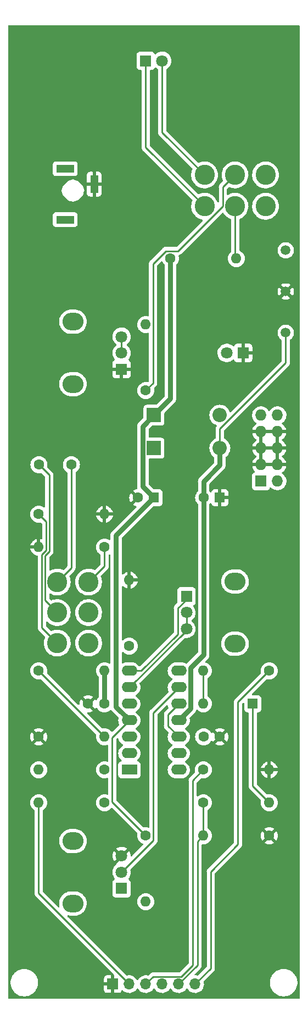
<source format=gtl>
G04 #@! TF.GenerationSoftware,KiCad,Pcbnew,6.0.2-378541a8eb~116~ubuntu20.04.1*
G04 #@! TF.CreationDate,2022-03-12T15:31:06-05:00*
G04 #@! TF.ProjectId,irinput_b1,6972696e-7075-4745-9f62-312e6b696361,rev?*
G04 #@! TF.SameCoordinates,Original*
G04 #@! TF.FileFunction,Copper,L1,Top*
G04 #@! TF.FilePolarity,Positive*
%FSLAX46Y46*%
G04 Gerber Fmt 4.6, Leading zero omitted, Abs format (unit mm)*
G04 Created by KiCad (PCBNEW 6.0.2-378541a8eb~116~ubuntu20.04.1) date 2022-03-12 15:31:06*
%MOMM*%
%LPD*%
G01*
G04 APERTURE LIST*
G04 #@! TA.AperFunction,ComponentPad*
%ADD10O,3.240000X2.720000*%
G04 #@! TD*
G04 #@! TA.AperFunction,ComponentPad*
%ADD11R,1.800000X1.800000*%
G04 #@! TD*
G04 #@! TA.AperFunction,ComponentPad*
%ADD12C,1.800000*%
G04 #@! TD*
G04 #@! TA.AperFunction,ComponentPad*
%ADD13C,1.500000*%
G04 #@! TD*
G04 #@! TA.AperFunction,ComponentPad*
%ADD14C,3.100000*%
G04 #@! TD*
G04 #@! TA.AperFunction,ComponentPad*
%ADD15R,2.800000X1.250000*%
G04 #@! TD*
G04 #@! TA.AperFunction,ComponentPad*
%ADD16R,1.250000X2.800000*%
G04 #@! TD*
G04 #@! TA.AperFunction,ComponentPad*
%ADD17R,2.400000X1.600000*%
G04 #@! TD*
G04 #@! TA.AperFunction,ComponentPad*
%ADD18O,2.400000X1.600000*%
G04 #@! TD*
G04 #@! TA.AperFunction,ComponentPad*
%ADD19R,2.200000X2.200000*%
G04 #@! TD*
G04 #@! TA.AperFunction,ComponentPad*
%ADD20O,2.200000X2.200000*%
G04 #@! TD*
G04 #@! TA.AperFunction,ComponentPad*
%ADD21C,1.600000*%
G04 #@! TD*
G04 #@! TA.AperFunction,ComponentPad*
%ADD22O,1.600000X1.600000*%
G04 #@! TD*
G04 #@! TA.AperFunction,ComponentPad*
%ADD23R,1.700000X1.700000*%
G04 #@! TD*
G04 #@! TA.AperFunction,ComponentPad*
%ADD24O,1.700000X1.700000*%
G04 #@! TD*
G04 #@! TA.AperFunction,ComponentPad*
%ADD25R,1.600000X1.600000*%
G04 #@! TD*
G04 #@! TA.AperFunction,ComponentPad*
%ADD26R,1.727200X1.727200*%
G04 #@! TD*
G04 #@! TA.AperFunction,ComponentPad*
%ADD27O,1.727200X1.727200*%
G04 #@! TD*
G04 #@! TA.AperFunction,Conductor*
%ADD28C,0.750000*%
G04 #@! TD*
G04 #@! TA.AperFunction,Conductor*
%ADD29C,0.250000*%
G04 #@! TD*
G04 APERTURE END LIST*
D10*
G04 #@! TO.P,RV1,*
G04 #@! TO.N,*
X137499999Y-70699999D03*
X137499999Y-80299999D03*
D11*
G04 #@! TO.P,RV1,1,1*
G04 #@! TO.N,Board_0-GND*
X144999999Y-77999999D03*
D12*
G04 #@! TO.P,RV1,2,2*
G04 #@! TO.N,Board_0-/SENSITIVITY*
X144999999Y-75499999D03*
G04 #@! TO.P,RV1,3,3*
X144999999Y-72999999D03*
G04 #@! TD*
D13*
G04 #@! TO.P,TP1,1,1*
G04 #@! TO.N,Board_0-+12V*
X170319999Y-59699999D03*
G04 #@! TD*
G04 #@! TO.P,TP3,1,1*
G04 #@! TO.N,Board_0--12V*
X170319999Y-72399999D03*
G04 #@! TD*
D14*
G04 #@! TO.P,SW2,1,A*
G04 #@! TO.N,Board_0-/DC*
X135084999Y-110799999D03*
G04 #@! TO.P,SW2,2,B*
G04 #@! TO.N,Board_0-Net-(C1-Pad2)*
X135084999Y-115499999D03*
G04 #@! TO.P,SW2,3,C*
G04 #@! TO.N,Board_0-/AC*
X135084999Y-120199999D03*
G04 #@! TO.P,SW2,4,A*
G04 #@! TO.N,Board_0-Net-(R5-Pad1)*
X139914999Y-110799999D03*
G04 #@! TO.P,SW2,5,B*
G04 #@! TO.N,Board_0-Net-(RV2-Pad2)*
X139914999Y-115499999D03*
G04 #@! TO.P,SW2,6,C*
G04 #@! TO.N,Board_0-Net-(R7-Pad1)*
X139914999Y-120199999D03*
G04 #@! TD*
D10*
G04 #@! TO.P,RV3,*
G04 #@! TO.N,*
X137499999Y-150699999D03*
X137499999Y-160299999D03*
D11*
G04 #@! TO.P,RV3,1,1*
G04 #@! TO.N,Board_0-Net-(R10-Pad2)*
X144999999Y-157999999D03*
D12*
G04 #@! TO.P,RV3,2,2*
G04 #@! TO.N,Board_0-/THRESHOLD*
X144999999Y-155499999D03*
G04 #@! TO.P,RV3,3,3*
G04 #@! TO.N,Board_0-GND*
X144999999Y-152999999D03*
G04 #@! TD*
D15*
G04 #@! TO.P,J1,R*
G04 #@! TO.N,Board_0-/EXT_E*
X136299999Y-47124999D03*
D16*
G04 #@! TO.P,J1,S*
G04 #@! TO.N,Board_0-GND*
X140774999Y-49499999D03*
D15*
G04 #@! TO.P,J1,T*
G04 #@! TO.N,Board_0-/EXT_C*
X136299999Y-54974999D03*
G04 #@! TD*
D11*
G04 #@! TO.P,Q1,1,C*
G04 #@! TO.N,Board_0-Net-(Q1-Pad1)*
X148724999Y-30499999D03*
D12*
G04 #@! TO.P,Q1,2,E*
G04 #@! TO.N,Board_0-Net-(Q1-Pad2)*
X151264999Y-30499999D03*
G04 #@! TD*
D13*
G04 #@! TO.P,TP2,1,1*
G04 #@! TO.N,Board_0-GND*
X170319999Y-66049999D03*
G04 #@! TD*
D10*
G04 #@! TO.P,RV2,*
G04 #@! TO.N,*
X162499999Y-110699999D03*
X162499999Y-120299999D03*
D11*
G04 #@! TO.P,RV2,1,1*
G04 #@! TO.N,Board_0-Net-(R9-Pad1)*
X154999999Y-112999999D03*
D12*
G04 #@! TO.P,RV2,2,2*
G04 #@! TO.N,Board_0-Net-(RV2-Pad2)*
X154999999Y-115499999D03*
G04 #@! TO.P,RV2,3,3*
X154999999Y-117999999D03*
G04 #@! TD*
D11*
G04 #@! TO.P,D3,1,K*
G04 #@! TO.N,Board_0-GND*
X163749999Y-75499999D03*
D12*
G04 #@! TO.P,D3,2,A*
G04 #@! TO.N,Board_0-Net-(D3-Pad2)*
X161209999Y-75499999D03*
G04 #@! TD*
D14*
G04 #@! TO.P,SW1,1,A*
G04 #@! TO.N,Board_0-Net-(Q1-Pad1)*
X157799999Y-52914999D03*
G04 #@! TO.P,SW1,2,B*
G04 #@! TO.N,Board_0-/COLL*
X162499999Y-52914999D03*
G04 #@! TO.P,SW1,3,C*
G04 #@! TO.N,Board_0-/EXT_C*
X167199999Y-52914999D03*
G04 #@! TO.P,SW1,4,A*
G04 #@! TO.N,Board_0-Net-(Q1-Pad2)*
X157799999Y-48084999D03*
G04 #@! TO.P,SW1,5,B*
G04 #@! TO.N,Board_0-/DC*
X162499999Y-48084999D03*
G04 #@! TO.P,SW1,6,C*
G04 #@! TO.N,Board_0-/EXT_E*
X167199999Y-48084999D03*
G04 #@! TD*
D17*
G04 #@! TO.P,U1,1*
G04 #@! TO.N,Board_0-Net-(R8-Pad1)*
X146199999Y-139714999D03*
D18*
G04 #@! TO.P,U1,2,-*
G04 #@! TO.N,Board_0-Net-(R3-Pad2)*
X146199999Y-137174999D03*
G04 #@! TO.P,U1,3,+*
G04 #@! TO.N,Board_0-/DC*
X146199999Y-134634999D03*
G04 #@! TO.P,U1,4,V+*
G04 #@! TO.N,Board_0-+12V*
X146199999Y-132094999D03*
G04 #@! TO.P,U1,5,+*
G04 #@! TO.N,Board_0-Net-(C1-Pad2)*
X146199999Y-129554999D03*
G04 #@! TO.P,U1,6,-*
G04 #@! TO.N,Board_0-Net-(RV2-Pad2)*
X146199999Y-127014999D03*
G04 #@! TO.P,U1,7*
G04 #@! TO.N,Board_0-Net-(R9-Pad1)*
X146199999Y-124474999D03*
G04 #@! TO.P,U1,8*
G04 #@! TO.N,Board_0-Net-(D4-Pad2)*
X153819999Y-124474999D03*
G04 #@! TO.P,U1,9,-*
G04 #@! TO.N,Board_0-/THRESHOLD*
X153819999Y-127014999D03*
G04 #@! TO.P,U1,10,+*
G04 #@! TO.N,Board_0-Net-(R9-Pad1)*
X153819999Y-129554999D03*
G04 #@! TO.P,U1,11,V-*
G04 #@! TO.N,Board_0--12V*
X153819999Y-132094999D03*
G04 #@! TO.P,U1,12,+*
G04 #@! TO.N,Board_0-Net-(R9-Pad1)*
X153819999Y-134634999D03*
G04 #@! TO.P,U1,13,-*
G04 #@! TO.N,Board_0-/CV_LED_2*
X153819999Y-137174999D03*
G04 #@! TO.P,U1,14*
G04 #@! TO.N,Board_0-/CV_LED_1*
X153819999Y-139714999D03*
G04 #@! TD*
D19*
G04 #@! TO.P,D1,1,K*
G04 #@! TO.N,Board_0-+12V*
X149999999Y-85099999D03*
D20*
G04 #@! TO.P,D1,2,A*
G04 #@! TO.N,Board_0-/+12_IN*
X160159999Y-85099999D03*
G04 #@! TD*
D21*
G04 #@! TO.P,R5,1*
G04 #@! TO.N,Board_0-Net-(R5-Pad1)*
X142379999Y-105419999D03*
D22*
G04 #@! TO.P,R5,2*
G04 #@! TO.N,Board_0-GND*
X132219999Y-105419999D03*
G04 #@! TD*
D21*
G04 #@! TO.P,R8,1*
G04 #@! TO.N,Board_0-Net-(R8-Pad1)*
X142379999Y-139709999D03*
D22*
G04 #@! TO.P,R8,2*
G04 #@! TO.N,Board_0-Net-(D3-Pad2)*
X132219999Y-139709999D03*
G04 #@! TD*
D21*
G04 #@! TO.P,C5,1*
G04 #@! TO.N,Board_0-GND*
X160159999Y-134629999D03*
G04 #@! TO.P,C5,2*
G04 #@! TO.N,Board_0--12V*
X157659999Y-134629999D03*
G04 #@! TD*
D23*
G04 #@! TO.P,J4,1,Pin_1*
G04 #@! TO.N,Board_0-GND*
X143649999Y-172729999D03*
D24*
G04 #@! TO.P,J4,2,Pin_2*
G04 #@! TO.N,Board_0-/CV_OUT*
X146189999Y-172729999D03*
G04 #@! TO.P,J4,3,Pin_3*
G04 #@! TO.N,Board_0-/CV_LED_2*
X148729999Y-172729999D03*
G04 #@! TO.P,J4,4,Pin_4*
G04 #@! TO.N,Board_0-/CV_LED_1*
X151269999Y-172729999D03*
G04 #@! TO.P,J4,5,Pin_5*
G04 #@! TO.N,Board_0-/GATE_OUT*
X153809999Y-172729999D03*
G04 #@! TO.P,J4,6,Pin_6*
G04 #@! TO.N,Board_0-/GATE_LED*
X156349999Y-172729999D03*
G04 #@! TD*
D21*
G04 #@! TO.P,R6,1*
G04 #@! TO.N,Board_0-Net-(R3-Pad2)*
X132219999Y-124469999D03*
D22*
G04 #@! TO.P,R6,2*
G04 #@! TO.N,Board_0-+12V*
X142379999Y-124469999D03*
G04 #@! TD*
D21*
G04 #@! TO.P,R14,1*
G04 #@! TO.N,Board_0-GND*
X167779999Y-149869999D03*
D22*
G04 #@! TO.P,R14,2*
G04 #@! TO.N,Board_0-/GATE_OUT*
X157619999Y-149869999D03*
G04 #@! TD*
D21*
G04 #@! TO.P,R7,1*
G04 #@! TO.N,Board_0-Net-(R7-Pad1)*
X146189999Y-120659999D03*
D22*
G04 #@! TO.P,R7,2*
G04 #@! TO.N,Board_0-GND*
X146189999Y-110499999D03*
G04 #@! TD*
D21*
G04 #@! TO.P,R2,1*
G04 #@! TO.N,Board_0-+12V*
X152539999Y-60969999D03*
D22*
G04 #@! TO.P,R2,2*
G04 #@! TO.N,Board_0-/COLL*
X162699999Y-60969999D03*
G04 #@! TD*
D25*
G04 #@! TO.P,C2,1*
G04 #@! TO.N,Board_0-+12V*
X149999999Y-97799999D03*
D21*
G04 #@! TO.P,C2,2*
G04 #@! TO.N,Board_0-GND*
X147499999Y-97799999D03*
G04 #@! TD*
D26*
G04 #@! TO.P,J2,1,-12V*
G04 #@! TO.N,Board_0-/-12_IN*
X166509999Y-95259999D03*
D27*
G04 #@! TO.P,J2,2,-12V*
X169049999Y-95259999D03*
G04 #@! TO.P,J2,3,GND*
G04 #@! TO.N,Board_0-GND*
X166509999Y-92719999D03*
G04 #@! TO.P,J2,4,GND*
X169049999Y-92719999D03*
G04 #@! TO.P,J2,5,GND*
X166509999Y-90179999D03*
G04 #@! TO.P,J2,6,GND*
X169049999Y-90179999D03*
G04 #@! TO.P,J2,7,GND*
X166509999Y-87639999D03*
G04 #@! TO.P,J2,8,GND*
X169049999Y-87639999D03*
G04 #@! TO.P,J2,9,+12V*
G04 #@! TO.N,Board_0-/+12_IN*
X166509999Y-85099999D03*
G04 #@! TO.P,J2,10,+12V*
X169049999Y-85099999D03*
G04 #@! TD*
D21*
G04 #@! TO.P,R4,1*
G04 #@! TO.N,Board_0-/AC*
X132219999Y-100339999D03*
D22*
G04 #@! TO.P,R4,2*
G04 #@! TO.N,Board_0-GND*
X142379999Y-100339999D03*
G04 #@! TD*
D25*
G04 #@! TO.P,C3,1*
G04 #@! TO.N,Board_0-GND*
X160159999Y-97799999D03*
D21*
G04 #@! TO.P,C3,2*
G04 #@! TO.N,Board_0--12V*
X157659999Y-97799999D03*
G04 #@! TD*
G04 #@! TO.P,R1,1*
G04 #@! TO.N,Board_0-/DC*
X148729999Y-81289999D03*
D22*
G04 #@! TO.P,R1,2*
G04 #@! TO.N,Board_0-/SENSITIVITY*
X148729999Y-71129999D03*
G04 #@! TD*
D21*
G04 #@! TO.P,R13,1*
G04 #@! TO.N,Board_0-/GATE_OUT*
X157619999Y-144789999D03*
D22*
G04 #@! TO.P,R13,2*
G04 #@! TO.N,Board_0-Net-(D4-Pad1)*
X167779999Y-144789999D03*
G04 #@! TD*
D21*
G04 #@! TO.P,C4,1*
G04 #@! TO.N,Board_0-+12V*
X142339999Y-129549999D03*
G04 #@! TO.P,C4,2*
G04 #@! TO.N,Board_0-GND*
X139839999Y-129549999D03*
G04 #@! TD*
G04 #@! TO.P,R10,1*
G04 #@! TO.N,Board_0-+12V*
X148729999Y-149869999D03*
D22*
G04 #@! TO.P,R10,2*
G04 #@! TO.N,Board_0-Net-(R10-Pad2)*
X148729999Y-160029999D03*
G04 #@! TD*
D21*
G04 #@! TO.P,R12,1*
G04 #@! TO.N,Board_0-/GATE_LED*
X167779999Y-124469999D03*
D22*
G04 #@! TO.P,R12,2*
G04 #@! TO.N,Board_0-Net-(D4-Pad2)*
X157619999Y-124469999D03*
G04 #@! TD*
D19*
G04 #@! TO.P,D2,1,K*
G04 #@! TO.N,Board_0-/-12_IN*
X149999999Y-90179999D03*
D20*
G04 #@! TO.P,D2,2,A*
G04 #@! TO.N,Board_0--12V*
X160159999Y-90179999D03*
G04 #@! TD*
D21*
G04 #@! TO.P,R3,1*
G04 #@! TO.N,Board_0-GND*
X132219999Y-134629999D03*
D22*
G04 #@! TO.P,R3,2*
G04 #@! TO.N,Board_0-Net-(R3-Pad2)*
X142379999Y-134629999D03*
G04 #@! TD*
D25*
G04 #@! TO.P,D4,1,K*
G04 #@! TO.N,Board_0-Net-(D4-Pad1)*
X165239999Y-129549999D03*
D22*
G04 #@! TO.P,D4,2,A*
G04 #@! TO.N,Board_0-Net-(D4-Pad2)*
X157619999Y-129549999D03*
G04 #@! TD*
D21*
G04 #@! TO.P,R11,1*
G04 #@! TO.N,Board_0-/CV_LED_2*
X157619999Y-139709999D03*
D22*
G04 #@! TO.P,R11,2*
G04 #@! TO.N,Board_0-GND*
X167779999Y-139709999D03*
G04 #@! TD*
D21*
G04 #@! TO.P,R9,1*
G04 #@! TO.N,Board_0-Net-(R9-Pad1)*
X142379999Y-144789999D03*
D22*
G04 #@! TO.P,R9,2*
G04 #@! TO.N,Board_0-/CV_OUT*
X132219999Y-144789999D03*
G04 #@! TD*
D21*
G04 #@! TO.P,C1,1*
G04 #@! TO.N,Board_0-/DC*
X137259999Y-92719999D03*
G04 #@! TO.P,C1,2*
G04 #@! TO.N,Board_0-Net-(C1-Pad2)*
X132259999Y-92719999D03*
G04 #@! TD*
D28*
G04 #@! TO.N,Board_0-+12V*
X149999999Y-85099999D02*
X148275488Y-86824510D01*
X148275488Y-86824510D02*
X148275488Y-96075488D01*
D29*
X148729999Y-149869999D02*
X143554510Y-144694510D01*
D28*
X152539999Y-82559999D02*
X149999999Y-85099999D01*
X144157999Y-103641999D02*
X144157999Y-130052999D01*
X142379999Y-124469999D02*
X142379999Y-129509999D01*
X149999999Y-97799999D02*
X144157999Y-103641999D01*
X144157999Y-130052999D02*
X146199999Y-132094999D01*
X148275488Y-96075488D02*
X149999999Y-97799999D01*
X152539999Y-60969999D02*
X152539999Y-82559999D01*
D29*
X143554510Y-144694510D02*
X143554510Y-134740488D01*
X143554510Y-134740488D02*
X146199999Y-132094999D01*
D28*
G04 #@! TO.N,Board_0--12V*
X157659999Y-122016999D02*
X155644519Y-124032479D01*
X160159999Y-92799999D02*
X157659999Y-95299999D01*
X160159999Y-90179999D02*
X160159999Y-92799999D01*
X157659999Y-97799999D02*
X157659999Y-122016999D01*
D29*
X170319999Y-77025274D02*
X160159999Y-87185274D01*
D28*
X155644519Y-124032479D02*
X155644519Y-130270479D01*
D29*
X160159999Y-87185274D02*
X160159999Y-90179999D01*
D28*
X157659999Y-95299999D02*
X157659999Y-97799999D01*
D29*
X170319999Y-72399999D02*
X170319999Y-77025274D01*
D28*
X155644519Y-130270479D02*
X153819999Y-132094999D01*
D29*
G04 #@! TO.N,Board_0-/AC*
X132727999Y-106573009D02*
X132727999Y-117842999D01*
X132219999Y-100339999D02*
X133394510Y-101514510D01*
X133394510Y-101514510D02*
X133394510Y-105906498D01*
X133394510Y-105906498D02*
X132727999Y-106573009D01*
X132727999Y-117842999D02*
X135084999Y-120199999D01*
G04 #@! TO.N,Board_0-/COLL*
X162499999Y-52914999D02*
X162499999Y-60769999D01*
G04 #@! TO.N,Board_0-/CV_LED_2*
X157619999Y-139709999D02*
X155968999Y-141360999D01*
X155968999Y-169808999D02*
X154222510Y-171555488D01*
X154222510Y-171555488D02*
X149904510Y-171555488D01*
X149904510Y-171555488D02*
X148729999Y-172729999D01*
X155968999Y-141360999D02*
X155968999Y-169808999D01*
G04 #@! TO.N,Board_0-/CV_OUT*
X146189999Y-172729999D02*
X132219999Y-158759999D01*
X132219999Y-158759999D02*
X132219999Y-144789999D01*
G04 #@! TO.N,Board_0-/DC*
X151809510Y-59795488D02*
X149854510Y-61750488D01*
X162499999Y-48084999D02*
X160625488Y-49959510D01*
X149854510Y-61750488D02*
X149854510Y-80165488D01*
X160625488Y-49959510D02*
X160625488Y-52884510D01*
X160625488Y-52884510D02*
X153714510Y-59795488D01*
X137259999Y-92719999D02*
X137259999Y-108624999D01*
X149854510Y-80165488D02*
X148729999Y-81289999D01*
X137259999Y-108624999D02*
X135084999Y-110799999D01*
X153714510Y-59795488D02*
X151809510Y-59795488D01*
G04 #@! TO.N,Board_0-/GATE_LED*
X158762999Y-170316999D02*
X156349999Y-172729999D01*
X162953999Y-151206299D02*
X158762999Y-155397299D01*
X167779999Y-124469999D02*
X162953999Y-129295999D01*
X158762999Y-155397299D02*
X158762999Y-170316999D01*
X162953999Y-129295999D02*
X162953999Y-151206299D01*
G04 #@! TO.N,Board_0-/GATE_OUT*
X157619999Y-144789999D02*
X157619999Y-149869999D01*
X156730999Y-169808999D02*
X153809999Y-172729999D01*
X157619999Y-149869999D02*
X156730999Y-150758999D01*
X156730999Y-150758999D02*
X156730999Y-169808999D01*
G04 #@! TO.N,Board_0-/SENSITIVITY*
X144999999Y-75499999D02*
X144999999Y-72999999D01*
G04 #@! TO.N,Board_0-/THRESHOLD*
X153819999Y-127014999D02*
X149904510Y-130930488D01*
X149904510Y-150595488D02*
X144999999Y-155499999D01*
X149904510Y-130930488D02*
X149904510Y-150595488D01*
G04 #@! TO.N,Board_0-Net-(C1-Pad2)*
X133844020Y-94304020D02*
X133844020Y-106092692D01*
X133844020Y-106092692D02*
X133210488Y-106726224D01*
X133210488Y-113625488D02*
X135084999Y-115499999D01*
X133210488Y-106726224D02*
X133210488Y-113625488D01*
X132259999Y-92719999D02*
X133844020Y-94304020D01*
G04 #@! TO.N,Board_0-Net-(D4-Pad1)*
X165239999Y-129549999D02*
X165239999Y-142249999D01*
X165239999Y-142249999D02*
X167779999Y-144789999D01*
G04 #@! TO.N,Board_0-Net-(D4-Pad2)*
X157619999Y-124469999D02*
X157619999Y-129549999D01*
G04 #@! TO.N,Board_0-Net-(Q1-Pad1)*
X148724999Y-30499999D02*
X148724999Y-43839999D01*
X148724999Y-43839999D02*
X157799999Y-52914999D01*
G04 #@! TO.N,Board_0-Net-(Q1-Pad2)*
X151264999Y-41549999D02*
X157799999Y-48084999D01*
X151264999Y-30499999D02*
X151264999Y-41549999D01*
G04 #@! TO.N,Board_0-Net-(R3-Pad2)*
X132219999Y-124469999D02*
X142379999Y-134629999D01*
G04 #@! TO.N,Board_0-Net-(R5-Pad1)*
X142379999Y-108334999D02*
X139914999Y-110799999D01*
X142379999Y-105419999D02*
X142379999Y-108334999D01*
G04 #@! TO.N,Board_0-Net-(R9-Pad1)*
X153682999Y-114816999D02*
X154999999Y-113499999D01*
X146199999Y-124474999D02*
X148026499Y-124474999D01*
X148026499Y-124474999D02*
X153682999Y-118818499D01*
X153682999Y-118818499D02*
X153682999Y-114816999D01*
X153819999Y-134634999D02*
X152158999Y-132973999D01*
X152158999Y-131215999D02*
X153819999Y-129554999D01*
X152158999Y-132973999D02*
X152158999Y-131215999D01*
G04 #@! TO.N,Board_0-Net-(RV2-Pad2)*
X154999999Y-115499999D02*
X154999999Y-117999999D01*
X146199999Y-127014999D02*
X154999999Y-118214999D01*
G04 #@! TD*
G04 #@! TA.AperFunction,Conductor*
G04 #@! TO.N,Board_0-GND*
G36*
X172434120Y-25028001D02*
G01*
X172480613Y-25081657D01*
X172491999Y-25133999D01*
X172491999Y-174865999D01*
X172471997Y-174934120D01*
X172418341Y-174980613D01*
X172365999Y-174991999D01*
X127633999Y-174991999D01*
X127565878Y-174971997D01*
X127519385Y-174918341D01*
X127507999Y-174865999D01*
X127507999Y-172632702D01*
X127890742Y-172632702D01*
X127928267Y-172917733D01*
X128004128Y-173195035D01*
X128005812Y-173198983D01*
X128107333Y-173436993D01*
X128116922Y-173459475D01*
X128128692Y-173479141D01*
X128259439Y-173697603D01*
X128264560Y-173706160D01*
X128444312Y-173930527D01*
X128556705Y-174037184D01*
X128614009Y-174091563D01*
X128652850Y-174128422D01*
X128886316Y-174296185D01*
X128890111Y-174298194D01*
X128890112Y-174298195D01*
X128911868Y-174309714D01*
X129140391Y-174430711D01*
X129410372Y-174529510D01*
X129691263Y-174590754D01*
X129719840Y-174593003D01*
X129914281Y-174608306D01*
X129914290Y-174608306D01*
X129916738Y-174608499D01*
X130072270Y-174608499D01*
X130074406Y-174608353D01*
X130074417Y-174608353D01*
X130282547Y-174594164D01*
X130282553Y-174594163D01*
X130286824Y-174593872D01*
X130291019Y-174593003D01*
X130291021Y-174593003D01*
X130427582Y-174564723D01*
X130568341Y-174535573D01*
X130839342Y-174439606D01*
X131094811Y-174307749D01*
X131098312Y-174305288D01*
X131098316Y-174305286D01*
X131212416Y-174225095D01*
X131330022Y-174142440D01*
X131482595Y-174000660D01*
X131537478Y-173949660D01*
X131537480Y-173949657D01*
X131540621Y-173946739D01*
X131722712Y-173724267D01*
X131783747Y-173624668D01*
X142292000Y-173624668D01*
X142292370Y-173631489D01*
X142297894Y-173682351D01*
X142301520Y-173697603D01*
X142346675Y-173818053D01*
X142355213Y-173833648D01*
X142431714Y-173935723D01*
X142444275Y-173948284D01*
X142546350Y-174024785D01*
X142561945Y-174033323D01*
X142682393Y-174078477D01*
X142697648Y-174082104D01*
X142748513Y-174087630D01*
X142755327Y-174087999D01*
X143377884Y-174087999D01*
X143393123Y-174083524D01*
X143394328Y-174082134D01*
X143395999Y-174074451D01*
X143395999Y-173002114D01*
X143391524Y-172986875D01*
X143390134Y-172985670D01*
X143382451Y-172983999D01*
X142310115Y-172983999D01*
X142294876Y-172988474D01*
X142293671Y-172989864D01*
X142292000Y-172997547D01*
X142292000Y-173624668D01*
X131783747Y-173624668D01*
X131872926Y-173479141D01*
X131895623Y-173427437D01*
X131986756Y-173219829D01*
X131988482Y-173215897D01*
X132067243Y-172939405D01*
X132107750Y-172654783D01*
X132107844Y-172636950D01*
X132108782Y-172457884D01*
X142291999Y-172457884D01*
X142296474Y-172473123D01*
X142297864Y-172474328D01*
X142305547Y-172475999D01*
X143377884Y-172475999D01*
X143393123Y-172471524D01*
X143394328Y-172470134D01*
X143395999Y-172462451D01*
X143395999Y-171390115D01*
X143391524Y-171374876D01*
X143390134Y-171373671D01*
X143382451Y-171372000D01*
X142755330Y-171372000D01*
X142748509Y-171372370D01*
X142697647Y-171377894D01*
X142682395Y-171381520D01*
X142561945Y-171426675D01*
X142546350Y-171435213D01*
X142444275Y-171511714D01*
X142431714Y-171524275D01*
X142355213Y-171626350D01*
X142346675Y-171641945D01*
X142301521Y-171762393D01*
X142297894Y-171777648D01*
X142292368Y-171828513D01*
X142291999Y-171835327D01*
X142291999Y-172457884D01*
X132108782Y-172457884D01*
X132109234Y-172371582D01*
X132109234Y-172371575D01*
X132109256Y-172367296D01*
X132071731Y-172082265D01*
X132064732Y-172056679D01*
X132015413Y-171876402D01*
X131995870Y-171804963D01*
X131954311Y-171707529D01*
X131884762Y-171544475D01*
X131884760Y-171544471D01*
X131883076Y-171540523D01*
X131800873Y-171403172D01*
X131737642Y-171297520D01*
X131737639Y-171297516D01*
X131735438Y-171293838D01*
X131555686Y-171069471D01*
X131401591Y-170923240D01*
X131350257Y-170874526D01*
X131350254Y-170874524D01*
X131347148Y-170871576D01*
X131113682Y-170703813D01*
X131091842Y-170692249D01*
X131042033Y-170665877D01*
X130859607Y-170569287D01*
X130589626Y-170470488D01*
X130308735Y-170409244D01*
X130277684Y-170406800D01*
X130085717Y-170391692D01*
X130085708Y-170391692D01*
X130083260Y-170391499D01*
X129927728Y-170391499D01*
X129925592Y-170391645D01*
X129925581Y-170391645D01*
X129717451Y-170405834D01*
X129717445Y-170405835D01*
X129713174Y-170406126D01*
X129708979Y-170406995D01*
X129708977Y-170406995D01*
X129572415Y-170435276D01*
X129431657Y-170464425D01*
X129160656Y-170560392D01*
X128905187Y-170692249D01*
X128901686Y-170694710D01*
X128901682Y-170694712D01*
X128787582Y-170774903D01*
X128669976Y-170857558D01*
X128600097Y-170922494D01*
X128486091Y-171028435D01*
X128459377Y-171053259D01*
X128277286Y-171275731D01*
X128127072Y-171520857D01*
X128125346Y-171524790D01*
X128125345Y-171524791D01*
X128094702Y-171594597D01*
X128011516Y-171784101D01*
X127932755Y-172060593D01*
X127892248Y-172345215D01*
X127892226Y-172349504D01*
X127892225Y-172349511D01*
X127890764Y-172628416D01*
X127890742Y-172632702D01*
X127507999Y-172632702D01*
X127507999Y-144789999D01*
X130906501Y-144789999D01*
X130926456Y-145018086D01*
X130985715Y-145239242D01*
X130988038Y-145244223D01*
X130988038Y-145244224D01*
X131080150Y-145441761D01*
X131080153Y-145441766D01*
X131082476Y-145446748D01*
X131085633Y-145451256D01*
X131181493Y-145588158D01*
X131213801Y-145634299D01*
X131375699Y-145796197D01*
X131380207Y-145799354D01*
X131380210Y-145799356D01*
X131532770Y-145906180D01*
X131577098Y-145961637D01*
X131586499Y-146009393D01*
X131586499Y-158681232D01*
X131585972Y-158692415D01*
X131584297Y-158699908D01*
X131584546Y-158707834D01*
X131584546Y-158707835D01*
X131586437Y-158767985D01*
X131586499Y-158771944D01*
X131586499Y-158799855D01*
X131586996Y-158803789D01*
X131586996Y-158803790D01*
X131587004Y-158803855D01*
X131587937Y-158815692D01*
X131589326Y-158859888D01*
X131594977Y-158879338D01*
X131598986Y-158898699D01*
X131601525Y-158918796D01*
X131604444Y-158926167D01*
X131604444Y-158926169D01*
X131617803Y-158959911D01*
X131621648Y-158971141D01*
X131631770Y-159005982D01*
X131633981Y-159013592D01*
X131638014Y-159020411D01*
X131638016Y-159020416D01*
X131644292Y-159031027D01*
X131652987Y-159048775D01*
X131660447Y-159067616D01*
X131665109Y-159074032D01*
X131665109Y-159074033D01*
X131686435Y-159103386D01*
X131692951Y-159113306D01*
X131715457Y-159151361D01*
X131729778Y-159165682D01*
X131742618Y-159180715D01*
X131754527Y-159197106D01*
X131760633Y-159202157D01*
X131788604Y-159225297D01*
X131797383Y-159233287D01*
X143867094Y-171302998D01*
X143901120Y-171365310D01*
X143903999Y-171392093D01*
X143903999Y-174069883D01*
X143908474Y-174085122D01*
X143909864Y-174086327D01*
X143917547Y-174087998D01*
X144544668Y-174087998D01*
X144551489Y-174087628D01*
X144602351Y-174082104D01*
X144617603Y-174078478D01*
X144738053Y-174033323D01*
X144753648Y-174024785D01*
X144855723Y-173948284D01*
X144868284Y-173935723D01*
X144944785Y-173833648D01*
X144953323Y-173818053D01*
X144994224Y-173708951D01*
X145036866Y-173652187D01*
X145103427Y-173627487D01*
X145172776Y-173642695D01*
X145207443Y-173670683D01*
X145232864Y-173700030D01*
X145232868Y-173700034D01*
X145236249Y-173703937D01*
X145408125Y-173846631D01*
X145600999Y-173959337D01*
X145809691Y-174039029D01*
X145814759Y-174040060D01*
X145814762Y-174040061D01*
X145922016Y-174061882D01*
X146028596Y-174083566D01*
X146033771Y-174083756D01*
X146033773Y-174083756D01*
X146246672Y-174091563D01*
X146246676Y-174091563D01*
X146251836Y-174091752D01*
X146256956Y-174091096D01*
X146256958Y-174091096D01*
X146468287Y-174064024D01*
X146468288Y-174064024D01*
X146473415Y-174063367D01*
X146478365Y-174061882D01*
X146682428Y-174000660D01*
X146682433Y-174000658D01*
X146687383Y-173999173D01*
X146887993Y-173900895D01*
X147069859Y-173771172D01*
X147138794Y-173702478D01*
X147170700Y-173670683D01*
X147228095Y-173613488D01*
X147358452Y-173432076D01*
X147359775Y-173433027D01*
X147406644Y-173389856D01*
X147476579Y-173377624D01*
X147542025Y-173405143D01*
X147569874Y-173436993D01*
X147629986Y-173535087D01*
X147776249Y-173703937D01*
X147948125Y-173846631D01*
X148140999Y-173959337D01*
X148349691Y-174039029D01*
X148354759Y-174040060D01*
X148354762Y-174040061D01*
X148462016Y-174061882D01*
X148568596Y-174083566D01*
X148573771Y-174083756D01*
X148573773Y-174083756D01*
X148786672Y-174091563D01*
X148786676Y-174091563D01*
X148791836Y-174091752D01*
X148796956Y-174091096D01*
X148796958Y-174091096D01*
X149008287Y-174064024D01*
X149008288Y-174064024D01*
X149013415Y-174063367D01*
X149018365Y-174061882D01*
X149222428Y-174000660D01*
X149222433Y-174000658D01*
X149227383Y-173999173D01*
X149427993Y-173900895D01*
X149609859Y-173771172D01*
X149678794Y-173702478D01*
X149710700Y-173670683D01*
X149768095Y-173613488D01*
X149898452Y-173432076D01*
X149899775Y-173433027D01*
X149946644Y-173389856D01*
X150016579Y-173377624D01*
X150082025Y-173405143D01*
X150109874Y-173436993D01*
X150169986Y-173535087D01*
X150316249Y-173703937D01*
X150488125Y-173846631D01*
X150680999Y-173959337D01*
X150889691Y-174039029D01*
X150894759Y-174040060D01*
X150894762Y-174040061D01*
X151002016Y-174061882D01*
X151108596Y-174083566D01*
X151113771Y-174083756D01*
X151113773Y-174083756D01*
X151326672Y-174091563D01*
X151326676Y-174091563D01*
X151331836Y-174091752D01*
X151336956Y-174091096D01*
X151336958Y-174091096D01*
X151548287Y-174064024D01*
X151548288Y-174064024D01*
X151553415Y-174063367D01*
X151558365Y-174061882D01*
X151762428Y-174000660D01*
X151762433Y-174000658D01*
X151767383Y-173999173D01*
X151967993Y-173900895D01*
X152149859Y-173771172D01*
X152218794Y-173702478D01*
X152250700Y-173670683D01*
X152308095Y-173613488D01*
X152438452Y-173432076D01*
X152439775Y-173433027D01*
X152486644Y-173389856D01*
X152556579Y-173377624D01*
X152622025Y-173405143D01*
X152649874Y-173436993D01*
X152709986Y-173535087D01*
X152856249Y-173703937D01*
X153028125Y-173846631D01*
X153220999Y-173959337D01*
X153429691Y-174039029D01*
X153434759Y-174040060D01*
X153434762Y-174040061D01*
X153542016Y-174061882D01*
X153648596Y-174083566D01*
X153653771Y-174083756D01*
X153653773Y-174083756D01*
X153866672Y-174091563D01*
X153866676Y-174091563D01*
X153871836Y-174091752D01*
X153876956Y-174091096D01*
X153876958Y-174091096D01*
X154088287Y-174064024D01*
X154088288Y-174064024D01*
X154093415Y-174063367D01*
X154098365Y-174061882D01*
X154302428Y-174000660D01*
X154302433Y-174000658D01*
X154307383Y-173999173D01*
X154507993Y-173900895D01*
X154689859Y-173771172D01*
X154758794Y-173702478D01*
X154790700Y-173670683D01*
X154848095Y-173613488D01*
X154978452Y-173432076D01*
X154979775Y-173433027D01*
X155026644Y-173389856D01*
X155096579Y-173377624D01*
X155162025Y-173405143D01*
X155189874Y-173436993D01*
X155249986Y-173535087D01*
X155396249Y-173703937D01*
X155568125Y-173846631D01*
X155760999Y-173959337D01*
X155969691Y-174039029D01*
X155974759Y-174040060D01*
X155974762Y-174040061D01*
X156082016Y-174061882D01*
X156188596Y-174083566D01*
X156193771Y-174083756D01*
X156193773Y-174083756D01*
X156406672Y-174091563D01*
X156406676Y-174091563D01*
X156411836Y-174091752D01*
X156416956Y-174091096D01*
X156416958Y-174091096D01*
X156628287Y-174064024D01*
X156628288Y-174064024D01*
X156633415Y-174063367D01*
X156638365Y-174061882D01*
X156842428Y-174000660D01*
X156842433Y-174000658D01*
X156847383Y-173999173D01*
X157047993Y-173900895D01*
X157229859Y-173771172D01*
X157298794Y-173702478D01*
X157330700Y-173670683D01*
X157388095Y-173613488D01*
X157518452Y-173432076D01*
X157539319Y-173389856D01*
X157615135Y-173236452D01*
X157615136Y-173236450D01*
X157617429Y-173231810D01*
X157682369Y-173018068D01*
X157711528Y-172796589D01*
X157713155Y-172729999D01*
X157705156Y-172632702D01*
X167890742Y-172632702D01*
X167928267Y-172917733D01*
X168004128Y-173195035D01*
X168005812Y-173198983D01*
X168107333Y-173436993D01*
X168116922Y-173459475D01*
X168128692Y-173479141D01*
X168259439Y-173697603D01*
X168264560Y-173706160D01*
X168444312Y-173930527D01*
X168556705Y-174037184D01*
X168614009Y-174091563D01*
X168652850Y-174128422D01*
X168886316Y-174296185D01*
X168890111Y-174298194D01*
X168890112Y-174298195D01*
X168911868Y-174309714D01*
X169140391Y-174430711D01*
X169410372Y-174529510D01*
X169691263Y-174590754D01*
X169719840Y-174593003D01*
X169914281Y-174608306D01*
X169914290Y-174608306D01*
X169916738Y-174608499D01*
X170072270Y-174608499D01*
X170074406Y-174608353D01*
X170074417Y-174608353D01*
X170282547Y-174594164D01*
X170282553Y-174594163D01*
X170286824Y-174593872D01*
X170291019Y-174593003D01*
X170291021Y-174593003D01*
X170427582Y-174564723D01*
X170568341Y-174535573D01*
X170839342Y-174439606D01*
X171094811Y-174307749D01*
X171098312Y-174305288D01*
X171098316Y-174305286D01*
X171212416Y-174225095D01*
X171330022Y-174142440D01*
X171482595Y-174000660D01*
X171537478Y-173949660D01*
X171537480Y-173949657D01*
X171540621Y-173946739D01*
X171722712Y-173724267D01*
X171872926Y-173479141D01*
X171895623Y-173427437D01*
X171986756Y-173219829D01*
X171988482Y-173215897D01*
X172067243Y-172939405D01*
X172107750Y-172654783D01*
X172107844Y-172636950D01*
X172109234Y-172371582D01*
X172109234Y-172371575D01*
X172109256Y-172367296D01*
X172071731Y-172082265D01*
X172064732Y-172056679D01*
X172015413Y-171876402D01*
X171995870Y-171804963D01*
X171954311Y-171707529D01*
X171884762Y-171544475D01*
X171884760Y-171544471D01*
X171883076Y-171540523D01*
X171800873Y-171403172D01*
X171737642Y-171297520D01*
X171737639Y-171297516D01*
X171735438Y-171293838D01*
X171555686Y-171069471D01*
X171401591Y-170923240D01*
X171350257Y-170874526D01*
X171350254Y-170874524D01*
X171347148Y-170871576D01*
X171113682Y-170703813D01*
X171091842Y-170692249D01*
X171042033Y-170665877D01*
X170859607Y-170569287D01*
X170589626Y-170470488D01*
X170308735Y-170409244D01*
X170277684Y-170406800D01*
X170085717Y-170391692D01*
X170085708Y-170391692D01*
X170083260Y-170391499D01*
X169927728Y-170391499D01*
X169925592Y-170391645D01*
X169925581Y-170391645D01*
X169717451Y-170405834D01*
X169717445Y-170405835D01*
X169713174Y-170406126D01*
X169708979Y-170406995D01*
X169708977Y-170406995D01*
X169572415Y-170435276D01*
X169431657Y-170464425D01*
X169160656Y-170560392D01*
X168905187Y-170692249D01*
X168901686Y-170694710D01*
X168901682Y-170694712D01*
X168787582Y-170774903D01*
X168669976Y-170857558D01*
X168600097Y-170922494D01*
X168486091Y-171028435D01*
X168459377Y-171053259D01*
X168277286Y-171275731D01*
X168127072Y-171520857D01*
X168125346Y-171524790D01*
X168125345Y-171524791D01*
X168094702Y-171594597D01*
X168011516Y-171784101D01*
X167932755Y-172060593D01*
X167892248Y-172345215D01*
X167892226Y-172349504D01*
X167892225Y-172349511D01*
X167890764Y-172628416D01*
X167890742Y-172632702D01*
X157705156Y-172632702D01*
X157694851Y-172507360D01*
X157666820Y-172395764D01*
X157669624Y-172324822D01*
X157699929Y-172275973D01*
X159155246Y-170820656D01*
X159163536Y-170813112D01*
X159170017Y-170808999D01*
X159216658Y-170759331D01*
X159219412Y-170756490D01*
X159239133Y-170736769D01*
X159241611Y-170733574D01*
X159249317Y-170724552D01*
X159274157Y-170698100D01*
X159279585Y-170692320D01*
X159289345Y-170674567D01*
X159300198Y-170658044D01*
X159307752Y-170648305D01*
X159312612Y-170642040D01*
X159330175Y-170601456D01*
X159335382Y-170590826D01*
X159356694Y-170552059D01*
X159358665Y-170544382D01*
X159358667Y-170544377D01*
X159361731Y-170532441D01*
X159368137Y-170513729D01*
X159373032Y-170502418D01*
X159376180Y-170495144D01*
X159377420Y-170487316D01*
X159377422Y-170487309D01*
X159383098Y-170451475D01*
X159385504Y-170439855D01*
X159394527Y-170404710D01*
X159394527Y-170404709D01*
X159396499Y-170397029D01*
X159396499Y-170376775D01*
X159398050Y-170357064D01*
X159399979Y-170344885D01*
X159401219Y-170337056D01*
X159397058Y-170293037D01*
X159396499Y-170281180D01*
X159396499Y-155711893D01*
X159416501Y-155643772D01*
X159433404Y-155622798D01*
X163346252Y-151709951D01*
X163354538Y-151702411D01*
X163361017Y-151698299D01*
X163407643Y-151648647D01*
X163410397Y-151645806D01*
X163430134Y-151626069D01*
X163432614Y-151622872D01*
X163440319Y-151613850D01*
X163458632Y-151594349D01*
X163470585Y-151581620D01*
X163474404Y-151574674D01*
X163474406Y-151574671D01*
X163480347Y-151563865D01*
X163491198Y-151547346D01*
X163498757Y-151537600D01*
X163503613Y-151531340D01*
X163506758Y-151524071D01*
X163506761Y-151524067D01*
X163521173Y-151490762D01*
X163526390Y-151480112D01*
X163547694Y-151441359D01*
X163552732Y-151421736D01*
X163559136Y-151403033D01*
X163564032Y-151391719D01*
X163564032Y-151391718D01*
X163567180Y-151384444D01*
X163568419Y-151376621D01*
X163568422Y-151376611D01*
X163574098Y-151340775D01*
X163576504Y-151329155D01*
X163585527Y-151294010D01*
X163585527Y-151294009D01*
X163587499Y-151286329D01*
X163587499Y-151266075D01*
X163589050Y-151246364D01*
X163590979Y-151234185D01*
X163592219Y-151226356D01*
X163588058Y-151182337D01*
X163587499Y-151170480D01*
X163587499Y-150956061D01*
X167058492Y-150956061D01*
X167067788Y-150968076D01*
X167118993Y-151003930D01*
X167128488Y-151009413D01*
X167325946Y-151101489D01*
X167336238Y-151105235D01*
X167546687Y-151161624D01*
X167557480Y-151163527D01*
X167774524Y-151182516D01*
X167785474Y-151182516D01*
X168002518Y-151163527D01*
X168013311Y-151161624D01*
X168223760Y-151105235D01*
X168234052Y-151101489D01*
X168431510Y-151009413D01*
X168441005Y-151003930D01*
X168493047Y-150967490D01*
X168501423Y-150957011D01*
X168494355Y-150943565D01*
X167792811Y-150242021D01*
X167778867Y-150234407D01*
X167777034Y-150234538D01*
X167770419Y-150238789D01*
X167064922Y-150944286D01*
X167058492Y-150956061D01*
X163587499Y-150956061D01*
X163587499Y-149875474D01*
X166467482Y-149875474D01*
X166486471Y-150092518D01*
X166488374Y-150103311D01*
X166544763Y-150313760D01*
X166548509Y-150324052D01*
X166640585Y-150521510D01*
X166646068Y-150531005D01*
X166682508Y-150583047D01*
X166692987Y-150591423D01*
X166706433Y-150584355D01*
X167407977Y-149882811D01*
X167414355Y-149871131D01*
X168144407Y-149871131D01*
X168144538Y-149872964D01*
X168148789Y-149879579D01*
X168854286Y-150585076D01*
X168866061Y-150591506D01*
X168878076Y-150582210D01*
X168913930Y-150531005D01*
X168919413Y-150521510D01*
X169011489Y-150324052D01*
X169015235Y-150313760D01*
X169071624Y-150103311D01*
X169073527Y-150092518D01*
X169092516Y-149875474D01*
X169092516Y-149864524D01*
X169073527Y-149647480D01*
X169071624Y-149636687D01*
X169015235Y-149426238D01*
X169011489Y-149415946D01*
X168919413Y-149218488D01*
X168913930Y-149208993D01*
X168877490Y-149156951D01*
X168867011Y-149148575D01*
X168853565Y-149155643D01*
X168152021Y-149857187D01*
X168144407Y-149871131D01*
X167414355Y-149871131D01*
X167415591Y-149868867D01*
X167415460Y-149867034D01*
X167411209Y-149860419D01*
X166705712Y-149154922D01*
X166693937Y-149148492D01*
X166681922Y-149157788D01*
X166646068Y-149208993D01*
X166640585Y-149218488D01*
X166548509Y-149415946D01*
X166544763Y-149426238D01*
X166488374Y-149636687D01*
X166486471Y-149647480D01*
X166467482Y-149864524D01*
X166467482Y-149875474D01*
X163587499Y-149875474D01*
X163587499Y-148782987D01*
X167058575Y-148782987D01*
X167065643Y-148796433D01*
X167767187Y-149497977D01*
X167781131Y-149505591D01*
X167782964Y-149505460D01*
X167789579Y-149501209D01*
X168495076Y-148795712D01*
X168501506Y-148783937D01*
X168492210Y-148771922D01*
X168441005Y-148736068D01*
X168431510Y-148730585D01*
X168234052Y-148638509D01*
X168223760Y-148634763D01*
X168013311Y-148578374D01*
X168002518Y-148576471D01*
X167785474Y-148557482D01*
X167774524Y-148557482D01*
X167557480Y-148576471D01*
X167546687Y-148578374D01*
X167336238Y-148634763D01*
X167325946Y-148638509D01*
X167128488Y-148730585D01*
X167118993Y-148736068D01*
X167066951Y-148772508D01*
X167058575Y-148782987D01*
X163587499Y-148782987D01*
X163587499Y-129610593D01*
X163607501Y-129542472D01*
X163624404Y-129521498D01*
X163716404Y-129429498D01*
X163778716Y-129395472D01*
X163849531Y-129400537D01*
X163906367Y-129443084D01*
X163931178Y-129509604D01*
X163931499Y-129518593D01*
X163931499Y-130398133D01*
X163938254Y-130460315D01*
X163989384Y-130596704D01*
X164076738Y-130713260D01*
X164193294Y-130800614D01*
X164329683Y-130851744D01*
X164391865Y-130858499D01*
X164480499Y-130858499D01*
X164548620Y-130878501D01*
X164595113Y-130932157D01*
X164606499Y-130984499D01*
X164606499Y-142171232D01*
X164605972Y-142182415D01*
X164604297Y-142189908D01*
X164604546Y-142197834D01*
X164604546Y-142197835D01*
X164606437Y-142257985D01*
X164606499Y-142261944D01*
X164606499Y-142289855D01*
X164606996Y-142293789D01*
X164606996Y-142293790D01*
X164607004Y-142293855D01*
X164607937Y-142305692D01*
X164609326Y-142349888D01*
X164614977Y-142369338D01*
X164618986Y-142388699D01*
X164621525Y-142408796D01*
X164624444Y-142416167D01*
X164624444Y-142416169D01*
X164637803Y-142449911D01*
X164641648Y-142461141D01*
X164653981Y-142503592D01*
X164658014Y-142510411D01*
X164658016Y-142510416D01*
X164664292Y-142521027D01*
X164672987Y-142538775D01*
X164680447Y-142557616D01*
X164685109Y-142564032D01*
X164685109Y-142564033D01*
X164706435Y-142593386D01*
X164712951Y-142603306D01*
X164735457Y-142641361D01*
X164749778Y-142655682D01*
X164762618Y-142670715D01*
X164774527Y-142687106D01*
X164780633Y-142692157D01*
X164808604Y-142715297D01*
X164817383Y-142723287D01*
X166470847Y-144376751D01*
X166504873Y-144439063D01*
X166503458Y-144498458D01*
X166487881Y-144556590D01*
X166487880Y-144556597D01*
X166486456Y-144561912D01*
X166466501Y-144789999D01*
X166486456Y-145018086D01*
X166545715Y-145239242D01*
X166548038Y-145244223D01*
X166548038Y-145244224D01*
X166640150Y-145441761D01*
X166640153Y-145441766D01*
X166642476Y-145446748D01*
X166645633Y-145451256D01*
X166741493Y-145588158D01*
X166773801Y-145634299D01*
X166935699Y-145796197D01*
X166940207Y-145799354D01*
X166940210Y-145799356D01*
X166960770Y-145813752D01*
X167123250Y-145927522D01*
X167128232Y-145929845D01*
X167128237Y-145929848D01*
X167298824Y-146009393D01*
X167330756Y-146024283D01*
X167336064Y-146025705D01*
X167336066Y-146025706D01*
X167546597Y-146082118D01*
X167546599Y-146082118D01*
X167551912Y-146083542D01*
X167779999Y-146103497D01*
X168008086Y-146083542D01*
X168013399Y-146082118D01*
X168013401Y-146082118D01*
X168223932Y-146025706D01*
X168223934Y-146025705D01*
X168229242Y-146024283D01*
X168261174Y-146009393D01*
X168431761Y-145929848D01*
X168431766Y-145929845D01*
X168436748Y-145927522D01*
X168599228Y-145813752D01*
X168619788Y-145799356D01*
X168619791Y-145799354D01*
X168624299Y-145796197D01*
X168786197Y-145634299D01*
X168818506Y-145588158D01*
X168914365Y-145451256D01*
X168917522Y-145446748D01*
X168919845Y-145441766D01*
X168919848Y-145441761D01*
X169011960Y-145244224D01*
X169011960Y-145244223D01*
X169014283Y-145239242D01*
X169073542Y-145018086D01*
X169093497Y-144789999D01*
X169073542Y-144561912D01*
X169072116Y-144556590D01*
X169015706Y-144346066D01*
X169015705Y-144346064D01*
X169014283Y-144340756D01*
X169011960Y-144335774D01*
X168919848Y-144138237D01*
X168919845Y-144138232D01*
X168917522Y-144133250D01*
X168786197Y-143945699D01*
X168624299Y-143783801D01*
X168619791Y-143780644D01*
X168619788Y-143780642D01*
X168533009Y-143719879D01*
X168436748Y-143652476D01*
X168431766Y-143650153D01*
X168431761Y-143650150D01*
X168234224Y-143558038D01*
X168234223Y-143558038D01*
X168229242Y-143555715D01*
X168223934Y-143554293D01*
X168223932Y-143554292D01*
X168013401Y-143497880D01*
X168013399Y-143497880D01*
X168008086Y-143496456D01*
X167779999Y-143476501D01*
X167551912Y-143496456D01*
X167488457Y-143513459D01*
X167417481Y-143511769D01*
X167366752Y-143480847D01*
X165910404Y-142024499D01*
X165876378Y-141962187D01*
X165873499Y-141935404D01*
X165873499Y-139976521D01*
X166497272Y-139976521D01*
X166544763Y-140153760D01*
X166548509Y-140164052D01*
X166640585Y-140361510D01*
X166646068Y-140371006D01*
X166771027Y-140549466D01*
X166778083Y-140557874D01*
X166932124Y-140711915D01*
X166940532Y-140718971D01*
X167118992Y-140843930D01*
X167128488Y-140849413D01*
X167325946Y-140941489D01*
X167336238Y-140945235D01*
X167508502Y-140991393D01*
X167522598Y-140991057D01*
X167525999Y-140983115D01*
X167525999Y-140977966D01*
X168033999Y-140977966D01*
X168037972Y-140991497D01*
X168046521Y-140992726D01*
X168223760Y-140945235D01*
X168234052Y-140941489D01*
X168431510Y-140849413D01*
X168441006Y-140843930D01*
X168619466Y-140718971D01*
X168627874Y-140711915D01*
X168781915Y-140557874D01*
X168788971Y-140549466D01*
X168913930Y-140371006D01*
X168919413Y-140361510D01*
X169011489Y-140164052D01*
X169015235Y-140153760D01*
X169061393Y-139981496D01*
X169061057Y-139967400D01*
X169053115Y-139963999D01*
X168052114Y-139963999D01*
X168036875Y-139968474D01*
X168035670Y-139969864D01*
X168033999Y-139977547D01*
X168033999Y-140977966D01*
X167525999Y-140977966D01*
X167525999Y-139982114D01*
X167521524Y-139966875D01*
X167520134Y-139965670D01*
X167512451Y-139963999D01*
X166512032Y-139963999D01*
X166498501Y-139967972D01*
X166497272Y-139976521D01*
X165873499Y-139976521D01*
X165873499Y-139438502D01*
X166498605Y-139438502D01*
X166498941Y-139452598D01*
X166506883Y-139455999D01*
X167507884Y-139455999D01*
X167523123Y-139451524D01*
X167524328Y-139450134D01*
X167525999Y-139442451D01*
X167525999Y-139437884D01*
X168033999Y-139437884D01*
X168038474Y-139453123D01*
X168039864Y-139454328D01*
X168047547Y-139455999D01*
X169047966Y-139455999D01*
X169061497Y-139452026D01*
X169062726Y-139443477D01*
X169015235Y-139266238D01*
X169011489Y-139255946D01*
X168919413Y-139058488D01*
X168913930Y-139048992D01*
X168788971Y-138870532D01*
X168781915Y-138862124D01*
X168627874Y-138708083D01*
X168619466Y-138701027D01*
X168441006Y-138576068D01*
X168431510Y-138570585D01*
X168234052Y-138478509D01*
X168223760Y-138474763D01*
X168051496Y-138428605D01*
X168037400Y-138428941D01*
X168033999Y-138436883D01*
X168033999Y-139437884D01*
X167525999Y-139437884D01*
X167525999Y-138442032D01*
X167522026Y-138428501D01*
X167513477Y-138427272D01*
X167336238Y-138474763D01*
X167325946Y-138478509D01*
X167128488Y-138570585D01*
X167118992Y-138576068D01*
X166940532Y-138701027D01*
X166932124Y-138708083D01*
X166778083Y-138862124D01*
X166771027Y-138870532D01*
X166646068Y-139048992D01*
X166640585Y-139058488D01*
X166548509Y-139255946D01*
X166544763Y-139266238D01*
X166498605Y-139438502D01*
X165873499Y-139438502D01*
X165873499Y-130984499D01*
X165893501Y-130916378D01*
X165947157Y-130869885D01*
X165999499Y-130858499D01*
X166088133Y-130858499D01*
X166150315Y-130851744D01*
X166286704Y-130800614D01*
X166403260Y-130713260D01*
X166490614Y-130596704D01*
X166541744Y-130460315D01*
X166548499Y-130398133D01*
X166548499Y-128701865D01*
X166541744Y-128639683D01*
X166490614Y-128503294D01*
X166403260Y-128386738D01*
X166286704Y-128299384D01*
X166150315Y-128248254D01*
X166088133Y-128241499D01*
X165208593Y-128241499D01*
X165140472Y-128221497D01*
X165093979Y-128167841D01*
X165083875Y-128097567D01*
X165113369Y-128032987D01*
X165119498Y-128026404D01*
X167366751Y-125779151D01*
X167429063Y-125745125D01*
X167488458Y-125746540D01*
X167546590Y-125762117D01*
X167546601Y-125762119D01*
X167551912Y-125763542D01*
X167779999Y-125783497D01*
X168008086Y-125763542D01*
X168013399Y-125762118D01*
X168013401Y-125762118D01*
X168223932Y-125705706D01*
X168223934Y-125705705D01*
X168229242Y-125704283D01*
X168286205Y-125677721D01*
X168431761Y-125609848D01*
X168431766Y-125609845D01*
X168436748Y-125607522D01*
X168543595Y-125532707D01*
X168619788Y-125479356D01*
X168619791Y-125479354D01*
X168624299Y-125476197D01*
X168786197Y-125314299D01*
X168917522Y-125126748D01*
X168919845Y-125121766D01*
X168919848Y-125121761D01*
X169011960Y-124924224D01*
X169011960Y-124924223D01*
X169014283Y-124919242D01*
X169037522Y-124832516D01*
X169072118Y-124703401D01*
X169072118Y-124703399D01*
X169073542Y-124698086D01*
X169093497Y-124469999D01*
X169073542Y-124241912D01*
X169014283Y-124020756D01*
X168930695Y-123841499D01*
X168919848Y-123818237D01*
X168919845Y-123818232D01*
X168917522Y-123813250D01*
X168786197Y-123625699D01*
X168624299Y-123463801D01*
X168619791Y-123460644D01*
X168619788Y-123460642D01*
X168482747Y-123364685D01*
X168436748Y-123332476D01*
X168431766Y-123330153D01*
X168431761Y-123330150D01*
X168234224Y-123238038D01*
X168234223Y-123238038D01*
X168229242Y-123235715D01*
X168223934Y-123234293D01*
X168223932Y-123234292D01*
X168013401Y-123177880D01*
X168013399Y-123177880D01*
X168008086Y-123176456D01*
X167779999Y-123156501D01*
X167551912Y-123176456D01*
X167546599Y-123177880D01*
X167546597Y-123177880D01*
X167336066Y-123234292D01*
X167336064Y-123234293D01*
X167330756Y-123235715D01*
X167325775Y-123238038D01*
X167325774Y-123238038D01*
X167128237Y-123330150D01*
X167128232Y-123330153D01*
X167123250Y-123332476D01*
X167077251Y-123364685D01*
X166940210Y-123460642D01*
X166940207Y-123460644D01*
X166935699Y-123463801D01*
X166773801Y-123625699D01*
X166642476Y-123813250D01*
X166640153Y-123818232D01*
X166640150Y-123818237D01*
X166629303Y-123841499D01*
X166545715Y-124020756D01*
X166486456Y-124241912D01*
X166466501Y-124469999D01*
X166486456Y-124698086D01*
X166487879Y-124703397D01*
X166487881Y-124703408D01*
X166503458Y-124761540D01*
X166501769Y-124832516D01*
X166470847Y-124883247D01*
X162561746Y-128792347D01*
X162553460Y-128799887D01*
X162546981Y-128803999D01*
X162541556Y-128809776D01*
X162500356Y-128853650D01*
X162497601Y-128856492D01*
X162477864Y-128876229D01*
X162475384Y-128879426D01*
X162467681Y-128888446D01*
X162437413Y-128920678D01*
X162433594Y-128927624D01*
X162433592Y-128927627D01*
X162427651Y-128938433D01*
X162416800Y-128954952D01*
X162404385Y-128970958D01*
X162401240Y-128978227D01*
X162401237Y-128978231D01*
X162386825Y-129011536D01*
X162381608Y-129022186D01*
X162360304Y-129060939D01*
X162358333Y-129068614D01*
X162358333Y-129068615D01*
X162355266Y-129080561D01*
X162348862Y-129099265D01*
X162340818Y-129117854D01*
X162339579Y-129125677D01*
X162339576Y-129125687D01*
X162333900Y-129161523D01*
X162331494Y-129173143D01*
X162328332Y-129185460D01*
X162320499Y-129215969D01*
X162320499Y-129236223D01*
X162318948Y-129255933D01*
X162315779Y-129275942D01*
X162316525Y-129283834D01*
X162319940Y-129319960D01*
X162320499Y-129331818D01*
X162320499Y-150891705D01*
X162300497Y-150959826D01*
X162283594Y-150980800D01*
X158370746Y-154893647D01*
X158362460Y-154901187D01*
X158355981Y-154905299D01*
X158350556Y-154911076D01*
X158309356Y-154954950D01*
X158306601Y-154957792D01*
X158286864Y-154977529D01*
X158284384Y-154980726D01*
X158276681Y-154989746D01*
X158246413Y-155021978D01*
X158242594Y-155028924D01*
X158242592Y-155028927D01*
X158236651Y-155039733D01*
X158225800Y-155056252D01*
X158213385Y-155072258D01*
X158210240Y-155079527D01*
X158210237Y-155079531D01*
X158195825Y-155112836D01*
X158190608Y-155123486D01*
X158169304Y-155162239D01*
X158167333Y-155169914D01*
X158167333Y-155169915D01*
X158164266Y-155181861D01*
X158157862Y-155200565D01*
X158149818Y-155219154D01*
X158148579Y-155226977D01*
X158148576Y-155226987D01*
X158142900Y-155262823D01*
X158140494Y-155274443D01*
X158129499Y-155317269D01*
X158129499Y-155337523D01*
X158127948Y-155357233D01*
X158124779Y-155377242D01*
X158125525Y-155385134D01*
X158128940Y-155421260D01*
X158129499Y-155433118D01*
X158129499Y-170002404D01*
X158109497Y-170070525D01*
X158092594Y-170091499D01*
X156807344Y-171376749D01*
X156745032Y-171410775D01*
X156696153Y-171411701D01*
X156483372Y-171373799D01*
X156483366Y-171373798D01*
X156478283Y-171372893D01*
X156367010Y-171371534D01*
X156299140Y-171350701D01*
X156253306Y-171296482D01*
X156244061Y-171226090D01*
X156274340Y-171161874D01*
X156279455Y-171156448D01*
X157123252Y-170312651D01*
X157131538Y-170305111D01*
X157138017Y-170300999D01*
X157184643Y-170251347D01*
X157187397Y-170248506D01*
X157207134Y-170228769D01*
X157209614Y-170225572D01*
X157217319Y-170216550D01*
X157242158Y-170190099D01*
X157247585Y-170184320D01*
X157251404Y-170177374D01*
X157251406Y-170177371D01*
X157257347Y-170166565D01*
X157268198Y-170150046D01*
X157275757Y-170140300D01*
X157280613Y-170134040D01*
X157283758Y-170126771D01*
X157283761Y-170126767D01*
X157298173Y-170093462D01*
X157303390Y-170082812D01*
X157324694Y-170044059D01*
X157329732Y-170024436D01*
X157336136Y-170005733D01*
X157341032Y-169994419D01*
X157341032Y-169994418D01*
X157344180Y-169987144D01*
X157345419Y-169979321D01*
X157345422Y-169979311D01*
X157351098Y-169943475D01*
X157353504Y-169931855D01*
X157362527Y-169896710D01*
X157362527Y-169896709D01*
X157364499Y-169889029D01*
X157364499Y-169868775D01*
X157366050Y-169849064D01*
X157367979Y-169836885D01*
X157369219Y-169829056D01*
X157365058Y-169785037D01*
X157364499Y-169773180D01*
X157364499Y-151298649D01*
X157384501Y-151230528D01*
X157438157Y-151184035D01*
X157501481Y-151173128D01*
X157619999Y-151183497D01*
X157848086Y-151163542D01*
X157853399Y-151162118D01*
X157853401Y-151162118D01*
X158063932Y-151105706D01*
X158063934Y-151105705D01*
X158069242Y-151104283D01*
X158075234Y-151101489D01*
X158271761Y-151009848D01*
X158271766Y-151009845D01*
X158276748Y-151007522D01*
X158400987Y-150920529D01*
X158459788Y-150879356D01*
X158459791Y-150879354D01*
X158464299Y-150876197D01*
X158626197Y-150714299D01*
X158665973Y-150657494D01*
X158695345Y-150615545D01*
X158757522Y-150526748D01*
X158759845Y-150521766D01*
X158759848Y-150521761D01*
X158851960Y-150324224D01*
X158851960Y-150324223D01*
X158854283Y-150319242D01*
X158874975Y-150242021D01*
X158912118Y-150103401D01*
X158912118Y-150103399D01*
X158913542Y-150098086D01*
X158933497Y-149869999D01*
X158913542Y-149641912D01*
X158911763Y-149635271D01*
X158855706Y-149426066D01*
X158855705Y-149426064D01*
X158854283Y-149420756D01*
X158770911Y-149241962D01*
X158759848Y-149218237D01*
X158759845Y-149218232D01*
X158757522Y-149213250D01*
X158684097Y-149108388D01*
X158629356Y-149030210D01*
X158629354Y-149030207D01*
X158626197Y-149025699D01*
X158464299Y-148863801D01*
X158459791Y-148860644D01*
X158459788Y-148860642D01*
X158307228Y-148753818D01*
X158262900Y-148698361D01*
X158253499Y-148650605D01*
X158253499Y-146009393D01*
X158273501Y-145941272D01*
X158307228Y-145906180D01*
X158459788Y-145799356D01*
X158459791Y-145799354D01*
X158464299Y-145796197D01*
X158626197Y-145634299D01*
X158658506Y-145588158D01*
X158754365Y-145451256D01*
X158757522Y-145446748D01*
X158759845Y-145441766D01*
X158759848Y-145441761D01*
X158851960Y-145244224D01*
X158851960Y-145244223D01*
X158854283Y-145239242D01*
X158913542Y-145018086D01*
X158933497Y-144789999D01*
X158913542Y-144561912D01*
X158912116Y-144556590D01*
X158855706Y-144346066D01*
X158855705Y-144346064D01*
X158854283Y-144340756D01*
X158851960Y-144335774D01*
X158759848Y-144138237D01*
X158759845Y-144138232D01*
X158757522Y-144133250D01*
X158626197Y-143945699D01*
X158464299Y-143783801D01*
X158459791Y-143780644D01*
X158459788Y-143780642D01*
X158373009Y-143719879D01*
X158276748Y-143652476D01*
X158271766Y-143650153D01*
X158271761Y-143650150D01*
X158074224Y-143558038D01*
X158074223Y-143558038D01*
X158069242Y-143555715D01*
X158063934Y-143554293D01*
X158063932Y-143554292D01*
X157853401Y-143497880D01*
X157853399Y-143497880D01*
X157848086Y-143496456D01*
X157619999Y-143476501D01*
X157391912Y-143496456D01*
X157386599Y-143497880D01*
X157386597Y-143497880D01*
X157176066Y-143554292D01*
X157176064Y-143554293D01*
X157170756Y-143555715D01*
X157165775Y-143558038D01*
X157165774Y-143558038D01*
X156968237Y-143650150D01*
X156968232Y-143650153D01*
X156963250Y-143652476D01*
X156866989Y-143719879D01*
X156800770Y-143766246D01*
X156733496Y-143788934D01*
X156664635Y-143771649D01*
X156616051Y-143719879D01*
X156602499Y-143663033D01*
X156602499Y-141675593D01*
X156622501Y-141607472D01*
X156639404Y-141586498D01*
X157206751Y-141019151D01*
X157269063Y-140985125D01*
X157328458Y-140986540D01*
X157386590Y-141002117D01*
X157386601Y-141002119D01*
X157391912Y-141003542D01*
X157619999Y-141023497D01*
X157848086Y-141003542D01*
X157853399Y-141002118D01*
X157853401Y-141002118D01*
X158063932Y-140945706D01*
X158063934Y-140945705D01*
X158069242Y-140944283D01*
X158075234Y-140941489D01*
X158271761Y-140849848D01*
X158271766Y-140849845D01*
X158276748Y-140847522D01*
X158389046Y-140768890D01*
X158459788Y-140719356D01*
X158459791Y-140719354D01*
X158464299Y-140716197D01*
X158626197Y-140554299D01*
X158757522Y-140366748D01*
X158759845Y-140361766D01*
X158759848Y-140361761D01*
X158851960Y-140164224D01*
X158851960Y-140164223D01*
X158854283Y-140159242D01*
X158902969Y-139977547D01*
X158912118Y-139943401D01*
X158912118Y-139943399D01*
X158913542Y-139938086D01*
X158933497Y-139709999D01*
X158913542Y-139481912D01*
X158903243Y-139443477D01*
X158855706Y-139266066D01*
X158855705Y-139266064D01*
X158854283Y-139260756D01*
X158851960Y-139255774D01*
X158759848Y-139058237D01*
X158759845Y-139058232D01*
X158757522Y-139053250D01*
X158626197Y-138865699D01*
X158464299Y-138703801D01*
X158459791Y-138700644D01*
X158459788Y-138700642D01*
X158288397Y-138580633D01*
X158276748Y-138572476D01*
X158271766Y-138570153D01*
X158271761Y-138570150D01*
X158074224Y-138478038D01*
X158074223Y-138478038D01*
X158069242Y-138475715D01*
X158063934Y-138474293D01*
X158063932Y-138474292D01*
X157853401Y-138417880D01*
X157853399Y-138417880D01*
X157848086Y-138416456D01*
X157619999Y-138396501D01*
X157391912Y-138416456D01*
X157386599Y-138417880D01*
X157386597Y-138417880D01*
X157176066Y-138474292D01*
X157176064Y-138474293D01*
X157170756Y-138475715D01*
X157165775Y-138478038D01*
X157165774Y-138478038D01*
X156968237Y-138570150D01*
X156968232Y-138570153D01*
X156963250Y-138572476D01*
X156951601Y-138580633D01*
X156780210Y-138700642D01*
X156780207Y-138700644D01*
X156775699Y-138703801D01*
X156613801Y-138865699D01*
X156482476Y-139053250D01*
X156480153Y-139058232D01*
X156480150Y-139058237D01*
X156388038Y-139255774D01*
X156385715Y-139260756D01*
X156384293Y-139266064D01*
X156384292Y-139266066D01*
X156336755Y-139443477D01*
X156326456Y-139481912D01*
X156306501Y-139709999D01*
X156326456Y-139938086D01*
X156327878Y-139943391D01*
X156327880Y-139943405D01*
X156343458Y-140001538D01*
X156341770Y-140072515D01*
X156310847Y-140123247D01*
X155576741Y-140857352D01*
X155568462Y-140864886D01*
X155561981Y-140868999D01*
X155515356Y-140918650D01*
X155512601Y-140921492D01*
X155492864Y-140941229D01*
X155490384Y-140944426D01*
X155482681Y-140953446D01*
X155452413Y-140985678D01*
X155448594Y-140992624D01*
X155448592Y-140992627D01*
X155442651Y-141003433D01*
X155431800Y-141019952D01*
X155419385Y-141035958D01*
X155416240Y-141043227D01*
X155416237Y-141043231D01*
X155401825Y-141076536D01*
X155396608Y-141087186D01*
X155375304Y-141125939D01*
X155373333Y-141133614D01*
X155373333Y-141133615D01*
X155370266Y-141145561D01*
X155363862Y-141164265D01*
X155355818Y-141182854D01*
X155354579Y-141190677D01*
X155354576Y-141190687D01*
X155348900Y-141226523D01*
X155346494Y-141238143D01*
X155335499Y-141280969D01*
X155335499Y-141301223D01*
X155333948Y-141320933D01*
X155330779Y-141340942D01*
X155331525Y-141348834D01*
X155334940Y-141384960D01*
X155335499Y-141396818D01*
X155335499Y-169494404D01*
X155315497Y-169562525D01*
X155298594Y-169583499D01*
X153997010Y-170885083D01*
X153934698Y-170919109D01*
X153907915Y-170921988D01*
X149983273Y-170921988D01*
X149972089Y-170921461D01*
X149964601Y-170919787D01*
X149956678Y-170920036D01*
X149896543Y-170921926D01*
X149892585Y-170921988D01*
X149864654Y-170921988D01*
X149860739Y-170922483D01*
X149860735Y-170922483D01*
X149860677Y-170922491D01*
X149860648Y-170922494D01*
X149848806Y-170923427D01*
X149804620Y-170924815D01*
X149787254Y-170929860D01*
X149785168Y-170930466D01*
X149765816Y-170934474D01*
X149753578Y-170936020D01*
X149753576Y-170936021D01*
X149745713Y-170937014D01*
X149704596Y-170953294D01*
X149693395Y-170957129D01*
X149650916Y-170969470D01*
X149644097Y-170973503D01*
X149644092Y-170973505D01*
X149633481Y-170979781D01*
X149615731Y-170988478D01*
X149596893Y-170995936D01*
X149590477Y-171000597D01*
X149590476Y-171000598D01*
X149561135Y-171021916D01*
X149551211Y-171028435D01*
X149519970Y-171046910D01*
X149519965Y-171046914D01*
X149513147Y-171050946D01*
X149498823Y-171065270D01*
X149483791Y-171078109D01*
X149467403Y-171090016D01*
X149439222Y-171124081D01*
X149431232Y-171132861D01*
X149187344Y-171376749D01*
X149125032Y-171410775D01*
X149076153Y-171411701D01*
X148863372Y-171373799D01*
X148863366Y-171373798D01*
X148858283Y-171372893D01*
X148784451Y-171371991D01*
X148640080Y-171370227D01*
X148640078Y-171370227D01*
X148634910Y-171370164D01*
X148414090Y-171403954D01*
X148201755Y-171473356D01*
X148171442Y-171489136D01*
X148072729Y-171540523D01*
X148003606Y-171576506D01*
X147999473Y-171579609D01*
X147999470Y-171579611D01*
X147916449Y-171641945D01*
X147824964Y-171710634D01*
X147670628Y-171872137D01*
X147563200Y-172029620D01*
X147508292Y-172074620D01*
X147437767Y-172082791D01*
X147374020Y-172051537D01*
X147353323Y-172027053D01*
X147272821Y-171902616D01*
X147272819Y-171902613D01*
X147270013Y-171898276D01*
X147119669Y-171733050D01*
X147115618Y-171729851D01*
X147115614Y-171729847D01*
X146948413Y-171597799D01*
X146948409Y-171597797D01*
X146944358Y-171594597D01*
X146748788Y-171486637D01*
X146743919Y-171484913D01*
X146743915Y-171484911D01*
X146543086Y-171413794D01*
X146543082Y-171413793D01*
X146538211Y-171412068D01*
X146533118Y-171411161D01*
X146533115Y-171411160D01*
X146323372Y-171373799D01*
X146323366Y-171373798D01*
X146318283Y-171372893D01*
X146244451Y-171371991D01*
X146100080Y-171370227D01*
X146100078Y-171370227D01*
X146094910Y-171370164D01*
X145874090Y-171403954D01*
X145861531Y-171408059D01*
X145790567Y-171410209D01*
X145733293Y-171377388D01*
X136689275Y-162333370D01*
X136655249Y-162271058D01*
X136660314Y-162200243D01*
X136702861Y-162143407D01*
X136769381Y-162118596D01*
X136799925Y-162120132D01*
X137050143Y-162163578D01*
X137050151Y-162163579D01*
X137053924Y-162164234D01*
X137057761Y-162164425D01*
X137138028Y-162168421D01*
X137138036Y-162168421D01*
X137139599Y-162168499D01*
X137828883Y-162168499D01*
X137831151Y-162168334D01*
X137831163Y-162168334D01*
X137962977Y-162158770D01*
X138030450Y-162153874D01*
X138034905Y-162152890D01*
X138034908Y-162152890D01*
X138290776Y-162096399D01*
X138290780Y-162096398D01*
X138295236Y-162095414D01*
X138458978Y-162033378D01*
X138544539Y-162000962D01*
X138544542Y-162000961D01*
X138548809Y-161999344D01*
X138712259Y-161908555D01*
X138781865Y-161869893D01*
X138781866Y-161869892D01*
X138785858Y-161867675D01*
X139001416Y-161703166D01*
X139190969Y-161509263D01*
X139350546Y-161290027D01*
X139476803Y-161050052D01*
X139480581Y-161039356D01*
X139537491Y-160878196D01*
X139567095Y-160794365D01*
X139619532Y-160528321D01*
X139619759Y-160523765D01*
X139632788Y-160262063D01*
X139632788Y-160262057D01*
X139633015Y-160257494D01*
X139611310Y-160029999D01*
X147416501Y-160029999D01*
X147436456Y-160258086D01*
X147437880Y-160263399D01*
X147437880Y-160263401D01*
X147457852Y-160337935D01*
X147495715Y-160479242D01*
X147498038Y-160484223D01*
X147498038Y-160484224D01*
X147590150Y-160681761D01*
X147590153Y-160681766D01*
X147592476Y-160686748D01*
X147595633Y-160691256D01*
X147717676Y-160865551D01*
X147723801Y-160874299D01*
X147885699Y-161036197D01*
X147890207Y-161039354D01*
X147890210Y-161039356D01*
X147899336Y-161045746D01*
X148073250Y-161167522D01*
X148078232Y-161169845D01*
X148078237Y-161169848D01*
X148275774Y-161261960D01*
X148280756Y-161264283D01*
X148286064Y-161265705D01*
X148286066Y-161265706D01*
X148496597Y-161322118D01*
X148496599Y-161322118D01*
X148501912Y-161323542D01*
X148729999Y-161343497D01*
X148958086Y-161323542D01*
X148963399Y-161322118D01*
X148963401Y-161322118D01*
X149173932Y-161265706D01*
X149173934Y-161265705D01*
X149179242Y-161264283D01*
X149184224Y-161261960D01*
X149381761Y-161169848D01*
X149381766Y-161169845D01*
X149386748Y-161167522D01*
X149560662Y-161045746D01*
X149569788Y-161039356D01*
X149569791Y-161039354D01*
X149574299Y-161036197D01*
X149736197Y-160874299D01*
X149742323Y-160865551D01*
X149864365Y-160691256D01*
X149867522Y-160686748D01*
X149869845Y-160681766D01*
X149869848Y-160681761D01*
X149961960Y-160484224D01*
X149961960Y-160484223D01*
X149964283Y-160479242D01*
X150002147Y-160337935D01*
X150022118Y-160263401D01*
X150022118Y-160263399D01*
X150023542Y-160258086D01*
X150043497Y-160029999D01*
X150023542Y-159801912D01*
X149964283Y-159580756D01*
X149880809Y-159401744D01*
X149869848Y-159378237D01*
X149869845Y-159378232D01*
X149867522Y-159373250D01*
X149790506Y-159263260D01*
X149739356Y-159190210D01*
X149739354Y-159190207D01*
X149736197Y-159185699D01*
X149574299Y-159023801D01*
X149569791Y-159020644D01*
X149569788Y-159020642D01*
X149483055Y-158959911D01*
X149386748Y-158892476D01*
X149381766Y-158890153D01*
X149381761Y-158890150D01*
X149184224Y-158798038D01*
X149184223Y-158798038D01*
X149179242Y-158795715D01*
X149173934Y-158794293D01*
X149173932Y-158794292D01*
X148963401Y-158737880D01*
X148963399Y-158737880D01*
X148958086Y-158736456D01*
X148729999Y-158716501D01*
X148501912Y-158736456D01*
X148496599Y-158737880D01*
X148496597Y-158737880D01*
X148286066Y-158794292D01*
X148286064Y-158794293D01*
X148280756Y-158795715D01*
X148275775Y-158798038D01*
X148275774Y-158798038D01*
X148078237Y-158890150D01*
X148078232Y-158890153D01*
X148073250Y-158892476D01*
X147976943Y-158959911D01*
X147890210Y-159020642D01*
X147890207Y-159020644D01*
X147885699Y-159023801D01*
X147723801Y-159185699D01*
X147720644Y-159190207D01*
X147720642Y-159190210D01*
X147669492Y-159263260D01*
X147592476Y-159373250D01*
X147590153Y-159378232D01*
X147590150Y-159378237D01*
X147579189Y-159401744D01*
X147495715Y-159580756D01*
X147436456Y-159801912D01*
X147416501Y-160029999D01*
X139611310Y-160029999D01*
X139607261Y-159987558D01*
X139542809Y-159724167D01*
X139472243Y-159549946D01*
X139442724Y-159477068D01*
X139442724Y-159477067D01*
X139441011Y-159472839D01*
X139303998Y-159238838D01*
X139134640Y-159027067D01*
X139062750Y-158959911D01*
X138939823Y-158845078D01*
X138939820Y-158845076D01*
X138936487Y-158841962D01*
X138713687Y-158687401D01*
X138539320Y-158600654D01*
X138474996Y-158568653D01*
X138474993Y-158568652D01*
X138470909Y-158566620D01*
X138213239Y-158482152D01*
X138208747Y-158481372D01*
X137949855Y-158436420D01*
X137949847Y-158436419D01*
X137946074Y-158435764D01*
X137938428Y-158435383D01*
X137861970Y-158431577D01*
X137861962Y-158431577D01*
X137860399Y-158431499D01*
X137171115Y-158431499D01*
X137168847Y-158431664D01*
X137168835Y-158431664D01*
X137037021Y-158441228D01*
X136969548Y-158446124D01*
X136965093Y-158447108D01*
X136965090Y-158447108D01*
X136709222Y-158503599D01*
X136709218Y-158503600D01*
X136704762Y-158504584D01*
X136625803Y-158534499D01*
X136455459Y-158599036D01*
X136455456Y-158599037D01*
X136451189Y-158600654D01*
X136214140Y-158732323D01*
X136206859Y-158737880D01*
X136007338Y-158890150D01*
X135998582Y-158896832D01*
X135995389Y-158900098D01*
X135995387Y-158900100D01*
X135969903Y-158926169D01*
X135809029Y-159090735D01*
X135806342Y-159094427D01*
X135806340Y-159094429D01*
X135703824Y-159235271D01*
X135649452Y-159309971D01*
X135523195Y-159549946D01*
X135521676Y-159554247D01*
X135521674Y-159554252D01*
X135474766Y-159687086D01*
X135432903Y-159805633D01*
X135432023Y-159810099D01*
X135387602Y-160035474D01*
X135380466Y-160071677D01*
X135380239Y-160076231D01*
X135380239Y-160076233D01*
X135370988Y-160262063D01*
X135366983Y-160342504D01*
X135392737Y-160612440D01*
X135393821Y-160616869D01*
X135393822Y-160616876D01*
X135423147Y-160736714D01*
X135419910Y-160807637D01*
X135378843Y-160865551D01*
X135312984Y-160892068D01*
X135243244Y-160878771D01*
X135211663Y-160855758D01*
X132890404Y-158534499D01*
X132856378Y-158472187D01*
X132853499Y-158445404D01*
X132853499Y-152970637D01*
X143587892Y-152970637D01*
X143600626Y-153191467D01*
X143602060Y-153201669D01*
X143650684Y-153417438D01*
X143653772Y-153427291D01*
X143736985Y-153632219D01*
X143741633Y-153641420D01*
X143830096Y-153785780D01*
X143840552Y-153795241D01*
X143849330Y-153791457D01*
X144627978Y-153012810D01*
X144635591Y-152998867D01*
X144635460Y-152997033D01*
X144631209Y-152990419D01*
X143853861Y-152213072D01*
X143842329Y-152206775D01*
X143830047Y-152216398D01*
X143774466Y-152297876D01*
X143769378Y-152306832D01*
X143676251Y-152507458D01*
X143672688Y-152517145D01*
X143613580Y-152730279D01*
X143611649Y-152740399D01*
X143588144Y-152960348D01*
X143587892Y-152970637D01*
X132853499Y-152970637D01*
X132853499Y-150742504D01*
X135366983Y-150742504D01*
X135392737Y-151012440D01*
X135393821Y-151016869D01*
X135393822Y-151016876D01*
X135415211Y-151104283D01*
X135457189Y-151275831D01*
X135458904Y-151280066D01*
X135458905Y-151280068D01*
X135529395Y-151454100D01*
X135558987Y-151527159D01*
X135696000Y-151761160D01*
X135865358Y-151972931D01*
X135868699Y-151976052D01*
X136007741Y-152105938D01*
X136063511Y-152158036D01*
X136286311Y-152312597D01*
X136290387Y-152314625D01*
X136290389Y-152314626D01*
X136525002Y-152431345D01*
X136525005Y-152431346D01*
X136529089Y-152433378D01*
X136786759Y-152517846D01*
X136791250Y-152518626D01*
X136791251Y-152518626D01*
X137050143Y-152563578D01*
X137050151Y-152563579D01*
X137053924Y-152564234D01*
X137057761Y-152564425D01*
X137138028Y-152568421D01*
X137138036Y-152568421D01*
X137139599Y-152568499D01*
X137828883Y-152568499D01*
X137831151Y-152568334D01*
X137831163Y-152568334D01*
X137962977Y-152558770D01*
X138030450Y-152553874D01*
X138034905Y-152552890D01*
X138034908Y-152552890D01*
X138290776Y-152496399D01*
X138290780Y-152496398D01*
X138295236Y-152495414D01*
X138464344Y-152431345D01*
X138544539Y-152400962D01*
X138544542Y-152400961D01*
X138548809Y-152399344D01*
X138785858Y-152267675D01*
X139001416Y-152103166D01*
X139190969Y-151909263D01*
X139232800Y-151851794D01*
X139240868Y-151840710D01*
X144205507Y-151840710D01*
X144212250Y-151853039D01*
X144987188Y-152627978D01*
X145001131Y-152635591D01*
X145002965Y-152635460D01*
X145009579Y-152631209D01*
X145788993Y-151851794D01*
X145796010Y-151838943D01*
X145788236Y-151828273D01*
X145785901Y-151826429D01*
X145777319Y-151820728D01*
X145583677Y-151713832D01*
X145574271Y-151709605D01*
X145365771Y-151635771D01*
X145355808Y-151633139D01*
X145138046Y-151594349D01*
X145127795Y-151593380D01*
X144906615Y-151590678D01*
X144896331Y-151591398D01*
X144677692Y-151624854D01*
X144667665Y-151627243D01*
X144457425Y-151695960D01*
X144447915Y-151699957D01*
X144251724Y-151802088D01*
X144243006Y-151807577D01*
X144213960Y-151829385D01*
X144205507Y-151840710D01*
X139240868Y-151840710D01*
X139347858Y-151693720D01*
X139350546Y-151690027D01*
X139476803Y-151450052D01*
X139482584Y-151433683D01*
X139537419Y-151278400D01*
X139567095Y-151194365D01*
X139603013Y-151012132D01*
X139618651Y-150932793D01*
X139618652Y-150932787D01*
X139619532Y-150928321D01*
X139624782Y-150822872D01*
X139632788Y-150662063D01*
X139632788Y-150662057D01*
X139633015Y-150657494D01*
X139607261Y-150387558D01*
X139542809Y-150124167D01*
X139534362Y-150103311D01*
X139442724Y-149877068D01*
X139442724Y-149877067D01*
X139441011Y-149872839D01*
X139303998Y-149638838D01*
X139134640Y-149427067D01*
X138995225Y-149296832D01*
X138939823Y-149245078D01*
X138939820Y-149245076D01*
X138936487Y-149241962D01*
X138713687Y-149087401D01*
X138709609Y-149085372D01*
X138474996Y-148968653D01*
X138474993Y-148968652D01*
X138470909Y-148966620D01*
X138213239Y-148882152D01*
X138208747Y-148881372D01*
X137949855Y-148836420D01*
X137949847Y-148836419D01*
X137946074Y-148835764D01*
X137938428Y-148835383D01*
X137861970Y-148831577D01*
X137861962Y-148831577D01*
X137860399Y-148831499D01*
X137171115Y-148831499D01*
X137168847Y-148831664D01*
X137168835Y-148831664D01*
X137037021Y-148841228D01*
X136969548Y-148846124D01*
X136965093Y-148847108D01*
X136965090Y-148847108D01*
X136709222Y-148903599D01*
X136709218Y-148903600D01*
X136704762Y-148904584D01*
X136577975Y-148952619D01*
X136455459Y-148999036D01*
X136455456Y-148999037D01*
X136451189Y-149000654D01*
X136214140Y-149132323D01*
X135998582Y-149296832D01*
X135809029Y-149490735D01*
X135806342Y-149494427D01*
X135806340Y-149494429D01*
X135745177Y-149578458D01*
X135649452Y-149709971D01*
X135523195Y-149949946D01*
X135432903Y-150205633D01*
X135380466Y-150471677D01*
X135380239Y-150476231D01*
X135380239Y-150476233D01*
X135368186Y-150718344D01*
X135366983Y-150742504D01*
X132853499Y-150742504D01*
X132853499Y-146009393D01*
X132873501Y-145941272D01*
X132907228Y-145906180D01*
X133059788Y-145799356D01*
X133059791Y-145799354D01*
X133064299Y-145796197D01*
X133226197Y-145634299D01*
X133258506Y-145588158D01*
X133354365Y-145451256D01*
X133357522Y-145446748D01*
X133359845Y-145441766D01*
X133359848Y-145441761D01*
X133451960Y-145244224D01*
X133451960Y-145244223D01*
X133454283Y-145239242D01*
X133513542Y-145018086D01*
X133533497Y-144789999D01*
X133513542Y-144561912D01*
X133512116Y-144556590D01*
X133455706Y-144346066D01*
X133455705Y-144346064D01*
X133454283Y-144340756D01*
X133451960Y-144335774D01*
X133359848Y-144138237D01*
X133359845Y-144138232D01*
X133357522Y-144133250D01*
X133226197Y-143945699D01*
X133064299Y-143783801D01*
X133059791Y-143780644D01*
X133059788Y-143780642D01*
X132973009Y-143719879D01*
X132876748Y-143652476D01*
X132871766Y-143650153D01*
X132871761Y-143650150D01*
X132674224Y-143558038D01*
X132674223Y-143558038D01*
X132669242Y-143555715D01*
X132663934Y-143554293D01*
X132663932Y-143554292D01*
X132453401Y-143497880D01*
X132453399Y-143497880D01*
X132448086Y-143496456D01*
X132219999Y-143476501D01*
X131991912Y-143496456D01*
X131986599Y-143497880D01*
X131986597Y-143497880D01*
X131776066Y-143554292D01*
X131776064Y-143554293D01*
X131770756Y-143555715D01*
X131765775Y-143558038D01*
X131765774Y-143558038D01*
X131568237Y-143650150D01*
X131568232Y-143650153D01*
X131563250Y-143652476D01*
X131466989Y-143719879D01*
X131380210Y-143780642D01*
X131380207Y-143780644D01*
X131375699Y-143783801D01*
X131213801Y-143945699D01*
X131082476Y-144133250D01*
X131080153Y-144138232D01*
X131080150Y-144138237D01*
X130988038Y-144335774D01*
X130985715Y-144340756D01*
X130984293Y-144346064D01*
X130984292Y-144346066D01*
X130927882Y-144556590D01*
X130926456Y-144561912D01*
X130906501Y-144789999D01*
X127507999Y-144789999D01*
X127507999Y-139709999D01*
X130906501Y-139709999D01*
X130926456Y-139938086D01*
X130927880Y-139943399D01*
X130927880Y-139943401D01*
X130937030Y-139977547D01*
X130985715Y-140159242D01*
X130988038Y-140164223D01*
X130988038Y-140164224D01*
X131080150Y-140361761D01*
X131080153Y-140361766D01*
X131082476Y-140366748D01*
X131213801Y-140554299D01*
X131375699Y-140716197D01*
X131380207Y-140719354D01*
X131380210Y-140719356D01*
X131450952Y-140768890D01*
X131563250Y-140847522D01*
X131568232Y-140849845D01*
X131568237Y-140849848D01*
X131764764Y-140941489D01*
X131770756Y-140944283D01*
X131776064Y-140945705D01*
X131776066Y-140945706D01*
X131986597Y-141002118D01*
X131986599Y-141002118D01*
X131991912Y-141003542D01*
X132219999Y-141023497D01*
X132448086Y-141003542D01*
X132453399Y-141002118D01*
X132453401Y-141002118D01*
X132663932Y-140945706D01*
X132663934Y-140945705D01*
X132669242Y-140944283D01*
X132675234Y-140941489D01*
X132871761Y-140849848D01*
X132871766Y-140849845D01*
X132876748Y-140847522D01*
X132989046Y-140768890D01*
X133059788Y-140719356D01*
X133059791Y-140719354D01*
X133064299Y-140716197D01*
X133226197Y-140554299D01*
X133357522Y-140366748D01*
X133359845Y-140361766D01*
X133359848Y-140361761D01*
X133451960Y-140164224D01*
X133451960Y-140164223D01*
X133454283Y-140159242D01*
X133502969Y-139977547D01*
X133512118Y-139943401D01*
X133512118Y-139943399D01*
X133513542Y-139938086D01*
X133533497Y-139709999D01*
X133513542Y-139481912D01*
X133503243Y-139443477D01*
X133455706Y-139266066D01*
X133455705Y-139266064D01*
X133454283Y-139260756D01*
X133451960Y-139255774D01*
X133359848Y-139058237D01*
X133359845Y-139058232D01*
X133357522Y-139053250D01*
X133226197Y-138865699D01*
X133064299Y-138703801D01*
X133059791Y-138700644D01*
X133059788Y-138700642D01*
X132888397Y-138580633D01*
X132876748Y-138572476D01*
X132871766Y-138570153D01*
X132871761Y-138570150D01*
X132674224Y-138478038D01*
X132674223Y-138478038D01*
X132669242Y-138475715D01*
X132663934Y-138474293D01*
X132663932Y-138474292D01*
X132453401Y-138417880D01*
X132453399Y-138417880D01*
X132448086Y-138416456D01*
X132219999Y-138396501D01*
X131991912Y-138416456D01*
X131986599Y-138417880D01*
X131986597Y-138417880D01*
X131776066Y-138474292D01*
X131776064Y-138474293D01*
X131770756Y-138475715D01*
X131765775Y-138478038D01*
X131765774Y-138478038D01*
X131568237Y-138570150D01*
X131568232Y-138570153D01*
X131563250Y-138572476D01*
X131551601Y-138580633D01*
X131380210Y-138700642D01*
X131380207Y-138700644D01*
X131375699Y-138703801D01*
X131213801Y-138865699D01*
X131082476Y-139053250D01*
X131080153Y-139058232D01*
X131080150Y-139058237D01*
X130988038Y-139255774D01*
X130985715Y-139260756D01*
X130984293Y-139266064D01*
X130984292Y-139266066D01*
X130936755Y-139443477D01*
X130926456Y-139481912D01*
X130906501Y-139709999D01*
X127507999Y-139709999D01*
X127507999Y-135716061D01*
X131498492Y-135716061D01*
X131507788Y-135728076D01*
X131558993Y-135763930D01*
X131568488Y-135769413D01*
X131765946Y-135861489D01*
X131776238Y-135865235D01*
X131986687Y-135921624D01*
X131997480Y-135923527D01*
X132214524Y-135942516D01*
X132225474Y-135942516D01*
X132442518Y-135923527D01*
X132453311Y-135921624D01*
X132663760Y-135865235D01*
X132674052Y-135861489D01*
X132871510Y-135769413D01*
X132881005Y-135763930D01*
X132933047Y-135727490D01*
X132941423Y-135717011D01*
X132934355Y-135703565D01*
X132232811Y-135002021D01*
X132218867Y-134994407D01*
X132217034Y-134994538D01*
X132210419Y-134998789D01*
X131504922Y-135704286D01*
X131498492Y-135716061D01*
X127507999Y-135716061D01*
X127507999Y-134635474D01*
X130907482Y-134635474D01*
X130926471Y-134852518D01*
X130928374Y-134863311D01*
X130984763Y-135073760D01*
X130988509Y-135084052D01*
X131080585Y-135281510D01*
X131086068Y-135291005D01*
X131122508Y-135343047D01*
X131132987Y-135351423D01*
X131146433Y-135344355D01*
X131847977Y-134642811D01*
X131854355Y-134631131D01*
X132584407Y-134631131D01*
X132584538Y-134632964D01*
X132588789Y-134639579D01*
X133294286Y-135345076D01*
X133306061Y-135351506D01*
X133318076Y-135342210D01*
X133353930Y-135291005D01*
X133359413Y-135281510D01*
X133451489Y-135084052D01*
X133455235Y-135073760D01*
X133511624Y-134863311D01*
X133513527Y-134852518D01*
X133532516Y-134635474D01*
X133532516Y-134624524D01*
X133513527Y-134407480D01*
X133511624Y-134396687D01*
X133455235Y-134186238D01*
X133451489Y-134175946D01*
X133359413Y-133978488D01*
X133353930Y-133968993D01*
X133317490Y-133916951D01*
X133307011Y-133908575D01*
X133293565Y-133915643D01*
X132592021Y-134617187D01*
X132584407Y-134631131D01*
X131854355Y-134631131D01*
X131855591Y-134628867D01*
X131855460Y-134627034D01*
X131851209Y-134620419D01*
X131145712Y-133914922D01*
X131133937Y-133908492D01*
X131121922Y-133917788D01*
X131086068Y-133968993D01*
X131080585Y-133978488D01*
X130988509Y-134175946D01*
X130984763Y-134186238D01*
X130928374Y-134396687D01*
X130926471Y-134407480D01*
X130907482Y-134624524D01*
X130907482Y-134635474D01*
X127507999Y-134635474D01*
X127507999Y-133542987D01*
X131498575Y-133542987D01*
X131505643Y-133556433D01*
X132207187Y-134257977D01*
X132221131Y-134265591D01*
X132222964Y-134265460D01*
X132229579Y-134261209D01*
X132935076Y-133555712D01*
X132941506Y-133543937D01*
X132932210Y-133531922D01*
X132881005Y-133496068D01*
X132871510Y-133490585D01*
X132674052Y-133398509D01*
X132663760Y-133394763D01*
X132453311Y-133338374D01*
X132442518Y-133336471D01*
X132225474Y-133317482D01*
X132214524Y-133317482D01*
X131997480Y-133336471D01*
X131986687Y-133338374D01*
X131776238Y-133394763D01*
X131765946Y-133398509D01*
X131568488Y-133490585D01*
X131558993Y-133496068D01*
X131506951Y-133532508D01*
X131498575Y-133542987D01*
X127507999Y-133542987D01*
X127507999Y-124469999D01*
X130906501Y-124469999D01*
X130926456Y-124698086D01*
X130927880Y-124703399D01*
X130927880Y-124703401D01*
X130962477Y-124832516D01*
X130985715Y-124919242D01*
X130988038Y-124924223D01*
X130988038Y-124924224D01*
X131080150Y-125121761D01*
X131080153Y-125121766D01*
X131082476Y-125126748D01*
X131213801Y-125314299D01*
X131375699Y-125476197D01*
X131380207Y-125479354D01*
X131380210Y-125479356D01*
X131456403Y-125532707D01*
X131563250Y-125607522D01*
X131568232Y-125609845D01*
X131568237Y-125609848D01*
X131713793Y-125677721D01*
X131770756Y-125704283D01*
X131776064Y-125705705D01*
X131776066Y-125705706D01*
X131986597Y-125762118D01*
X131986599Y-125762118D01*
X131991912Y-125763542D01*
X132219999Y-125783497D01*
X132448086Y-125763542D01*
X132453397Y-125762119D01*
X132453408Y-125762117D01*
X132511540Y-125746540D01*
X132582516Y-125748229D01*
X132633247Y-125779151D01*
X141070847Y-134216751D01*
X141104873Y-134279063D01*
X141103458Y-134338458D01*
X141087881Y-134396590D01*
X141087880Y-134396597D01*
X141086456Y-134401912D01*
X141066501Y-134629999D01*
X141086456Y-134858086D01*
X141087880Y-134863399D01*
X141087880Y-134863401D01*
X141125024Y-135002021D01*
X141145715Y-135079242D01*
X141148038Y-135084223D01*
X141148038Y-135084224D01*
X141240150Y-135281761D01*
X141240153Y-135281766D01*
X141242476Y-135286748D01*
X141373801Y-135474299D01*
X141535699Y-135636197D01*
X141540207Y-135639354D01*
X141540210Y-135639356D01*
X141547351Y-135644356D01*
X141723250Y-135767522D01*
X141728232Y-135769845D01*
X141728237Y-135769848D01*
X141870188Y-135836040D01*
X141930756Y-135864283D01*
X141936064Y-135865705D01*
X141936066Y-135865706D01*
X142146597Y-135922118D01*
X142146599Y-135922118D01*
X142151912Y-135923542D01*
X142379999Y-135943497D01*
X142608086Y-135923542D01*
X142613399Y-135922118D01*
X142613401Y-135922118D01*
X142762399Y-135882194D01*
X142833375Y-135883884D01*
X142892171Y-135923678D01*
X142920119Y-135988942D01*
X142921010Y-136003901D01*
X142921010Y-138336097D01*
X142901008Y-138404218D01*
X142847352Y-138450711D01*
X142777078Y-138460815D01*
X142762399Y-138457804D01*
X142613401Y-138417880D01*
X142613399Y-138417880D01*
X142608086Y-138416456D01*
X142379999Y-138396501D01*
X142151912Y-138416456D01*
X142146599Y-138417880D01*
X142146597Y-138417880D01*
X141936066Y-138474292D01*
X141936064Y-138474293D01*
X141930756Y-138475715D01*
X141925775Y-138478038D01*
X141925774Y-138478038D01*
X141728237Y-138570150D01*
X141728232Y-138570153D01*
X141723250Y-138572476D01*
X141711601Y-138580633D01*
X141540210Y-138700642D01*
X141540207Y-138700644D01*
X141535699Y-138703801D01*
X141373801Y-138865699D01*
X141242476Y-139053250D01*
X141240153Y-139058232D01*
X141240150Y-139058237D01*
X141148038Y-139255774D01*
X141145715Y-139260756D01*
X141144293Y-139266064D01*
X141144292Y-139266066D01*
X141096755Y-139443477D01*
X141086456Y-139481912D01*
X141066501Y-139709999D01*
X141086456Y-139938086D01*
X141087880Y-139943399D01*
X141087880Y-139943401D01*
X141097030Y-139977547D01*
X141145715Y-140159242D01*
X141148038Y-140164223D01*
X141148038Y-140164224D01*
X141240150Y-140361761D01*
X141240153Y-140361766D01*
X141242476Y-140366748D01*
X141373801Y-140554299D01*
X141535699Y-140716197D01*
X141540207Y-140719354D01*
X141540210Y-140719356D01*
X141610952Y-140768890D01*
X141723250Y-140847522D01*
X141728232Y-140849845D01*
X141728237Y-140849848D01*
X141924764Y-140941489D01*
X141930756Y-140944283D01*
X141936064Y-140945705D01*
X141936066Y-140945706D01*
X142146597Y-141002118D01*
X142146599Y-141002118D01*
X142151912Y-141003542D01*
X142379999Y-141023497D01*
X142608086Y-141003542D01*
X142613399Y-141002118D01*
X142613401Y-141002118D01*
X142762399Y-140962194D01*
X142833375Y-140963884D01*
X142892171Y-141003678D01*
X142920119Y-141068942D01*
X142921010Y-141083901D01*
X142921010Y-143416097D01*
X142901008Y-143484218D01*
X142847352Y-143530711D01*
X142777078Y-143540815D01*
X142762399Y-143537804D01*
X142613401Y-143497880D01*
X142613399Y-143497880D01*
X142608086Y-143496456D01*
X142379999Y-143476501D01*
X142151912Y-143496456D01*
X142146599Y-143497880D01*
X142146597Y-143497880D01*
X141936066Y-143554292D01*
X141936064Y-143554293D01*
X141930756Y-143555715D01*
X141925775Y-143558038D01*
X141925774Y-143558038D01*
X141728237Y-143650150D01*
X141728232Y-143650153D01*
X141723250Y-143652476D01*
X141626989Y-143719879D01*
X141540210Y-143780642D01*
X141540207Y-143780644D01*
X141535699Y-143783801D01*
X141373801Y-143945699D01*
X141242476Y-144133250D01*
X141240153Y-144138232D01*
X141240150Y-144138237D01*
X141148038Y-144335774D01*
X141145715Y-144340756D01*
X141144293Y-144346064D01*
X141144292Y-144346066D01*
X141087882Y-144556590D01*
X141086456Y-144561912D01*
X141066501Y-144789999D01*
X141086456Y-145018086D01*
X141145715Y-145239242D01*
X141148038Y-145244223D01*
X141148038Y-145244224D01*
X141240150Y-145441761D01*
X141240153Y-145441766D01*
X141242476Y-145446748D01*
X141245633Y-145451256D01*
X141341493Y-145588158D01*
X141373801Y-145634299D01*
X141535699Y-145796197D01*
X141540207Y-145799354D01*
X141540210Y-145799356D01*
X141560770Y-145813752D01*
X141723250Y-145927522D01*
X141728232Y-145929845D01*
X141728237Y-145929848D01*
X141898824Y-146009393D01*
X141930756Y-146024283D01*
X141936064Y-146025705D01*
X141936066Y-146025706D01*
X142146597Y-146082118D01*
X142146599Y-146082118D01*
X142151912Y-146083542D01*
X142379999Y-146103497D01*
X142608086Y-146083542D01*
X142613399Y-146082118D01*
X142613401Y-146082118D01*
X142823932Y-146025706D01*
X142823934Y-146025705D01*
X142829242Y-146024283D01*
X142861174Y-146009393D01*
X143031761Y-145929848D01*
X143031766Y-145929845D01*
X143036748Y-145927522D01*
X143199228Y-145813752D01*
X143219788Y-145799356D01*
X143219791Y-145799354D01*
X143224299Y-145796197D01*
X143386197Y-145634299D01*
X143389356Y-145629788D01*
X143392891Y-145625575D01*
X143394462Y-145626893D01*
X143442940Y-145588158D01*
X143513561Y-145580863D01*
X143579768Y-145615672D01*
X147420847Y-149456751D01*
X147454873Y-149519063D01*
X147453458Y-149578458D01*
X147437881Y-149636590D01*
X147437880Y-149636597D01*
X147436456Y-149641912D01*
X147416501Y-149869999D01*
X147436456Y-150098086D01*
X147437880Y-150103399D01*
X147437880Y-150103401D01*
X147475024Y-150242021D01*
X147495715Y-150319242D01*
X147498038Y-150324223D01*
X147498038Y-150324224D01*
X147590150Y-150521761D01*
X147590153Y-150521766D01*
X147592476Y-150526748D01*
X147654653Y-150615545D01*
X147684026Y-150657494D01*
X147723801Y-150714299D01*
X147885699Y-150876197D01*
X147890207Y-150879354D01*
X147890210Y-150879356D01*
X147949011Y-150920529D01*
X148073250Y-151007522D01*
X148078235Y-151009846D01*
X148078241Y-151009850D01*
X148267061Y-151097897D01*
X148320347Y-151144814D01*
X148339808Y-151213091D01*
X148319266Y-151281051D01*
X148302907Y-151301187D01*
X146619733Y-152984361D01*
X146557422Y-153018386D01*
X146486607Y-153013321D01*
X146429771Y-152970774D01*
X146405063Y-152905589D01*
X146394277Y-152774399D01*
X146392595Y-152764237D01*
X146338709Y-152549707D01*
X146335388Y-152539952D01*
X146247192Y-152337117D01*
X146242314Y-152328019D01*
X146169223Y-152215037D01*
X146158537Y-152205834D01*
X146148972Y-152210237D01*
X144999999Y-153359209D01*
X144210181Y-154149028D01*
X144203423Y-154161405D01*
X144212015Y-154172883D01*
X144236827Y-154239403D01*
X144221736Y-154308777D01*
X144186801Y-154349153D01*
X144061654Y-154443116D01*
X143901638Y-154610563D01*
X143771118Y-154801898D01*
X143673601Y-155011980D01*
X143611706Y-155235168D01*
X143587094Y-155465468D01*
X143587391Y-155470621D01*
X143587391Y-155470624D01*
X143598293Y-155659703D01*
X143600426Y-155696696D01*
X143601563Y-155701742D01*
X143601564Y-155701748D01*
X143633740Y-155844522D01*
X143651345Y-155922641D01*
X143653287Y-155927423D01*
X143653288Y-155927427D01*
X143736539Y-156132449D01*
X143738483Y-156137236D01*
X143859500Y-156334718D01*
X143862881Y-156338621D01*
X143945148Y-156433593D01*
X143974630Y-156498178D01*
X143964515Y-156568451D01*
X143918014Y-156622099D01*
X143894138Y-156634072D01*
X143861706Y-156646230D01*
X143861703Y-156646232D01*
X143853294Y-156649384D01*
X143736738Y-156736738D01*
X143649384Y-156853294D01*
X143598254Y-156989683D01*
X143591499Y-157051865D01*
X143591499Y-158948133D01*
X143598254Y-159010315D01*
X143649384Y-159146704D01*
X143736738Y-159263260D01*
X143853294Y-159350614D01*
X143989683Y-159401744D01*
X144051865Y-159408499D01*
X145948133Y-159408499D01*
X146010315Y-159401744D01*
X146146704Y-159350614D01*
X146263260Y-159263260D01*
X146350614Y-159146704D01*
X146401744Y-159010315D01*
X146408499Y-158948133D01*
X146408499Y-157051865D01*
X146401744Y-156989683D01*
X146350614Y-156853294D01*
X146263260Y-156736738D01*
X146146704Y-156649384D01*
X146138295Y-156646232D01*
X146138294Y-156646231D01*
X146108970Y-156635238D01*
X146052205Y-156592597D01*
X146027505Y-156526036D01*
X146042712Y-156456687D01*
X146064259Y-156428005D01*
X146072641Y-156419652D01*
X146076302Y-156416004D01*
X146211457Y-156227916D01*
X146258640Y-156132449D01*
X146311783Y-156024921D01*
X146311784Y-156024919D01*
X146314077Y-156020279D01*
X146381407Y-155798670D01*
X146411639Y-155569040D01*
X146413326Y-155499999D01*
X146394348Y-155269166D01*
X146358025Y-155124559D01*
X146360829Y-155053617D01*
X146391134Y-155004768D01*
X150296763Y-151099140D01*
X150305049Y-151091600D01*
X150311528Y-151087488D01*
X150358154Y-151037836D01*
X150360908Y-151034995D01*
X150380645Y-151015258D01*
X150383125Y-151012061D01*
X150390830Y-151003039D01*
X150415669Y-150976588D01*
X150421096Y-150970809D01*
X150424915Y-150963863D01*
X150424917Y-150963860D01*
X150430858Y-150953054D01*
X150441709Y-150936535D01*
X150449268Y-150926789D01*
X150454124Y-150920529D01*
X150457269Y-150913260D01*
X150457272Y-150913256D01*
X150471684Y-150879951D01*
X150476901Y-150869301D01*
X150498205Y-150830548D01*
X150503243Y-150810925D01*
X150509647Y-150792222D01*
X150514543Y-150780908D01*
X150514543Y-150780907D01*
X150517691Y-150773633D01*
X150518930Y-150765810D01*
X150518933Y-150765800D01*
X150524609Y-150729964D01*
X150527015Y-150718344D01*
X150536038Y-150683199D01*
X150536038Y-150683198D01*
X150538010Y-150675518D01*
X150538010Y-150655264D01*
X150539561Y-150635553D01*
X150541490Y-150623374D01*
X150542730Y-150615545D01*
X150538569Y-150571526D01*
X150538010Y-150559669D01*
X150538010Y-131245082D01*
X150558012Y-131176961D01*
X150574915Y-131155987D01*
X151934387Y-129796515D01*
X151996699Y-129762489D01*
X152067514Y-129767554D01*
X152124350Y-129810101D01*
X152145189Y-129852998D01*
X152185715Y-130004242D01*
X152240379Y-130121471D01*
X152251040Y-130191661D01*
X152222060Y-130256473D01*
X152215279Y-130263814D01*
X151766746Y-130712347D01*
X151758460Y-130719887D01*
X151751981Y-130723999D01*
X151746556Y-130729776D01*
X151705356Y-130773650D01*
X151702601Y-130776492D01*
X151682864Y-130796229D01*
X151680384Y-130799426D01*
X151672681Y-130808446D01*
X151642413Y-130840678D01*
X151638594Y-130847624D01*
X151638592Y-130847627D01*
X151632651Y-130858433D01*
X151621800Y-130874952D01*
X151609385Y-130890958D01*
X151606240Y-130898227D01*
X151606237Y-130898231D01*
X151591825Y-130931536D01*
X151586608Y-130942186D01*
X151565304Y-130980939D01*
X151563333Y-130988614D01*
X151563333Y-130988615D01*
X151560266Y-131000561D01*
X151553862Y-131019265D01*
X151545818Y-131037854D01*
X151544579Y-131045677D01*
X151544576Y-131045687D01*
X151538900Y-131081523D01*
X151536494Y-131093143D01*
X151525499Y-131135969D01*
X151525499Y-131156223D01*
X151523948Y-131175933D01*
X151520779Y-131195942D01*
X151521525Y-131203834D01*
X151524940Y-131239960D01*
X151525499Y-131251818D01*
X151525499Y-132895232D01*
X151524972Y-132906415D01*
X151523297Y-132913908D01*
X151523546Y-132921834D01*
X151523546Y-132921835D01*
X151525437Y-132981985D01*
X151525499Y-132985944D01*
X151525499Y-133013855D01*
X151525996Y-133017789D01*
X151525996Y-133017790D01*
X151526004Y-133017855D01*
X151526937Y-133029692D01*
X151528326Y-133073888D01*
X151533977Y-133093338D01*
X151537986Y-133112699D01*
X151540525Y-133132796D01*
X151543444Y-133140167D01*
X151543444Y-133140169D01*
X151556803Y-133173911D01*
X151560648Y-133185141D01*
X151572981Y-133227592D01*
X151577014Y-133234411D01*
X151577016Y-133234416D01*
X151583292Y-133245027D01*
X151591987Y-133262775D01*
X151599447Y-133281616D01*
X151604109Y-133288032D01*
X151604109Y-133288033D01*
X151625435Y-133317386D01*
X151631951Y-133327306D01*
X151646419Y-133351769D01*
X151654457Y-133365361D01*
X151668778Y-133379682D01*
X151681618Y-133394715D01*
X151693527Y-133411106D01*
X151699631Y-133416156D01*
X151699636Y-133416161D01*
X151727597Y-133439292D01*
X151736378Y-133447282D01*
X152215279Y-133926184D01*
X152249304Y-133988496D01*
X152244239Y-134059312D01*
X152240378Y-134068528D01*
X152188040Y-134180769D01*
X152185715Y-134185756D01*
X152126456Y-134406912D01*
X152106501Y-134634999D01*
X152126456Y-134863086D01*
X152127880Y-134868399D01*
X152127880Y-134868401D01*
X152177902Y-135055082D01*
X152185715Y-135084242D01*
X152188038Y-135089223D01*
X152188038Y-135089224D01*
X152280150Y-135286761D01*
X152280153Y-135286766D01*
X152282476Y-135291748D01*
X152413801Y-135479299D01*
X152575699Y-135641197D01*
X152580207Y-135644354D01*
X152580210Y-135644356D01*
X152658388Y-135699097D01*
X152763250Y-135772522D01*
X152768232Y-135774845D01*
X152768237Y-135774848D01*
X152802456Y-135790804D01*
X152855741Y-135837721D01*
X152875202Y-135905998D01*
X152854660Y-135973958D01*
X152802456Y-136019194D01*
X152768237Y-136035150D01*
X152768232Y-136035153D01*
X152763250Y-136037476D01*
X152658388Y-136110901D01*
X152580210Y-136165642D01*
X152580207Y-136165644D01*
X152575699Y-136168801D01*
X152413801Y-136330699D01*
X152282476Y-136518250D01*
X152280153Y-136523232D01*
X152280150Y-136523237D01*
X152188038Y-136720774D01*
X152185715Y-136725756D01*
X152126456Y-136946912D01*
X152106501Y-137174999D01*
X152126456Y-137403086D01*
X152185715Y-137624242D01*
X152188038Y-137629223D01*
X152188038Y-137629224D01*
X152280150Y-137826761D01*
X152280153Y-137826766D01*
X152282476Y-137831748D01*
X152413801Y-138019299D01*
X152575699Y-138181197D01*
X152580207Y-138184354D01*
X152580210Y-138184356D01*
X152594710Y-138194509D01*
X152763250Y-138312522D01*
X152768232Y-138314845D01*
X152768237Y-138314848D01*
X152802456Y-138330804D01*
X152855741Y-138377721D01*
X152875202Y-138445998D01*
X152854660Y-138513958D01*
X152802456Y-138559194D01*
X152768237Y-138575150D01*
X152768232Y-138575153D01*
X152763250Y-138577476D01*
X152658388Y-138650901D01*
X152580210Y-138705642D01*
X152580207Y-138705644D01*
X152575699Y-138708801D01*
X152413801Y-138870699D01*
X152282476Y-139058250D01*
X152280153Y-139063232D01*
X152280150Y-139063237D01*
X152188038Y-139260774D01*
X152185715Y-139265756D01*
X152184293Y-139271064D01*
X152184292Y-139271066D01*
X152138369Y-139442451D01*
X152126456Y-139486912D01*
X152106501Y-139714999D01*
X152126456Y-139943086D01*
X152127880Y-139948399D01*
X152127880Y-139948401D01*
X152161137Y-140072515D01*
X152185715Y-140164242D01*
X152188038Y-140169223D01*
X152188038Y-140169224D01*
X152280150Y-140366761D01*
X152280153Y-140366766D01*
X152282476Y-140371748D01*
X152413801Y-140559299D01*
X152575699Y-140721197D01*
X152580207Y-140724354D01*
X152580210Y-140724356D01*
X152621541Y-140753296D01*
X152763250Y-140852522D01*
X152768232Y-140854845D01*
X152768237Y-140854848D01*
X152960323Y-140944418D01*
X152970756Y-140949283D01*
X152976064Y-140950705D01*
X152976066Y-140950706D01*
X153186597Y-141007118D01*
X153186599Y-141007118D01*
X153191912Y-141008542D01*
X153285662Y-141016744D01*
X153360148Y-141023261D01*
X153360155Y-141023261D01*
X153362872Y-141023499D01*
X154277126Y-141023499D01*
X154279843Y-141023261D01*
X154279850Y-141023261D01*
X154354336Y-141016744D01*
X154448086Y-141008542D01*
X154453399Y-141007118D01*
X154453401Y-141007118D01*
X154663932Y-140950706D01*
X154663934Y-140950705D01*
X154669242Y-140949283D01*
X154679675Y-140944418D01*
X154871761Y-140854848D01*
X154871766Y-140854845D01*
X154876748Y-140852522D01*
X155018457Y-140753296D01*
X155059788Y-140724356D01*
X155059791Y-140724354D01*
X155064299Y-140721197D01*
X155226197Y-140559299D01*
X155357522Y-140371748D01*
X155359845Y-140366766D01*
X155359848Y-140366761D01*
X155451960Y-140169224D01*
X155451960Y-140169223D01*
X155454283Y-140164242D01*
X155478862Y-140072515D01*
X155512118Y-139948401D01*
X155512118Y-139948399D01*
X155513542Y-139943086D01*
X155533497Y-139714999D01*
X155513542Y-139486912D01*
X155501629Y-139442451D01*
X155455706Y-139271066D01*
X155455705Y-139271064D01*
X155454283Y-139265756D01*
X155451960Y-139260774D01*
X155359848Y-139063237D01*
X155359845Y-139063232D01*
X155357522Y-139058250D01*
X155226197Y-138870699D01*
X155064299Y-138708801D01*
X155059791Y-138705644D01*
X155059788Y-138705642D01*
X154981610Y-138650901D01*
X154876748Y-138577476D01*
X154871766Y-138575153D01*
X154871761Y-138575150D01*
X154837542Y-138559194D01*
X154784257Y-138512277D01*
X154764796Y-138444000D01*
X154785338Y-138376040D01*
X154837542Y-138330804D01*
X154871761Y-138314848D01*
X154871766Y-138314845D01*
X154876748Y-138312522D01*
X155045288Y-138194509D01*
X155059788Y-138184356D01*
X155059791Y-138184354D01*
X155064299Y-138181197D01*
X155226197Y-138019299D01*
X155357522Y-137831748D01*
X155359845Y-137826766D01*
X155359848Y-137826761D01*
X155451960Y-137629224D01*
X155451960Y-137629223D01*
X155454283Y-137624242D01*
X155513542Y-137403086D01*
X155533497Y-137174999D01*
X155513542Y-136946912D01*
X155454283Y-136725756D01*
X155451960Y-136720774D01*
X155359848Y-136523237D01*
X155359845Y-136523232D01*
X155357522Y-136518250D01*
X155226197Y-136330699D01*
X155064299Y-136168801D01*
X155059791Y-136165644D01*
X155059788Y-136165642D01*
X154981610Y-136110901D01*
X154876748Y-136037476D01*
X154871766Y-136035153D01*
X154871761Y-136035150D01*
X154837542Y-136019194D01*
X154784257Y-135972277D01*
X154764796Y-135904000D01*
X154785338Y-135836040D01*
X154837542Y-135790804D01*
X154871761Y-135774848D01*
X154871766Y-135774845D01*
X154876748Y-135772522D01*
X154981610Y-135699097D01*
X155059788Y-135644356D01*
X155059791Y-135644354D01*
X155064299Y-135641197D01*
X155226197Y-135479299D01*
X155357522Y-135291748D01*
X155359845Y-135286766D01*
X155359848Y-135286761D01*
X155451960Y-135089224D01*
X155451960Y-135089223D01*
X155454283Y-135084242D01*
X155462097Y-135055082D01*
X155512118Y-134868401D01*
X155512118Y-134868399D01*
X155513542Y-134863086D01*
X155533497Y-134634999D01*
X155533060Y-134629999D01*
X156346501Y-134629999D01*
X156366456Y-134858086D01*
X156367880Y-134863399D01*
X156367880Y-134863401D01*
X156405024Y-135002021D01*
X156425715Y-135079242D01*
X156428038Y-135084223D01*
X156428038Y-135084224D01*
X156520150Y-135281761D01*
X156520153Y-135281766D01*
X156522476Y-135286748D01*
X156653801Y-135474299D01*
X156815699Y-135636197D01*
X156820207Y-135639354D01*
X156820210Y-135639356D01*
X156827351Y-135644356D01*
X157003250Y-135767522D01*
X157008232Y-135769845D01*
X157008237Y-135769848D01*
X157150188Y-135836040D01*
X157210756Y-135864283D01*
X157216064Y-135865705D01*
X157216066Y-135865706D01*
X157426597Y-135922118D01*
X157426599Y-135922118D01*
X157431912Y-135923542D01*
X157659999Y-135943497D01*
X157888086Y-135923542D01*
X157893399Y-135922118D01*
X157893401Y-135922118D01*
X158103932Y-135865706D01*
X158103934Y-135865705D01*
X158109242Y-135864283D01*
X158169810Y-135836040D01*
X158311761Y-135769848D01*
X158311766Y-135769845D01*
X158316748Y-135767522D01*
X158390242Y-135716061D01*
X159438492Y-135716061D01*
X159447788Y-135728076D01*
X159498993Y-135763930D01*
X159508488Y-135769413D01*
X159705946Y-135861489D01*
X159716238Y-135865235D01*
X159926687Y-135921624D01*
X159937480Y-135923527D01*
X160154524Y-135942516D01*
X160165474Y-135942516D01*
X160382518Y-135923527D01*
X160393311Y-135921624D01*
X160603760Y-135865235D01*
X160614052Y-135861489D01*
X160811510Y-135769413D01*
X160821005Y-135763930D01*
X160873047Y-135727490D01*
X160881423Y-135717011D01*
X160874355Y-135703565D01*
X160172811Y-135002021D01*
X160158867Y-134994407D01*
X160157034Y-134994538D01*
X160150419Y-134998789D01*
X159444922Y-135704286D01*
X159438492Y-135716061D01*
X158390242Y-135716061D01*
X158492647Y-135644356D01*
X158499788Y-135639356D01*
X158499791Y-135639354D01*
X158504299Y-135636197D01*
X158666197Y-135474299D01*
X158797522Y-135286748D01*
X158799846Y-135281764D01*
X158801170Y-135279471D01*
X158852552Y-135230478D01*
X158922266Y-135217042D01*
X158988177Y-135243428D01*
X159019408Y-135279471D01*
X159026065Y-135291001D01*
X159062508Y-135343047D01*
X159072987Y-135351423D01*
X159086433Y-135344355D01*
X159787977Y-134642811D01*
X159794355Y-134631131D01*
X160524407Y-134631131D01*
X160524538Y-134632964D01*
X160528789Y-134639579D01*
X161234286Y-135345076D01*
X161246061Y-135351506D01*
X161258076Y-135342210D01*
X161293930Y-135291005D01*
X161299413Y-135281510D01*
X161391489Y-135084052D01*
X161395235Y-135073760D01*
X161451624Y-134863311D01*
X161453527Y-134852518D01*
X161472516Y-134635474D01*
X161472516Y-134624524D01*
X161453527Y-134407480D01*
X161451624Y-134396687D01*
X161395235Y-134186238D01*
X161391489Y-134175946D01*
X161299413Y-133978488D01*
X161293930Y-133968993D01*
X161257490Y-133916951D01*
X161247011Y-133908575D01*
X161233565Y-133915643D01*
X160532021Y-134617187D01*
X160524407Y-134631131D01*
X159794355Y-134631131D01*
X159795591Y-134628867D01*
X159795460Y-134627034D01*
X159791209Y-134620419D01*
X159085712Y-133914922D01*
X159073937Y-133908492D01*
X159061922Y-133917788D01*
X159026065Y-133968997D01*
X159019408Y-133980527D01*
X158968026Y-134029520D01*
X158898312Y-134042957D01*
X158832401Y-134016570D01*
X158801170Y-133980527D01*
X158799846Y-133978234D01*
X158797522Y-133973250D01*
X158741943Y-133893875D01*
X158669356Y-133790210D01*
X158669354Y-133790207D01*
X158666197Y-133785699D01*
X158504299Y-133623801D01*
X158499791Y-133620644D01*
X158499788Y-133620642D01*
X158388885Y-133542987D01*
X159438575Y-133542987D01*
X159445643Y-133556433D01*
X160147187Y-134257977D01*
X160161131Y-134265591D01*
X160162964Y-134265460D01*
X160169579Y-134261209D01*
X160875076Y-133555712D01*
X160881506Y-133543937D01*
X160872210Y-133531922D01*
X160821005Y-133496068D01*
X160811510Y-133490585D01*
X160614052Y-133398509D01*
X160603760Y-133394763D01*
X160393311Y-133338374D01*
X160382518Y-133336471D01*
X160165474Y-133317482D01*
X160154524Y-133317482D01*
X159937480Y-133336471D01*
X159926687Y-133338374D01*
X159716238Y-133394763D01*
X159705946Y-133398509D01*
X159508488Y-133490585D01*
X159498993Y-133496068D01*
X159446951Y-133532508D01*
X159438575Y-133542987D01*
X158388885Y-133542987D01*
X158373919Y-133532508D01*
X158316748Y-133492476D01*
X158311766Y-133490153D01*
X158311761Y-133490150D01*
X158114224Y-133398038D01*
X158114223Y-133398038D01*
X158109242Y-133395715D01*
X158103934Y-133394293D01*
X158103932Y-133394292D01*
X157893401Y-133337880D01*
X157893399Y-133337880D01*
X157888086Y-133336456D01*
X157659999Y-133316501D01*
X157431912Y-133336456D01*
X157426599Y-133337880D01*
X157426597Y-133337880D01*
X157216066Y-133394292D01*
X157216064Y-133394293D01*
X157210756Y-133395715D01*
X157205775Y-133398038D01*
X157205774Y-133398038D01*
X157008237Y-133490150D01*
X157008232Y-133490153D01*
X157003250Y-133492476D01*
X156946079Y-133532508D01*
X156820210Y-133620642D01*
X156820207Y-133620644D01*
X156815699Y-133623801D01*
X156653801Y-133785699D01*
X156522476Y-133973250D01*
X156520153Y-133978232D01*
X156520150Y-133978237D01*
X156496237Y-134029520D01*
X156425715Y-134180756D01*
X156424293Y-134186064D01*
X156424292Y-134186066D01*
X156367882Y-134396590D01*
X156366456Y-134401912D01*
X156346501Y-134629999D01*
X155533060Y-134629999D01*
X155513542Y-134406912D01*
X155454283Y-134185756D01*
X155451958Y-134180769D01*
X155359848Y-133983237D01*
X155359845Y-133983232D01*
X155357522Y-133978250D01*
X155226197Y-133790699D01*
X155064299Y-133628801D01*
X155059791Y-133625644D01*
X155059788Y-133625642D01*
X154941744Y-133542987D01*
X154876748Y-133497476D01*
X154871766Y-133495153D01*
X154871761Y-133495150D01*
X154837542Y-133479194D01*
X154784257Y-133432277D01*
X154764796Y-133364000D01*
X154785338Y-133296040D01*
X154837542Y-133250804D01*
X154871761Y-133234848D01*
X154871766Y-133234845D01*
X154876748Y-133232522D01*
X154981610Y-133159097D01*
X155059788Y-133104356D01*
X155059791Y-133104354D01*
X155064299Y-133101197D01*
X155226197Y-132939299D01*
X155238426Y-132921835D01*
X155354365Y-132756256D01*
X155357522Y-132751748D01*
X155359845Y-132746766D01*
X155359848Y-132746761D01*
X155451960Y-132549224D01*
X155451960Y-132549223D01*
X155454283Y-132544242D01*
X155513542Y-132323086D01*
X155533497Y-132094999D01*
X155513542Y-131866912D01*
X155486724Y-131766826D01*
X155488414Y-131695850D01*
X155519336Y-131645120D01*
X156213065Y-130951391D01*
X156228093Y-130938554D01*
X156238953Y-130930664D01*
X156283405Y-130881295D01*
X156287946Y-130876510D01*
X156301991Y-130862465D01*
X156304078Y-130859888D01*
X156314488Y-130847033D01*
X156318772Y-130842017D01*
X156358802Y-130797559D01*
X156358806Y-130797554D01*
X156363223Y-130792648D01*
X156369930Y-130781031D01*
X156381128Y-130764738D01*
X156385410Y-130759450D01*
X156389566Y-130754318D01*
X156419732Y-130695116D01*
X156422865Y-130689346D01*
X156452779Y-130637534D01*
X156452781Y-130637529D01*
X156456083Y-130631810D01*
X156458124Y-130625530D01*
X156458127Y-130625522D01*
X156460227Y-130619058D01*
X156467791Y-130600796D01*
X156470882Y-130594730D01*
X156470885Y-130594721D01*
X156473881Y-130588842D01*
X156475821Y-130581605D01*
X156488078Y-130535860D01*
X156525030Y-130475237D01*
X156588891Y-130444216D01*
X156659385Y-130452646D01*
X156698879Y-130479377D01*
X156775699Y-130556197D01*
X156780207Y-130559354D01*
X156780210Y-130559356D01*
X156833549Y-130596704D01*
X156963250Y-130687522D01*
X156968232Y-130689845D01*
X156968237Y-130689848D01*
X157154048Y-130776492D01*
X157170756Y-130784283D01*
X157176064Y-130785705D01*
X157176066Y-130785706D01*
X157386597Y-130842118D01*
X157386599Y-130842118D01*
X157391912Y-130843542D01*
X157619999Y-130863497D01*
X157848086Y-130843542D01*
X157853399Y-130842118D01*
X157853401Y-130842118D01*
X158063932Y-130785706D01*
X158063934Y-130785705D01*
X158069242Y-130784283D01*
X158085950Y-130776492D01*
X158271761Y-130689848D01*
X158271766Y-130689845D01*
X158276748Y-130687522D01*
X158406449Y-130596704D01*
X158459788Y-130559356D01*
X158459791Y-130559354D01*
X158464299Y-130556197D01*
X158626197Y-130394299D01*
X158757522Y-130206748D01*
X158759845Y-130201766D01*
X158759848Y-130201761D01*
X158851960Y-130004224D01*
X158851960Y-130004223D01*
X158854283Y-129999242D01*
X158913542Y-129778086D01*
X158933497Y-129549999D01*
X158913542Y-129321912D01*
X158901224Y-129275942D01*
X158855706Y-129106066D01*
X158855705Y-129106064D01*
X158854283Y-129100756D01*
X158851960Y-129095774D01*
X158759848Y-128898237D01*
X158759845Y-128898232D01*
X158757522Y-128893250D01*
X158626197Y-128705699D01*
X158464299Y-128543801D01*
X158459791Y-128540644D01*
X158459788Y-128540642D01*
X158307228Y-128433818D01*
X158262900Y-128378361D01*
X158253499Y-128330605D01*
X158253499Y-125689393D01*
X158273501Y-125621272D01*
X158307228Y-125586180D01*
X158459788Y-125479356D01*
X158459791Y-125479354D01*
X158464299Y-125476197D01*
X158626197Y-125314299D01*
X158757522Y-125126748D01*
X158759845Y-125121766D01*
X158759848Y-125121761D01*
X158851960Y-124924224D01*
X158851960Y-124924223D01*
X158854283Y-124919242D01*
X158877522Y-124832516D01*
X158912118Y-124703401D01*
X158912118Y-124703399D01*
X158913542Y-124698086D01*
X158933497Y-124469999D01*
X158913542Y-124241912D01*
X158854283Y-124020756D01*
X158770695Y-123841499D01*
X158759848Y-123818237D01*
X158759845Y-123818232D01*
X158757522Y-123813250D01*
X158626197Y-123625699D01*
X158464299Y-123463801D01*
X158459791Y-123460644D01*
X158459788Y-123460642D01*
X158322747Y-123364685D01*
X158276748Y-123332476D01*
X158271766Y-123330153D01*
X158271761Y-123330150D01*
X158074224Y-123238038D01*
X158074223Y-123238038D01*
X158069242Y-123235715D01*
X158063935Y-123234293D01*
X158063924Y-123234289D01*
X157981529Y-123212211D01*
X157920907Y-123175260D01*
X157889885Y-123111399D01*
X157898315Y-123040904D01*
X157925046Y-123001410D01*
X158228545Y-122697911D01*
X158243573Y-122685074D01*
X158254433Y-122677184D01*
X158298885Y-122627815D01*
X158303426Y-122623030D01*
X158317471Y-122608985D01*
X158319558Y-122606408D01*
X158329968Y-122593553D01*
X158334252Y-122588537D01*
X158374282Y-122544079D01*
X158374286Y-122544074D01*
X158378703Y-122539168D01*
X158385410Y-122527551D01*
X158396608Y-122511258D01*
X158400890Y-122505970D01*
X158405046Y-122500838D01*
X158435212Y-122441636D01*
X158438345Y-122435866D01*
X158468259Y-122384054D01*
X158468261Y-122384049D01*
X158471563Y-122378330D01*
X158473604Y-122372050D01*
X158473607Y-122372042D01*
X158475707Y-122365578D01*
X158483271Y-122347316D01*
X158486362Y-122341250D01*
X158486365Y-122341241D01*
X158489361Y-122335362D01*
X158506555Y-122271195D01*
X158508421Y-122264893D01*
X158528953Y-122201701D01*
X158530354Y-122188371D01*
X158533957Y-122168928D01*
X158537429Y-122155970D01*
X158539502Y-122116425D01*
X158540905Y-122089645D01*
X158541422Y-122083070D01*
X158543155Y-122066578D01*
X158543499Y-122063305D01*
X158543499Y-122043431D01*
X158543672Y-122036837D01*
X158546803Y-121977098D01*
X158546803Y-121977094D01*
X158547148Y-121970506D01*
X158545050Y-121957259D01*
X158543499Y-121937549D01*
X158543499Y-120342504D01*
X160366983Y-120342504D01*
X160392737Y-120612440D01*
X160393821Y-120616869D01*
X160393822Y-120616876D01*
X160405714Y-120665474D01*
X160457189Y-120875831D01*
X160458904Y-120880066D01*
X160458905Y-120880068D01*
X160529395Y-121054100D01*
X160558987Y-121127159D01*
X160696000Y-121361160D01*
X160698853Y-121364727D01*
X160848278Y-121551573D01*
X160865358Y-121572931D01*
X160868699Y-121576052D01*
X161007741Y-121705938D01*
X161063511Y-121758036D01*
X161286311Y-121912597D01*
X161290387Y-121914625D01*
X161290389Y-121914626D01*
X161525002Y-122031345D01*
X161525005Y-122031346D01*
X161529089Y-122033378D01*
X161786759Y-122117846D01*
X161791250Y-122118626D01*
X161791251Y-122118626D01*
X162050143Y-122163578D01*
X162050151Y-122163579D01*
X162053924Y-122164234D01*
X162057761Y-122164425D01*
X162138028Y-122168421D01*
X162138036Y-122168421D01*
X162139599Y-122168499D01*
X162828883Y-122168499D01*
X162831151Y-122168334D01*
X162831163Y-122168334D01*
X162962977Y-122158770D01*
X163030450Y-122153874D01*
X163034905Y-122152890D01*
X163034908Y-122152890D01*
X163290776Y-122096399D01*
X163290780Y-122096398D01*
X163295236Y-122095414D01*
X163504535Y-122016118D01*
X163544539Y-122000962D01*
X163544542Y-122000961D01*
X163548809Y-121999344D01*
X163785858Y-121867675D01*
X164001416Y-121703166D01*
X164037566Y-121666187D01*
X164149608Y-121551573D01*
X164190969Y-121509263D01*
X164211091Y-121481619D01*
X164347858Y-121293720D01*
X164350546Y-121290027D01*
X164476803Y-121050052D01*
X164496065Y-120995508D01*
X164536830Y-120880068D01*
X164567095Y-120794365D01*
X164619532Y-120528321D01*
X164620021Y-120518496D01*
X164632788Y-120262063D01*
X164632788Y-120262057D01*
X164633015Y-120257494D01*
X164607261Y-119987558D01*
X164586535Y-119902856D01*
X164564253Y-119811802D01*
X164542809Y-119724167D01*
X164515887Y-119657698D01*
X164442724Y-119477068D01*
X164442724Y-119477067D01*
X164441011Y-119472839D01*
X164303998Y-119238838D01*
X164134640Y-119027067D01*
X164130450Y-119023153D01*
X163939823Y-118845078D01*
X163939820Y-118845076D01*
X163936487Y-118841962D01*
X163713687Y-118687401D01*
X163539320Y-118600654D01*
X163474996Y-118568653D01*
X163474993Y-118568652D01*
X163470909Y-118566620D01*
X163213239Y-118482152D01*
X163208747Y-118481372D01*
X162949855Y-118436420D01*
X162949847Y-118436419D01*
X162946074Y-118435764D01*
X162938428Y-118435383D01*
X162861970Y-118431577D01*
X162861962Y-118431577D01*
X162860399Y-118431499D01*
X162171115Y-118431499D01*
X162168847Y-118431664D01*
X162168835Y-118431664D01*
X162037021Y-118441228D01*
X161969548Y-118446124D01*
X161965093Y-118447108D01*
X161965090Y-118447108D01*
X161709222Y-118503599D01*
X161709218Y-118503600D01*
X161704762Y-118504584D01*
X161577976Y-118552619D01*
X161455459Y-118599036D01*
X161455456Y-118599037D01*
X161451189Y-118600654D01*
X161447198Y-118602871D01*
X161274036Y-118699054D01*
X161214140Y-118732323D01*
X160998582Y-118896832D01*
X160995389Y-118900098D01*
X160995387Y-118900100D01*
X160983943Y-118911807D01*
X160809029Y-119090735D01*
X160806342Y-119094427D01*
X160806340Y-119094429D01*
X160719314Y-119213990D01*
X160649452Y-119309971D01*
X160523195Y-119549946D01*
X160432903Y-119805633D01*
X160380466Y-120071677D01*
X160380239Y-120076231D01*
X160380239Y-120076233D01*
X160370988Y-120262063D01*
X160366983Y-120342504D01*
X158543499Y-120342504D01*
X158543499Y-110742504D01*
X160366983Y-110742504D01*
X160392737Y-111012440D01*
X160457189Y-111275831D01*
X160458904Y-111280066D01*
X160458905Y-111280068D01*
X160529395Y-111454100D01*
X160558987Y-111527159D01*
X160696000Y-111761160D01*
X160865358Y-111972931D01*
X160868699Y-111976052D01*
X161031706Y-112128325D01*
X161063511Y-112158036D01*
X161286311Y-112312597D01*
X161290387Y-112314625D01*
X161290389Y-112314626D01*
X161525002Y-112431345D01*
X161525005Y-112431346D01*
X161529089Y-112433378D01*
X161786759Y-112517846D01*
X161791250Y-112518626D01*
X161791251Y-112518626D01*
X162050143Y-112563578D01*
X162050151Y-112563579D01*
X162053924Y-112564234D01*
X162057761Y-112564425D01*
X162138028Y-112568421D01*
X162138036Y-112568421D01*
X162139599Y-112568499D01*
X162828883Y-112568499D01*
X162831151Y-112568334D01*
X162831163Y-112568334D01*
X162962977Y-112558770D01*
X163030450Y-112553874D01*
X163034905Y-112552890D01*
X163034908Y-112552890D01*
X163290776Y-112496399D01*
X163290780Y-112496398D01*
X163295236Y-112495414D01*
X163464344Y-112431345D01*
X163544539Y-112400962D01*
X163544542Y-112400961D01*
X163548809Y-112399344D01*
X163742130Y-112291964D01*
X163781865Y-112269893D01*
X163781866Y-112269892D01*
X163785858Y-112267675D01*
X164001416Y-112103166D01*
X164025937Y-112078083D01*
X164187775Y-111912530D01*
X164190969Y-111909263D01*
X164196396Y-111901808D01*
X164347858Y-111693720D01*
X164350546Y-111690027D01*
X164476803Y-111450052D01*
X164481286Y-111437359D01*
X164536830Y-111280068D01*
X164567095Y-111194365D01*
X164603849Y-111007891D01*
X164618651Y-110932793D01*
X164618652Y-110932787D01*
X164619532Y-110928321D01*
X164619759Y-110923765D01*
X164632788Y-110662063D01*
X164632788Y-110662057D01*
X164633015Y-110657494D01*
X164607261Y-110387558D01*
X164542809Y-110124167D01*
X164472243Y-109949946D01*
X164442724Y-109877068D01*
X164442724Y-109877067D01*
X164441011Y-109872839D01*
X164303998Y-109638838D01*
X164134640Y-109427067D01*
X163995225Y-109296832D01*
X163939823Y-109245078D01*
X163939820Y-109245076D01*
X163936487Y-109241962D01*
X163713687Y-109087401D01*
X163670477Y-109065904D01*
X163474996Y-108968653D01*
X163474993Y-108968652D01*
X163470909Y-108966620D01*
X163213239Y-108882152D01*
X163208747Y-108881372D01*
X162949855Y-108836420D01*
X162949847Y-108836419D01*
X162946074Y-108835764D01*
X162938428Y-108835383D01*
X162861970Y-108831577D01*
X162861962Y-108831577D01*
X162860399Y-108831499D01*
X162171115Y-108831499D01*
X162168847Y-108831664D01*
X162168835Y-108831664D01*
X162047873Y-108840441D01*
X161969548Y-108846124D01*
X161965093Y-108847108D01*
X161965090Y-108847108D01*
X161709222Y-108903599D01*
X161709218Y-108903600D01*
X161704762Y-108904584D01*
X161584783Y-108950040D01*
X161455459Y-108999036D01*
X161455456Y-108999037D01*
X161451189Y-109000654D01*
X161214140Y-109132323D01*
X161106361Y-109214577D01*
X161022569Y-109278526D01*
X160998582Y-109296832D01*
X160809029Y-109490735D01*
X160806342Y-109494427D01*
X160806340Y-109494429D01*
X160652140Y-109706278D01*
X160649452Y-109709971D01*
X160523195Y-109949946D01*
X160521676Y-109954247D01*
X160521674Y-109954252D01*
X160474766Y-110087086D01*
X160432903Y-110205633D01*
X160380466Y-110471677D01*
X160380239Y-110476231D01*
X160380239Y-110476233D01*
X160370988Y-110662063D01*
X160366983Y-110742504D01*
X158543499Y-110742504D01*
X158543499Y-98819187D01*
X158563501Y-98751066D01*
X158580404Y-98730092D01*
X158650419Y-98660077D01*
X158712731Y-98626051D01*
X158783546Y-98631116D01*
X158840382Y-98673663D01*
X158857682Y-98710605D01*
X158858747Y-98710206D01*
X158906675Y-98838053D01*
X158915213Y-98853648D01*
X158991714Y-98955723D01*
X159004275Y-98968284D01*
X159106350Y-99044785D01*
X159121945Y-99053323D01*
X159242393Y-99098477D01*
X159257648Y-99102104D01*
X159308513Y-99107630D01*
X159315327Y-99107999D01*
X159887884Y-99107999D01*
X159903123Y-99103524D01*
X159904328Y-99102134D01*
X159905999Y-99094451D01*
X159905999Y-99089883D01*
X160413999Y-99089883D01*
X160418474Y-99105122D01*
X160419864Y-99106327D01*
X160427547Y-99107998D01*
X161004668Y-99107998D01*
X161011489Y-99107628D01*
X161062351Y-99102104D01*
X161077603Y-99098478D01*
X161198053Y-99053323D01*
X161213648Y-99044785D01*
X161315723Y-98968284D01*
X161328284Y-98955723D01*
X161404785Y-98853648D01*
X161413323Y-98838053D01*
X161458477Y-98717605D01*
X161462104Y-98702350D01*
X161467630Y-98651485D01*
X161467999Y-98644671D01*
X161467999Y-98072114D01*
X161463524Y-98056875D01*
X161462134Y-98055670D01*
X161454451Y-98053999D01*
X160432114Y-98053999D01*
X160416875Y-98058474D01*
X160415670Y-98059864D01*
X160413999Y-98067547D01*
X160413999Y-99089883D01*
X159905999Y-99089883D01*
X159905999Y-97527884D01*
X160413999Y-97527884D01*
X160418474Y-97543123D01*
X160419864Y-97544328D01*
X160427547Y-97545999D01*
X161449883Y-97545999D01*
X161465122Y-97541524D01*
X161466327Y-97540134D01*
X161467998Y-97532451D01*
X161467998Y-96955330D01*
X161467628Y-96948509D01*
X161462104Y-96897647D01*
X161458478Y-96882395D01*
X161413323Y-96761945D01*
X161404785Y-96746350D01*
X161328284Y-96644275D01*
X161315723Y-96631714D01*
X161213648Y-96555213D01*
X161198053Y-96546675D01*
X161077605Y-96501521D01*
X161062350Y-96497894D01*
X161011485Y-96492368D01*
X161004671Y-96491999D01*
X160432114Y-96491999D01*
X160416875Y-96496474D01*
X160415670Y-96497864D01*
X160413999Y-96505547D01*
X160413999Y-97527884D01*
X159905999Y-97527884D01*
X159905999Y-96510115D01*
X159901524Y-96494876D01*
X159900134Y-96493671D01*
X159892451Y-96492000D01*
X159315330Y-96492000D01*
X159308509Y-96492370D01*
X159257647Y-96497894D01*
X159242395Y-96501520D01*
X159121945Y-96546675D01*
X159106350Y-96555213D01*
X159004275Y-96631714D01*
X158991714Y-96644275D01*
X158915213Y-96746350D01*
X158906675Y-96761945D01*
X158858747Y-96889792D01*
X158856887Y-96889095D01*
X158826868Y-96941627D01*
X158763909Y-96974441D01*
X158693205Y-96968007D01*
X158650418Y-96939920D01*
X158580404Y-96869906D01*
X158546378Y-96807594D01*
X158543499Y-96780811D01*
X158543499Y-96171733D01*
X165137899Y-96171733D01*
X165144654Y-96233915D01*
X165195784Y-96370304D01*
X165283138Y-96486860D01*
X165399694Y-96574214D01*
X165536083Y-96625344D01*
X165598265Y-96632099D01*
X167421733Y-96632099D01*
X167483915Y-96625344D01*
X167620304Y-96574214D01*
X167736860Y-96486860D01*
X167824214Y-96370304D01*
X167840636Y-96326500D01*
X167862212Y-96268945D01*
X167904853Y-96212180D01*
X167971415Y-96187480D01*
X168040764Y-96202687D01*
X168075430Y-96230675D01*
X168086701Y-96243686D01*
X168260298Y-96387809D01*
X168264750Y-96390411D01*
X168264755Y-96390414D01*
X168441458Y-96493671D01*
X168455102Y-96501644D01*
X168665883Y-96582133D01*
X168670951Y-96583164D01*
X168670954Y-96583165D01*
X168742185Y-96597657D01*
X168886980Y-96627116D01*
X168892155Y-96627306D01*
X168892157Y-96627306D01*
X169107291Y-96635195D01*
X169107295Y-96635195D01*
X169112455Y-96635384D01*
X169117575Y-96634728D01*
X169117577Y-96634728D01*
X169212484Y-96622570D01*
X169336252Y-96606715D01*
X169341201Y-96605230D01*
X169341207Y-96605229D01*
X169547412Y-96543364D01*
X169547411Y-96543364D01*
X169552362Y-96541879D01*
X169650767Y-96493671D01*
X169750330Y-96444896D01*
X169750335Y-96444893D01*
X169754981Y-96442617D01*
X169759191Y-96439614D01*
X169759196Y-96439611D01*
X169934454Y-96314600D01*
X169934458Y-96314596D01*
X169938666Y-96311595D01*
X170098486Y-96152332D01*
X170230149Y-95969104D01*
X170330117Y-95766834D01*
X170395707Y-95550951D01*
X170418285Y-95379455D01*
X170424720Y-95330577D01*
X170424721Y-95330571D01*
X170425157Y-95327255D01*
X170425239Y-95323902D01*
X170426719Y-95263363D01*
X170426719Y-95263359D01*
X170426801Y-95259999D01*
X170408314Y-95035131D01*
X170353348Y-94816303D01*
X170263379Y-94609390D01*
X170140825Y-94419950D01*
X169988976Y-94253070D01*
X169984925Y-94249871D01*
X169984921Y-94249867D01*
X169815965Y-94116433D01*
X169815961Y-94116431D01*
X169811910Y-94113231D01*
X169807386Y-94110733D01*
X169807382Y-94110731D01*
X169788047Y-94100057D01*
X169738078Y-94049624D01*
X169723307Y-93980181D01*
X169748425Y-93913776D01*
X169775775Y-93887171D01*
X169934135Y-93774215D01*
X169942002Y-93767566D01*
X170094444Y-93615655D01*
X170101121Y-93607810D01*
X170226701Y-93433046D01*
X170232012Y-93424207D01*
X170327357Y-93231291D01*
X170331155Y-93221698D01*
X170393715Y-93015790D01*
X170395892Y-93005720D01*
X170397704Y-92991959D01*
X170395492Y-92977777D01*
X170382335Y-92973999D01*
X165179282Y-92973999D01*
X165165751Y-92977972D01*
X165164314Y-92987965D01*
X165195541Y-93126527D01*
X165198620Y-93136355D01*
X165279588Y-93335755D01*
X165284231Y-93344946D01*
X165396681Y-93528447D01*
X165402764Y-93536758D01*
X165543660Y-93699412D01*
X165544294Y-93700033D01*
X165544470Y-93700347D01*
X165547052Y-93703328D01*
X165546437Y-93703861D01*
X165578972Y-93761984D01*
X165574652Y-93832849D01*
X165532705Y-93890129D01*
X165500370Y-93908042D01*
X165440280Y-93930569D01*
X165399694Y-93945784D01*
X165283138Y-94033138D01*
X165195784Y-94149694D01*
X165144654Y-94286083D01*
X165137899Y-94348265D01*
X165137899Y-96171733D01*
X158543499Y-96171733D01*
X158543499Y-95718147D01*
X158563501Y-95650026D01*
X158580404Y-95629052D01*
X160728541Y-93480914D01*
X160743576Y-93468073D01*
X160749083Y-93464072D01*
X160749089Y-93464067D01*
X160754433Y-93460184D01*
X160798894Y-93410805D01*
X160803435Y-93406020D01*
X160817471Y-93391984D01*
X160826159Y-93381256D01*
X160829965Y-93376556D01*
X160834245Y-93371546D01*
X160874283Y-93327078D01*
X160874287Y-93327073D01*
X160878703Y-93322168D01*
X160885409Y-93310553D01*
X160896609Y-93294257D01*
X160900893Y-93288966D01*
X160905046Y-93283838D01*
X160935212Y-93224636D01*
X160938345Y-93218866D01*
X160968259Y-93167054D01*
X160968261Y-93167049D01*
X160971563Y-93161330D01*
X160973604Y-93155050D01*
X160973607Y-93155042D01*
X160975707Y-93148578D01*
X160983271Y-93130316D01*
X160986362Y-93124250D01*
X160986365Y-93124241D01*
X160989361Y-93118362D01*
X161006555Y-93054195D01*
X161008421Y-93047893D01*
X161028953Y-92984701D01*
X161030354Y-92971371D01*
X161033957Y-92951928D01*
X161037429Y-92938970D01*
X161040906Y-92872627D01*
X161041423Y-92866058D01*
X161043155Y-92849576D01*
X161043499Y-92846305D01*
X161043499Y-92826444D01*
X161043672Y-92819849D01*
X161046804Y-92760097D01*
X161046804Y-92760093D01*
X161047149Y-92753506D01*
X161045050Y-92740252D01*
X161043499Y-92720543D01*
X161043499Y-92453238D01*
X165160535Y-92453238D01*
X165162232Y-92462608D01*
X165174609Y-92465999D01*
X166237884Y-92465999D01*
X166253123Y-92461524D01*
X166254328Y-92460134D01*
X166255999Y-92452451D01*
X166255999Y-92447884D01*
X166763999Y-92447884D01*
X166768474Y-92463123D01*
X166769864Y-92464328D01*
X166777547Y-92465999D01*
X168777884Y-92465999D01*
X168793123Y-92461524D01*
X168794328Y-92460134D01*
X168795999Y-92452451D01*
X168795999Y-92447884D01*
X169303999Y-92447884D01*
X169308474Y-92463123D01*
X169309864Y-92464328D01*
X169317547Y-92465999D01*
X170382366Y-92465999D01*
X170395897Y-92462026D01*
X170397202Y-92452946D01*
X170354132Y-92281476D01*
X170350812Y-92271725D01*
X170264998Y-92074364D01*
X170260132Y-92065289D01*
X170143238Y-91884600D01*
X170136946Y-91876429D01*
X169992112Y-91717259D01*
X169984579Y-91710233D01*
X169815690Y-91576854D01*
X169807107Y-91571152D01*
X169787598Y-91560382D01*
X169737627Y-91509949D01*
X169722855Y-91440506D01*
X169747971Y-91374101D01*
X169775322Y-91347495D01*
X169934132Y-91234216D01*
X169942002Y-91227566D01*
X170094444Y-91075655D01*
X170101121Y-91067810D01*
X170226701Y-90893046D01*
X170232012Y-90884207D01*
X170327357Y-90691291D01*
X170331155Y-90681698D01*
X170393715Y-90475790D01*
X170395892Y-90465720D01*
X170397704Y-90451959D01*
X170395492Y-90437777D01*
X170382335Y-90433999D01*
X169322114Y-90433999D01*
X169306875Y-90438474D01*
X169305670Y-90439864D01*
X169303999Y-90447547D01*
X169303999Y-92447884D01*
X168795999Y-92447884D01*
X168795999Y-90452114D01*
X168791524Y-90436875D01*
X168790134Y-90435670D01*
X168782451Y-90433999D01*
X166782114Y-90433999D01*
X166766875Y-90438474D01*
X166765670Y-90439864D01*
X166763999Y-90447547D01*
X166763999Y-92447884D01*
X166255999Y-92447884D01*
X166255999Y-90452114D01*
X166251524Y-90436875D01*
X166250134Y-90435670D01*
X166242451Y-90433999D01*
X165179282Y-90433999D01*
X165165751Y-90437972D01*
X165164314Y-90447965D01*
X165195541Y-90586527D01*
X165198620Y-90596355D01*
X165279588Y-90795755D01*
X165284231Y-90804946D01*
X165396681Y-90988447D01*
X165402764Y-90996758D01*
X165543664Y-91159416D01*
X165551031Y-91166632D01*
X165716605Y-91304094D01*
X165725052Y-91310009D01*
X165775030Y-91339214D01*
X165823754Y-91390853D01*
X165836825Y-91460635D01*
X165810094Y-91526407D01*
X165778604Y-91554621D01*
X165772468Y-91558485D01*
X165600372Y-91687699D01*
X165592665Y-91694542D01*
X165443983Y-91850128D01*
X165437497Y-91858138D01*
X165316231Y-92035907D01*
X165311133Y-92044881D01*
X165220529Y-92240070D01*
X165216966Y-92249757D01*
X165160535Y-92453238D01*
X161043499Y-92453238D01*
X161043499Y-91595647D01*
X161063501Y-91527526D01*
X161100501Y-91491310D01*
X161100148Y-91490825D01*
X161103440Y-91488433D01*
X161103663Y-91488215D01*
X161104157Y-91487912D01*
X161104159Y-91487911D01*
X161108375Y-91485327D01*
X161300897Y-91320897D01*
X161465327Y-91128375D01*
X161597615Y-90912501D01*
X161694504Y-90678590D01*
X161743192Y-90475790D01*
X161752453Y-90437215D01*
X161752454Y-90437209D01*
X161753608Y-90432402D01*
X161773473Y-90179999D01*
X161753608Y-89927596D01*
X161752411Y-89922608D01*
X161750161Y-89913238D01*
X165160535Y-89913238D01*
X165162232Y-89922608D01*
X165174609Y-89925999D01*
X166237884Y-89925999D01*
X166253123Y-89921524D01*
X166254328Y-89920134D01*
X166255999Y-89912451D01*
X166255999Y-89907884D01*
X166763999Y-89907884D01*
X166768474Y-89923123D01*
X166769864Y-89924328D01*
X166777547Y-89925999D01*
X168777884Y-89925999D01*
X168793123Y-89921524D01*
X168794328Y-89920134D01*
X168795999Y-89912451D01*
X168795999Y-89907884D01*
X169303999Y-89907884D01*
X169308474Y-89923123D01*
X169309864Y-89924328D01*
X169317547Y-89925999D01*
X170382366Y-89925999D01*
X170395897Y-89922026D01*
X170397202Y-89912946D01*
X170354132Y-89741476D01*
X170350812Y-89731725D01*
X170264998Y-89534364D01*
X170260132Y-89525289D01*
X170143238Y-89344600D01*
X170136946Y-89336429D01*
X169992112Y-89177259D01*
X169984579Y-89170233D01*
X169815690Y-89036854D01*
X169807107Y-89031152D01*
X169787598Y-89020382D01*
X169737627Y-88969949D01*
X169722855Y-88900506D01*
X169747971Y-88834101D01*
X169775322Y-88807495D01*
X169934132Y-88694216D01*
X169942002Y-88687566D01*
X170094444Y-88535655D01*
X170101121Y-88527810D01*
X170226701Y-88353046D01*
X170232012Y-88344207D01*
X170327357Y-88151291D01*
X170331155Y-88141698D01*
X170393715Y-87935790D01*
X170395892Y-87925720D01*
X170397704Y-87911959D01*
X170395492Y-87897777D01*
X170382335Y-87893999D01*
X169322114Y-87893999D01*
X169306875Y-87898474D01*
X169305670Y-87899864D01*
X169303999Y-87907547D01*
X169303999Y-89907884D01*
X168795999Y-89907884D01*
X168795999Y-87912114D01*
X168791524Y-87896875D01*
X168790134Y-87895670D01*
X168782451Y-87893999D01*
X166782114Y-87893999D01*
X166766875Y-87898474D01*
X166765670Y-87899864D01*
X166763999Y-87907547D01*
X166763999Y-89907884D01*
X166255999Y-89907884D01*
X166255999Y-87912114D01*
X166251524Y-87896875D01*
X166250134Y-87895670D01*
X166242451Y-87893999D01*
X165179282Y-87893999D01*
X165165751Y-87897972D01*
X165164314Y-87907965D01*
X165195541Y-88046527D01*
X165198620Y-88056355D01*
X165279588Y-88255755D01*
X165284231Y-88264946D01*
X165396681Y-88448447D01*
X165402764Y-88456758D01*
X165543664Y-88619416D01*
X165551031Y-88626632D01*
X165716605Y-88764094D01*
X165725052Y-88770009D01*
X165775030Y-88799214D01*
X165823754Y-88850853D01*
X165836825Y-88920635D01*
X165810094Y-88986407D01*
X165778604Y-89014621D01*
X165772468Y-89018485D01*
X165600372Y-89147699D01*
X165592665Y-89154542D01*
X165443983Y-89310128D01*
X165437497Y-89318138D01*
X165316231Y-89495907D01*
X165311133Y-89504881D01*
X165220529Y-89700070D01*
X165216966Y-89709757D01*
X165160535Y-89913238D01*
X161750161Y-89913238D01*
X161695659Y-89686220D01*
X161694504Y-89681408D01*
X161692610Y-89676835D01*
X161599510Y-89452071D01*
X161599508Y-89452067D01*
X161597615Y-89447497D01*
X161465327Y-89231623D01*
X161300897Y-89039101D01*
X161108375Y-88874671D01*
X160892501Y-88742383D01*
X160887924Y-88740487D01*
X160871279Y-88733592D01*
X160815999Y-88689043D01*
X160793499Y-88617184D01*
X160793499Y-87499868D01*
X160813501Y-87431747D01*
X160830404Y-87410773D01*
X163174816Y-85066361D01*
X165133608Y-85066361D01*
X165133905Y-85071513D01*
X165133905Y-85071517D01*
X165139617Y-85170577D01*
X165146596Y-85291613D01*
X165147733Y-85296659D01*
X165147734Y-85296665D01*
X165168983Y-85390951D01*
X165196199Y-85511719D01*
X165198141Y-85516501D01*
X165198142Y-85516505D01*
X165234821Y-85606834D01*
X165281085Y-85720768D01*
X165398974Y-85913146D01*
X165546701Y-86083686D01*
X165720298Y-86227809D01*
X165724750Y-86230411D01*
X165724755Y-86230414D01*
X165774554Y-86259514D01*
X165823277Y-86311153D01*
X165836348Y-86380936D01*
X165809616Y-86446708D01*
X165778130Y-86474919D01*
X165772470Y-86478484D01*
X165600372Y-86607699D01*
X165592665Y-86614542D01*
X165443983Y-86770128D01*
X165437497Y-86778138D01*
X165316231Y-86955907D01*
X165311133Y-86964881D01*
X165220529Y-87160070D01*
X165216966Y-87169757D01*
X165160535Y-87373238D01*
X165162232Y-87382608D01*
X165174609Y-87385999D01*
X170382366Y-87385999D01*
X170395897Y-87382026D01*
X170397202Y-87372946D01*
X170354132Y-87201476D01*
X170350812Y-87191725D01*
X170264998Y-86994364D01*
X170260132Y-86985289D01*
X170143238Y-86804600D01*
X170136946Y-86796429D01*
X169992112Y-86637259D01*
X169984579Y-86630233D01*
X169815690Y-86496854D01*
X169807103Y-86491149D01*
X169788081Y-86480648D01*
X169738110Y-86430215D01*
X169723339Y-86360772D01*
X169748456Y-86294367D01*
X169775800Y-86267767D01*
X169938666Y-86151595D01*
X170098486Y-85992332D01*
X170230149Y-85809104D01*
X170330117Y-85606834D01*
X170395707Y-85390951D01*
X170396382Y-85385825D01*
X170424720Y-85170577D01*
X170424721Y-85170571D01*
X170425157Y-85167255D01*
X170425239Y-85163902D01*
X170426719Y-85103363D01*
X170426719Y-85103359D01*
X170426801Y-85099999D01*
X170408314Y-84875131D01*
X170353348Y-84656303D01*
X170263379Y-84449390D01*
X170215281Y-84375042D01*
X170143633Y-84264290D01*
X170143631Y-84264287D01*
X170140825Y-84259950D01*
X169988976Y-84093070D01*
X169984925Y-84089871D01*
X169984921Y-84089867D01*
X169815965Y-83956433D01*
X169815961Y-83956431D01*
X169811910Y-83953231D01*
X169614382Y-83844190D01*
X169401697Y-83768875D01*
X169314228Y-83753294D01*
X169184656Y-83730213D01*
X169184652Y-83730213D01*
X169179568Y-83729307D01*
X169107573Y-83728428D01*
X168959128Y-83726614D01*
X168959126Y-83726614D01*
X168953958Y-83726551D01*
X168730928Y-83760679D01*
X168516467Y-83830776D01*
X168316334Y-83934959D01*
X168312201Y-83938062D01*
X168312198Y-83938064D01*
X168279177Y-83962857D01*
X168135904Y-84070429D01*
X167980023Y-84233549D01*
X167977111Y-84237818D01*
X167977105Y-84237826D01*
X167883502Y-84375042D01*
X167828591Y-84420045D01*
X167758066Y-84428216D01*
X167694319Y-84396962D01*
X167673622Y-84372478D01*
X167603633Y-84264290D01*
X167603631Y-84264287D01*
X167600825Y-84259950D01*
X167448976Y-84093070D01*
X167444925Y-84089871D01*
X167444921Y-84089867D01*
X167275965Y-83956433D01*
X167275961Y-83956431D01*
X167271910Y-83953231D01*
X167074382Y-83844190D01*
X166861697Y-83768875D01*
X166774228Y-83753294D01*
X166644656Y-83730213D01*
X166644652Y-83730213D01*
X166639568Y-83729307D01*
X166567573Y-83728428D01*
X166419128Y-83726614D01*
X166419126Y-83726614D01*
X166413958Y-83726551D01*
X166190928Y-83760679D01*
X165976467Y-83830776D01*
X165776334Y-83934959D01*
X165772201Y-83938062D01*
X165772198Y-83938064D01*
X165739177Y-83962857D01*
X165595904Y-84070429D01*
X165440023Y-84233549D01*
X165312877Y-84419939D01*
X165310703Y-84424623D01*
X165310701Y-84424626D01*
X165226725Y-84605538D01*
X165217880Y-84624592D01*
X165157584Y-84842012D01*
X165133608Y-85066361D01*
X163174816Y-85066361D01*
X165760629Y-82480549D01*
X170712252Y-77528926D01*
X170720538Y-77521386D01*
X170727017Y-77517274D01*
X170773643Y-77467622D01*
X170776397Y-77464781D01*
X170796134Y-77445044D01*
X170798614Y-77441847D01*
X170806319Y-77432825D01*
X170831158Y-77406374D01*
X170836585Y-77400595D01*
X170840404Y-77393649D01*
X170840406Y-77393646D01*
X170846347Y-77382840D01*
X170857198Y-77366321D01*
X170864757Y-77356575D01*
X170869613Y-77350315D01*
X170872758Y-77343046D01*
X170872761Y-77343042D01*
X170887173Y-77309737D01*
X170892390Y-77299087D01*
X170913694Y-77260334D01*
X170918732Y-77240711D01*
X170925136Y-77222008D01*
X170930032Y-77210694D01*
X170930032Y-77210693D01*
X170933180Y-77203419D01*
X170934419Y-77195596D01*
X170934422Y-77195586D01*
X170940098Y-77159750D01*
X170942504Y-77148130D01*
X170951527Y-77112985D01*
X170951527Y-77112984D01*
X170953499Y-77105304D01*
X170953499Y-77085050D01*
X170955050Y-77065339D01*
X170956979Y-77053160D01*
X170958219Y-77045331D01*
X170954058Y-77001312D01*
X170953499Y-76989455D01*
X170953499Y-73558353D01*
X170973501Y-73490232D01*
X171007227Y-73455141D01*
X171074133Y-73408293D01*
X171127526Y-73370907D01*
X171127529Y-73370905D01*
X171132037Y-73367748D01*
X171287748Y-73212037D01*
X171294953Y-73201748D01*
X171410898Y-73036161D01*
X171410899Y-73036159D01*
X171414055Y-73031652D01*
X171416378Y-73026670D01*
X171416381Y-73026665D01*
X171504794Y-72837060D01*
X171507119Y-72832075D01*
X171564114Y-72619370D01*
X171583306Y-72399999D01*
X171564114Y-72180628D01*
X171507119Y-71967923D01*
X171440944Y-71826010D01*
X171416381Y-71773333D01*
X171416378Y-71773328D01*
X171414055Y-71768346D01*
X171410898Y-71763837D01*
X171290907Y-71592472D01*
X171290905Y-71592469D01*
X171287748Y-71587961D01*
X171132037Y-71432250D01*
X170951653Y-71305943D01*
X170752075Y-71212879D01*
X170539370Y-71155884D01*
X170319999Y-71136692D01*
X170100628Y-71155884D01*
X169887923Y-71212879D01*
X169794561Y-71256414D01*
X169693333Y-71303617D01*
X169693328Y-71303620D01*
X169688346Y-71305943D01*
X169683839Y-71309099D01*
X169683837Y-71309100D01*
X169512472Y-71429091D01*
X169512469Y-71429093D01*
X169507961Y-71432250D01*
X169352250Y-71587961D01*
X169349093Y-71592469D01*
X169349091Y-71592472D01*
X169229100Y-71763837D01*
X169225943Y-71768346D01*
X169223620Y-71773328D01*
X169223617Y-71773333D01*
X169199054Y-71826010D01*
X169132879Y-71967923D01*
X169075884Y-72180628D01*
X169056692Y-72399999D01*
X169075884Y-72619370D01*
X169132879Y-72832075D01*
X169135204Y-72837060D01*
X169223617Y-73026665D01*
X169223620Y-73026670D01*
X169225943Y-73031652D01*
X169229099Y-73036159D01*
X169229100Y-73036161D01*
X169345046Y-73201748D01*
X169352250Y-73212037D01*
X169507961Y-73367748D01*
X169512469Y-73370905D01*
X169512472Y-73370907D01*
X169565865Y-73408293D01*
X169632771Y-73455141D01*
X169677098Y-73510597D01*
X169686499Y-73558353D01*
X169686499Y-76710680D01*
X169666497Y-76778801D01*
X169649594Y-76799775D01*
X161872791Y-84576577D01*
X161810479Y-84610603D01*
X161739664Y-84605538D01*
X161682828Y-84562991D01*
X161667287Y-84535700D01*
X161599510Y-84372071D01*
X161599508Y-84372067D01*
X161597615Y-84367497D01*
X161465327Y-84151623D01*
X161300897Y-83959101D01*
X161108375Y-83794671D01*
X160892501Y-83662383D01*
X160887931Y-83660490D01*
X160887927Y-83660488D01*
X160663163Y-83567388D01*
X160663161Y-83567387D01*
X160658590Y-83565494D01*
X160573967Y-83545178D01*
X160417215Y-83507545D01*
X160417209Y-83507544D01*
X160412402Y-83506390D01*
X160159999Y-83486525D01*
X159907596Y-83506390D01*
X159902789Y-83507544D01*
X159902783Y-83507545D01*
X159746031Y-83545178D01*
X159661408Y-83565494D01*
X159656837Y-83567387D01*
X159656835Y-83567388D01*
X159432071Y-83660488D01*
X159432067Y-83660490D01*
X159427497Y-83662383D01*
X159211623Y-83794671D01*
X159019101Y-83959101D01*
X158854671Y-84151623D01*
X158722383Y-84367497D01*
X158720490Y-84372067D01*
X158720488Y-84372071D01*
X158627388Y-84596835D01*
X158625494Y-84601408D01*
X158621054Y-84619901D01*
X158567731Y-84842012D01*
X158566390Y-84847596D01*
X158546525Y-85099999D01*
X158566390Y-85352402D01*
X158567544Y-85357209D01*
X158567545Y-85357215D01*
X158595816Y-85474972D01*
X158625494Y-85598590D01*
X158627387Y-85603161D01*
X158627388Y-85603163D01*
X158718906Y-85824106D01*
X158722383Y-85832501D01*
X158854671Y-86048375D01*
X159019101Y-86240897D01*
X159211623Y-86405327D01*
X159427497Y-86537615D01*
X159432067Y-86539508D01*
X159432071Y-86539510D01*
X159598839Y-86608587D01*
X159654120Y-86653135D01*
X159676541Y-86720499D01*
X159658983Y-86789290D01*
X159652556Y-86799058D01*
X159648837Y-86804177D01*
X159643413Y-86809953D01*
X159639595Y-86816898D01*
X159633651Y-86827708D01*
X159622800Y-86844227D01*
X159610385Y-86860233D01*
X159607240Y-86867502D01*
X159607237Y-86867506D01*
X159592825Y-86900811D01*
X159587608Y-86911461D01*
X159566304Y-86950214D01*
X159564333Y-86957889D01*
X159564333Y-86957890D01*
X159561266Y-86969836D01*
X159554862Y-86988540D01*
X159546818Y-87007129D01*
X159545579Y-87014952D01*
X159545576Y-87014962D01*
X159539900Y-87050798D01*
X159537494Y-87062418D01*
X159526499Y-87105244D01*
X159526499Y-87125498D01*
X159524948Y-87145208D01*
X159521779Y-87165217D01*
X159522525Y-87173109D01*
X159525940Y-87209235D01*
X159526499Y-87221093D01*
X159526499Y-88617184D01*
X159506497Y-88685305D01*
X159448719Y-88733592D01*
X159432074Y-88740487D01*
X159427497Y-88742383D01*
X159211623Y-88874671D01*
X159019101Y-89039101D01*
X158854671Y-89231623D01*
X158722383Y-89447497D01*
X158720490Y-89452067D01*
X158720488Y-89452071D01*
X158627388Y-89676835D01*
X158625494Y-89681408D01*
X158624339Y-89686220D01*
X158567588Y-89922608D01*
X158566390Y-89927596D01*
X158546525Y-90179999D01*
X158566390Y-90432402D01*
X158567544Y-90437209D01*
X158567545Y-90437215D01*
X158576806Y-90475790D01*
X158625494Y-90678590D01*
X158722383Y-90912501D01*
X158854671Y-91128375D01*
X159019101Y-91320897D01*
X159211623Y-91485327D01*
X159215839Y-91487911D01*
X159215841Y-91487912D01*
X159216335Y-91488215D01*
X159216483Y-91488379D01*
X159219850Y-91490825D01*
X159219336Y-91491532D01*
X159263966Y-91540864D01*
X159276499Y-91595647D01*
X159276499Y-92381852D01*
X159256497Y-92449973D01*
X159239594Y-92470947D01*
X158150752Y-93559788D01*
X157091453Y-94619087D01*
X157076425Y-94631924D01*
X157065565Y-94639814D01*
X157061144Y-94644724D01*
X157061143Y-94644725D01*
X157021113Y-94689183D01*
X157016572Y-94693968D01*
X157002527Y-94708013D01*
X157000443Y-94710587D01*
X157000440Y-94710590D01*
X156990030Y-94723445D01*
X156985746Y-94728461D01*
X156945716Y-94772919D01*
X156945712Y-94772924D01*
X156941295Y-94777830D01*
X156934790Y-94789096D01*
X156934588Y-94789447D01*
X156923390Y-94805740D01*
X156914952Y-94816160D01*
X156884786Y-94875362D01*
X156881653Y-94881132D01*
X156851739Y-94932944D01*
X156851737Y-94932949D01*
X156848435Y-94938668D01*
X156846394Y-94944948D01*
X156846391Y-94944956D01*
X156844291Y-94951420D01*
X156836727Y-94969682D01*
X156833636Y-94975748D01*
X156833633Y-94975757D01*
X156830637Y-94981636D01*
X156828928Y-94988014D01*
X156813443Y-95045803D01*
X156811577Y-95052105D01*
X156791045Y-95115297D01*
X156790355Y-95121865D01*
X156789644Y-95128627D01*
X156786041Y-95148070D01*
X156782569Y-95161028D01*
X156782224Y-95167618D01*
X156782223Y-95167622D01*
X156779092Y-95227366D01*
X156778576Y-95233930D01*
X156776499Y-95253693D01*
X156776499Y-95273554D01*
X156776326Y-95280149D01*
X156772849Y-95346492D01*
X156773881Y-95353006D01*
X156774948Y-95359743D01*
X156776499Y-95379455D01*
X156776499Y-96780811D01*
X156756497Y-96848932D01*
X156739594Y-96869906D01*
X156653801Y-96955699D01*
X156650644Y-96960207D01*
X156650642Y-96960210D01*
X156595901Y-97038388D01*
X156522476Y-97143250D01*
X156520153Y-97148232D01*
X156520150Y-97148237D01*
X156520033Y-97148488D01*
X156425715Y-97350756D01*
X156424293Y-97356064D01*
X156424292Y-97356066D01*
X156374971Y-97540134D01*
X156366456Y-97571912D01*
X156346501Y-97799999D01*
X156366456Y-98028086D01*
X156367880Y-98033399D01*
X156367880Y-98033401D01*
X156377030Y-98067547D01*
X156425715Y-98249242D01*
X156428038Y-98254223D01*
X156428038Y-98254224D01*
X156520150Y-98451761D01*
X156520153Y-98451766D01*
X156522476Y-98456748D01*
X156525633Y-98461256D01*
X156641024Y-98626051D01*
X156653801Y-98644299D01*
X156739594Y-98730092D01*
X156773620Y-98792404D01*
X156776499Y-98819187D01*
X156776499Y-121598851D01*
X156756497Y-121666972D01*
X156739594Y-121687946D01*
X155076972Y-123350568D01*
X155014660Y-123384594D01*
X154943845Y-123379529D01*
X154915612Y-123364689D01*
X154876748Y-123337476D01*
X154871770Y-123335155D01*
X154871767Y-123335153D01*
X154674224Y-123243038D01*
X154674223Y-123243038D01*
X154669242Y-123240715D01*
X154663934Y-123239293D01*
X154663932Y-123239292D01*
X154453401Y-123182880D01*
X154453399Y-123182880D01*
X154448086Y-123181456D01*
X154348519Y-123172745D01*
X154279850Y-123166737D01*
X154279843Y-123166737D01*
X154277126Y-123166499D01*
X153362872Y-123166499D01*
X153360155Y-123166737D01*
X153360148Y-123166737D01*
X153291479Y-123172745D01*
X153191912Y-123181456D01*
X153186599Y-123182880D01*
X153186597Y-123182880D01*
X152976066Y-123239292D01*
X152976064Y-123239293D01*
X152970756Y-123240715D01*
X152965775Y-123243038D01*
X152965774Y-123243038D01*
X152768237Y-123335150D01*
X152768232Y-123335153D01*
X152763250Y-123337476D01*
X152700199Y-123381625D01*
X152580210Y-123465642D01*
X152580207Y-123465644D01*
X152575699Y-123468801D01*
X152413801Y-123630699D01*
X152282476Y-123818250D01*
X152280153Y-123823232D01*
X152280150Y-123823237D01*
X152188038Y-124020774D01*
X152185715Y-124025756D01*
X152126456Y-124246912D01*
X152106501Y-124474999D01*
X152126456Y-124703086D01*
X152185715Y-124924242D01*
X152188038Y-124929223D01*
X152188038Y-124929224D01*
X152280150Y-125126761D01*
X152280153Y-125126766D01*
X152282476Y-125131748D01*
X152413801Y-125319299D01*
X152575699Y-125481197D01*
X152580207Y-125484354D01*
X152580210Y-125484356D01*
X152649263Y-125532707D01*
X152763250Y-125612522D01*
X152768232Y-125614845D01*
X152768237Y-125614848D01*
X152802456Y-125630804D01*
X152855741Y-125677721D01*
X152875202Y-125745998D01*
X152854660Y-125813958D01*
X152802456Y-125859194D01*
X152768237Y-125875150D01*
X152768232Y-125875153D01*
X152763250Y-125877476D01*
X152661499Y-125948723D01*
X152580210Y-126005642D01*
X152580207Y-126005644D01*
X152575699Y-126008801D01*
X152413801Y-126170699D01*
X152282476Y-126358250D01*
X152280153Y-126363232D01*
X152280150Y-126363237D01*
X152240379Y-126448527D01*
X152185715Y-126565756D01*
X152126456Y-126786912D01*
X152106501Y-127014999D01*
X152126456Y-127243086D01*
X152185715Y-127464242D01*
X152240379Y-127581471D01*
X152251040Y-127651661D01*
X152222060Y-127716473D01*
X152215279Y-127723814D01*
X149512257Y-130426836D01*
X149503971Y-130434376D01*
X149497492Y-130438488D01*
X149492067Y-130444265D01*
X149450867Y-130488139D01*
X149448112Y-130490981D01*
X149428375Y-130510718D01*
X149425895Y-130513915D01*
X149418192Y-130522935D01*
X149387924Y-130555167D01*
X149384105Y-130562113D01*
X149384103Y-130562116D01*
X149378162Y-130572922D01*
X149367311Y-130589441D01*
X149354896Y-130605447D01*
X149351751Y-130612716D01*
X149351748Y-130612720D01*
X149337336Y-130646025D01*
X149332119Y-130656675D01*
X149310815Y-130695428D01*
X149306237Y-130713260D01*
X149305777Y-130715050D01*
X149299373Y-130733754D01*
X149291329Y-130752343D01*
X149290090Y-130760166D01*
X149290087Y-130760176D01*
X149284411Y-130796012D01*
X149282005Y-130807632D01*
X149275005Y-130834899D01*
X149271010Y-130850458D01*
X149271010Y-130870712D01*
X149269459Y-130890422D01*
X149266290Y-130910431D01*
X149267036Y-130918323D01*
X149270451Y-130954449D01*
X149271010Y-130966307D01*
X149271010Y-148496097D01*
X149251008Y-148564218D01*
X149197352Y-148610711D01*
X149127078Y-148620815D01*
X149112399Y-148617804D01*
X148963401Y-148577880D01*
X148963399Y-148577880D01*
X148958086Y-148576456D01*
X148729999Y-148556501D01*
X148501912Y-148576456D01*
X148496601Y-148577879D01*
X148496590Y-148577881D01*
X148438458Y-148593458D01*
X148367482Y-148591769D01*
X148316751Y-148560847D01*
X144224915Y-144469010D01*
X144190889Y-144406698D01*
X144188010Y-144379915D01*
X144188010Y-135055082D01*
X144208012Y-134986961D01*
X144224915Y-134965987D01*
X144314387Y-134876515D01*
X144376699Y-134842489D01*
X144447514Y-134847554D01*
X144504350Y-134890101D01*
X144525189Y-134932998D01*
X144565715Y-135084242D01*
X144568038Y-135089223D01*
X144568038Y-135089224D01*
X144660150Y-135286761D01*
X144660153Y-135286766D01*
X144662476Y-135291748D01*
X144793801Y-135479299D01*
X144955699Y-135641197D01*
X144960207Y-135644354D01*
X144960210Y-135644356D01*
X145038388Y-135699097D01*
X145143250Y-135772522D01*
X145148232Y-135774845D01*
X145148237Y-135774848D01*
X145182456Y-135790804D01*
X145235741Y-135837721D01*
X145255202Y-135905998D01*
X145234660Y-135973958D01*
X145182456Y-136019194D01*
X145148237Y-136035150D01*
X145148232Y-136035153D01*
X145143250Y-136037476D01*
X145038388Y-136110901D01*
X144960210Y-136165642D01*
X144960207Y-136165644D01*
X144955699Y-136168801D01*
X144793801Y-136330699D01*
X144662476Y-136518250D01*
X144660153Y-136523232D01*
X144660150Y-136523237D01*
X144568038Y-136720774D01*
X144565715Y-136725756D01*
X144506456Y-136946912D01*
X144486501Y-137174999D01*
X144506456Y-137403086D01*
X144565715Y-137624242D01*
X144568038Y-137629223D01*
X144568038Y-137629224D01*
X144660150Y-137826761D01*
X144660153Y-137826766D01*
X144662476Y-137831748D01*
X144793801Y-138019299D01*
X144955699Y-138181197D01*
X144960210Y-138184356D01*
X144964423Y-138187891D01*
X144963472Y-138189025D01*
X145003470Y-138239070D01*
X145010775Y-138309689D01*
X144978741Y-138373048D01*
X144917537Y-138409029D01*
X144900482Y-138412081D01*
X144889683Y-138413254D01*
X144753294Y-138464384D01*
X144636738Y-138551738D01*
X144549384Y-138668294D01*
X144498254Y-138804683D01*
X144491499Y-138866865D01*
X144491499Y-140563133D01*
X144498254Y-140625315D01*
X144549384Y-140761704D01*
X144636738Y-140878260D01*
X144753294Y-140965614D01*
X144889683Y-141016744D01*
X144951865Y-141023499D01*
X147448133Y-141023499D01*
X147510315Y-141016744D01*
X147646704Y-140965614D01*
X147763260Y-140878260D01*
X147850614Y-140761704D01*
X147901744Y-140625315D01*
X147908499Y-140563133D01*
X147908499Y-138866865D01*
X147901744Y-138804683D01*
X147850614Y-138668294D01*
X147763260Y-138551738D01*
X147646704Y-138464384D01*
X147510315Y-138413254D01*
X147499525Y-138412082D01*
X147497393Y-138411196D01*
X147494777Y-138410574D01*
X147494878Y-138410151D01*
X147433964Y-138384844D01*
X147393536Y-138326482D01*
X147391077Y-138255528D01*
X147427370Y-138194509D01*
X147436030Y-138187510D01*
X147439792Y-138184353D01*
X147444299Y-138181197D01*
X147606197Y-138019299D01*
X147737522Y-137831748D01*
X147739845Y-137826766D01*
X147739848Y-137826761D01*
X147831960Y-137629224D01*
X147831960Y-137629223D01*
X147834283Y-137624242D01*
X147893542Y-137403086D01*
X147913497Y-137174999D01*
X147893542Y-136946912D01*
X147834283Y-136725756D01*
X147831960Y-136720774D01*
X147739848Y-136523237D01*
X147739845Y-136523232D01*
X147737522Y-136518250D01*
X147606197Y-136330699D01*
X147444299Y-136168801D01*
X147439791Y-136165644D01*
X147439788Y-136165642D01*
X147361610Y-136110901D01*
X147256748Y-136037476D01*
X147251766Y-136035153D01*
X147251761Y-136035150D01*
X147217542Y-136019194D01*
X147164257Y-135972277D01*
X147144796Y-135904000D01*
X147165338Y-135836040D01*
X147217542Y-135790804D01*
X147251761Y-135774848D01*
X147251766Y-135774845D01*
X147256748Y-135772522D01*
X147361610Y-135699097D01*
X147439788Y-135644356D01*
X147439791Y-135644354D01*
X147444299Y-135641197D01*
X147606197Y-135479299D01*
X147737522Y-135291748D01*
X147739845Y-135286766D01*
X147739848Y-135286761D01*
X147831960Y-135089224D01*
X147831960Y-135089223D01*
X147834283Y-135084242D01*
X147842097Y-135055082D01*
X147892118Y-134868401D01*
X147892118Y-134868399D01*
X147893542Y-134863086D01*
X147913497Y-134634999D01*
X147893542Y-134406912D01*
X147834283Y-134185756D01*
X147831958Y-134180769D01*
X147739848Y-133983237D01*
X147739845Y-133983232D01*
X147737522Y-133978250D01*
X147606197Y-133790699D01*
X147444299Y-133628801D01*
X147439791Y-133625644D01*
X147439788Y-133625642D01*
X147321744Y-133542987D01*
X147256748Y-133497476D01*
X147251766Y-133495153D01*
X147251761Y-133495150D01*
X147217542Y-133479194D01*
X147164257Y-133432277D01*
X147144796Y-133364000D01*
X147165338Y-133296040D01*
X147217542Y-133250804D01*
X147251761Y-133234848D01*
X147251766Y-133234845D01*
X147256748Y-133232522D01*
X147361610Y-133159097D01*
X147439788Y-133104356D01*
X147439791Y-133104354D01*
X147444299Y-133101197D01*
X147606197Y-132939299D01*
X147618426Y-132921835D01*
X147734365Y-132756256D01*
X147737522Y-132751748D01*
X147739845Y-132746766D01*
X147739848Y-132746761D01*
X147831960Y-132549224D01*
X147831960Y-132549223D01*
X147834283Y-132544242D01*
X147893542Y-132323086D01*
X147913497Y-132094999D01*
X147893542Y-131866912D01*
X147834283Y-131645756D01*
X147831960Y-131640774D01*
X147739848Y-131443237D01*
X147739845Y-131443232D01*
X147737522Y-131438250D01*
X147606197Y-131250699D01*
X147444299Y-131088801D01*
X147439791Y-131085644D01*
X147439788Y-131085642D01*
X147361150Y-131030579D01*
X147256748Y-130957476D01*
X147251766Y-130955153D01*
X147251761Y-130955150D01*
X147217542Y-130939194D01*
X147164257Y-130892277D01*
X147144796Y-130824000D01*
X147165338Y-130756040D01*
X147217542Y-130710804D01*
X147251761Y-130694848D01*
X147251766Y-130694845D01*
X147256748Y-130692522D01*
X147370717Y-130612720D01*
X147439788Y-130564356D01*
X147439791Y-130564354D01*
X147444299Y-130561197D01*
X147606197Y-130399299D01*
X147737522Y-130211748D01*
X147739845Y-130206766D01*
X147739848Y-130206761D01*
X147831960Y-130009224D01*
X147831960Y-130009223D01*
X147834283Y-130004242D01*
X147893542Y-129783086D01*
X147913497Y-129554999D01*
X147893542Y-129326912D01*
X147877787Y-129268113D01*
X147835706Y-129111066D01*
X147835705Y-129111064D01*
X147834283Y-129105756D01*
X147831960Y-129100774D01*
X147739848Y-128903237D01*
X147739845Y-128903232D01*
X147737522Y-128898250D01*
X147606197Y-128710699D01*
X147444299Y-128548801D01*
X147439791Y-128545644D01*
X147439788Y-128545642D01*
X147321744Y-128462987D01*
X147256748Y-128417476D01*
X147251766Y-128415153D01*
X147251761Y-128415150D01*
X147217542Y-128399194D01*
X147164257Y-128352277D01*
X147144796Y-128284000D01*
X147165338Y-128216040D01*
X147217542Y-128170804D01*
X147251761Y-128154848D01*
X147251766Y-128154845D01*
X147256748Y-128152522D01*
X147361610Y-128079097D01*
X147439788Y-128024356D01*
X147439791Y-128024354D01*
X147444299Y-128021197D01*
X147606197Y-127859299D01*
X147737522Y-127671748D01*
X147739845Y-127666766D01*
X147739848Y-127666761D01*
X147831960Y-127469224D01*
X147831960Y-127469223D01*
X147834283Y-127464242D01*
X147893542Y-127243086D01*
X147913497Y-127014999D01*
X147893542Y-126786912D01*
X147834283Y-126565756D01*
X147779619Y-126448527D01*
X147768958Y-126378336D01*
X147797938Y-126313523D01*
X147804719Y-126306183D01*
X154680800Y-119430102D01*
X154743112Y-119396076D01*
X154795016Y-119395727D01*
X154827584Y-119402353D01*
X154827592Y-119402354D01*
X154832655Y-119403384D01*
X154963323Y-119408175D01*
X155058948Y-119411682D01*
X155058952Y-119411682D01*
X155064112Y-119411871D01*
X155069232Y-119411215D01*
X155069234Y-119411215D01*
X155142269Y-119401859D01*
X155293846Y-119382441D01*
X155298794Y-119380956D01*
X155298801Y-119380955D01*
X155510746Y-119317368D01*
X155515689Y-119315885D01*
X155527761Y-119309971D01*
X155719048Y-119216261D01*
X155719051Y-119216259D01*
X155723683Y-119213990D01*
X155912242Y-119079493D01*
X156076302Y-118916004D01*
X156090079Y-118896832D01*
X156101587Y-118880816D01*
X156211457Y-118727916D01*
X156225722Y-118699054D01*
X156311783Y-118524921D01*
X156311784Y-118524919D01*
X156314077Y-118520279D01*
X156381407Y-118298670D01*
X156411639Y-118069040D01*
X156412143Y-118048430D01*
X156413244Y-118003364D01*
X156413244Y-118003360D01*
X156413326Y-117999999D01*
X156404024Y-117886855D01*
X156394772Y-117774317D01*
X156394771Y-117774311D01*
X156394348Y-117769166D01*
X156341930Y-117560481D01*
X156339183Y-117549543D01*
X156339182Y-117549539D01*
X156337924Y-117544532D01*
X156335865Y-117539796D01*
X156247629Y-117336867D01*
X156247627Y-117336864D01*
X156245569Y-117332130D01*
X156119763Y-117137664D01*
X155963886Y-116966357D01*
X155959835Y-116963158D01*
X155959831Y-116963154D01*
X155813689Y-116847739D01*
X155772626Y-116789822D01*
X155769394Y-116718899D01*
X155805019Y-116657488D01*
X155818612Y-116646278D01*
X155870831Y-116609031D01*
X155912242Y-116579493D01*
X156076302Y-116416004D01*
X156211457Y-116227916D01*
X156274490Y-116100379D01*
X156311783Y-116024921D01*
X156311784Y-116024919D01*
X156314077Y-116020279D01*
X156381407Y-115798670D01*
X156411639Y-115569040D01*
X156413326Y-115499999D01*
X156407031Y-115423433D01*
X156394772Y-115274317D01*
X156394771Y-115274311D01*
X156394348Y-115269166D01*
X156337924Y-115044532D01*
X156335865Y-115039796D01*
X156247629Y-114836867D01*
X156247627Y-114836864D01*
X156245569Y-114832130D01*
X156119763Y-114637664D01*
X156056985Y-114568671D01*
X156025935Y-114504828D01*
X156034330Y-114434329D01*
X156079506Y-114379561D01*
X156105951Y-114365892D01*
X156138294Y-114353767D01*
X156138295Y-114353766D01*
X156146704Y-114350614D01*
X156263260Y-114263260D01*
X156350614Y-114146704D01*
X156401744Y-114010315D01*
X156408499Y-113948133D01*
X156408499Y-112051865D01*
X156401744Y-111989683D01*
X156350614Y-111853294D01*
X156263260Y-111736738D01*
X156146704Y-111649384D01*
X156010315Y-111598254D01*
X155948133Y-111591499D01*
X154051865Y-111591499D01*
X153989683Y-111598254D01*
X153853294Y-111649384D01*
X153736738Y-111736738D01*
X153649384Y-111853294D01*
X153598254Y-111989683D01*
X153591499Y-112051865D01*
X153591499Y-113948133D01*
X153591867Y-113951518D01*
X153591945Y-113952965D01*
X153575653Y-114022067D01*
X153555224Y-114048869D01*
X153290746Y-114313347D01*
X153282460Y-114320887D01*
X153275981Y-114324999D01*
X153270556Y-114330776D01*
X153229356Y-114374650D01*
X153226601Y-114377492D01*
X153206864Y-114397229D01*
X153204384Y-114400426D01*
X153196681Y-114409446D01*
X153166413Y-114441678D01*
X153162594Y-114448624D01*
X153162592Y-114448627D01*
X153156651Y-114459433D01*
X153145800Y-114475952D01*
X153133385Y-114491958D01*
X153130240Y-114499227D01*
X153130237Y-114499231D01*
X153115825Y-114532536D01*
X153110608Y-114543186D01*
X153089304Y-114581939D01*
X153087333Y-114589614D01*
X153087333Y-114589615D01*
X153084266Y-114601561D01*
X153077862Y-114620265D01*
X153069818Y-114638854D01*
X153068579Y-114646677D01*
X153068576Y-114646687D01*
X153062900Y-114682523D01*
X153060494Y-114694143D01*
X153049499Y-114736969D01*
X153049499Y-114757223D01*
X153047948Y-114776933D01*
X153044779Y-114796942D01*
X153045525Y-114804834D01*
X153048940Y-114840960D01*
X153049499Y-114852818D01*
X153049499Y-118503905D01*
X153029497Y-118572026D01*
X153012594Y-118593000D01*
X147864220Y-123741373D01*
X147801908Y-123775399D01*
X147731093Y-123770334D01*
X147671912Y-123724549D01*
X147609356Y-123635210D01*
X147609354Y-123635207D01*
X147606197Y-123630699D01*
X147444299Y-123468801D01*
X147439791Y-123465644D01*
X147439788Y-123465642D01*
X147319799Y-123381625D01*
X147256748Y-123337476D01*
X147251766Y-123335153D01*
X147251761Y-123335150D01*
X147054224Y-123243038D01*
X147054223Y-123243038D01*
X147049242Y-123240715D01*
X147043934Y-123239293D01*
X147043932Y-123239292D01*
X146833401Y-123182880D01*
X146833399Y-123182880D01*
X146828086Y-123181456D01*
X146728519Y-123172745D01*
X146659850Y-123166737D01*
X146659843Y-123166737D01*
X146657126Y-123166499D01*
X145742872Y-123166499D01*
X145740155Y-123166737D01*
X145740148Y-123166737D01*
X145671479Y-123172745D01*
X145571912Y-123181456D01*
X145566599Y-123182880D01*
X145566597Y-123182880D01*
X145356066Y-123239292D01*
X145356064Y-123239293D01*
X145350756Y-123240715D01*
X145345775Y-123243038D01*
X145345774Y-123243038D01*
X145220749Y-123301338D01*
X145150557Y-123311999D01*
X145085744Y-123283019D01*
X145046888Y-123223599D01*
X145041499Y-123187143D01*
X145041499Y-121666187D01*
X145061501Y-121598066D01*
X145115157Y-121551573D01*
X145185431Y-121541469D01*
X145250011Y-121570963D01*
X145256594Y-121577092D01*
X145345699Y-121666197D01*
X145350207Y-121669354D01*
X145350210Y-121669356D01*
X145382498Y-121691964D01*
X145533250Y-121797522D01*
X145538232Y-121799845D01*
X145538237Y-121799848D01*
X145687076Y-121869252D01*
X145740756Y-121894283D01*
X145746064Y-121895705D01*
X145746066Y-121895706D01*
X145956597Y-121952118D01*
X145956599Y-121952118D01*
X145961912Y-121953542D01*
X146189999Y-121973497D01*
X146418086Y-121953542D01*
X146423399Y-121952118D01*
X146423401Y-121952118D01*
X146633932Y-121895706D01*
X146633934Y-121895705D01*
X146639242Y-121894283D01*
X146692922Y-121869252D01*
X146841761Y-121799848D01*
X146841766Y-121799845D01*
X146846748Y-121797522D01*
X146997500Y-121691964D01*
X147029788Y-121669356D01*
X147029791Y-121669354D01*
X147034299Y-121666197D01*
X147196197Y-121504299D01*
X147209856Y-121484793D01*
X147254097Y-121421610D01*
X147327522Y-121316748D01*
X147329845Y-121311766D01*
X147329848Y-121311761D01*
X147421960Y-121114224D01*
X147421960Y-121114223D01*
X147424283Y-121109242D01*
X147436757Y-121062691D01*
X147482118Y-120893401D01*
X147482118Y-120893399D01*
X147483542Y-120888086D01*
X147503497Y-120659999D01*
X147483542Y-120431912D01*
X147438031Y-120262063D01*
X147425706Y-120216066D01*
X147425705Y-120216064D01*
X147424283Y-120210756D01*
X147409192Y-120178392D01*
X147329848Y-120008237D01*
X147329845Y-120008232D01*
X147327522Y-120003250D01*
X147196197Y-119815699D01*
X147034299Y-119653801D01*
X147029791Y-119650644D01*
X147029788Y-119650642D01*
X146951610Y-119595901D01*
X146846748Y-119522476D01*
X146841766Y-119520153D01*
X146841761Y-119520150D01*
X146644224Y-119428038D01*
X146644223Y-119428038D01*
X146639242Y-119425715D01*
X146633934Y-119424293D01*
X146633932Y-119424292D01*
X146423401Y-119367880D01*
X146423399Y-119367880D01*
X146418086Y-119366456D01*
X146189999Y-119346501D01*
X145961912Y-119366456D01*
X145956599Y-119367880D01*
X145956597Y-119367880D01*
X145746066Y-119424292D01*
X145746064Y-119424293D01*
X145740756Y-119425715D01*
X145735775Y-119428038D01*
X145735774Y-119428038D01*
X145538237Y-119520150D01*
X145538232Y-119520153D01*
X145533250Y-119522476D01*
X145428388Y-119595901D01*
X145350210Y-119650642D01*
X145350207Y-119650644D01*
X145345699Y-119653801D01*
X145256594Y-119742906D01*
X145194282Y-119776932D01*
X145123467Y-119771867D01*
X145066631Y-119729320D01*
X145041820Y-119662800D01*
X145041499Y-119653811D01*
X145041499Y-111505480D01*
X145061501Y-111437359D01*
X145115157Y-111390866D01*
X145185431Y-111380762D01*
X145250011Y-111410256D01*
X145256594Y-111416385D01*
X145342124Y-111501915D01*
X145350532Y-111508971D01*
X145528992Y-111633930D01*
X145538488Y-111639413D01*
X145735946Y-111731489D01*
X145746238Y-111735235D01*
X145918502Y-111781393D01*
X145932598Y-111781057D01*
X145935999Y-111773115D01*
X145935999Y-111767966D01*
X146443999Y-111767966D01*
X146447972Y-111781497D01*
X146456521Y-111782726D01*
X146633760Y-111735235D01*
X146644052Y-111731489D01*
X146841510Y-111639413D01*
X146851006Y-111633930D01*
X147029466Y-111508971D01*
X147037874Y-111501915D01*
X147191915Y-111347874D01*
X147198971Y-111339466D01*
X147323930Y-111161006D01*
X147329413Y-111151510D01*
X147421489Y-110954052D01*
X147425235Y-110943760D01*
X147471393Y-110771496D01*
X147471057Y-110757400D01*
X147463115Y-110753999D01*
X146462114Y-110753999D01*
X146446875Y-110758474D01*
X146445670Y-110759864D01*
X146443999Y-110767547D01*
X146443999Y-111767966D01*
X145935999Y-111767966D01*
X145935999Y-110227884D01*
X146443999Y-110227884D01*
X146448474Y-110243123D01*
X146449864Y-110244328D01*
X146457547Y-110245999D01*
X147457966Y-110245999D01*
X147471497Y-110242026D01*
X147472726Y-110233477D01*
X147425235Y-110056238D01*
X147421489Y-110045946D01*
X147329413Y-109848488D01*
X147323930Y-109838992D01*
X147198971Y-109660532D01*
X147191915Y-109652124D01*
X147037874Y-109498083D01*
X147029466Y-109491027D01*
X146851006Y-109366068D01*
X146841510Y-109360585D01*
X146644052Y-109268509D01*
X146633760Y-109264763D01*
X146461496Y-109218605D01*
X146447400Y-109218941D01*
X146443999Y-109226883D01*
X146443999Y-110227884D01*
X145935999Y-110227884D01*
X145935999Y-109232032D01*
X145932026Y-109218501D01*
X145923477Y-109217272D01*
X145746238Y-109264763D01*
X145735946Y-109268509D01*
X145538488Y-109360585D01*
X145528992Y-109366068D01*
X145350532Y-109491027D01*
X145342124Y-109498083D01*
X145256594Y-109583613D01*
X145194282Y-109617639D01*
X145123467Y-109612574D01*
X145066631Y-109570027D01*
X145041820Y-109503507D01*
X145041499Y-109494518D01*
X145041499Y-104060147D01*
X145061501Y-103992026D01*
X145078404Y-103971052D01*
X149904051Y-99145404D01*
X149966363Y-99111378D01*
X149993146Y-99108499D01*
X150848133Y-99108499D01*
X150910315Y-99101744D01*
X151046704Y-99050614D01*
X151163260Y-98963260D01*
X151250614Y-98846704D01*
X151301744Y-98710315D01*
X151308499Y-98648133D01*
X151308499Y-96951865D01*
X151301744Y-96889683D01*
X151250614Y-96753294D01*
X151163260Y-96636738D01*
X151046704Y-96549384D01*
X150910315Y-96498254D01*
X150848133Y-96491499D01*
X149993147Y-96491499D01*
X149925026Y-96471497D01*
X149904051Y-96454594D01*
X149195892Y-95746434D01*
X149161867Y-95684122D01*
X149158988Y-95657339D01*
X149158988Y-91914499D01*
X149178990Y-91846378D01*
X149232646Y-91799885D01*
X149284988Y-91788499D01*
X151148133Y-91788499D01*
X151210315Y-91781744D01*
X151346704Y-91730614D01*
X151463260Y-91643260D01*
X151550614Y-91526704D01*
X151601744Y-91390315D01*
X151608499Y-91328133D01*
X151608499Y-89031865D01*
X151601744Y-88969683D01*
X151550614Y-88833294D01*
X151463260Y-88716738D01*
X151346704Y-88629384D01*
X151210315Y-88578254D01*
X151148133Y-88571499D01*
X149284988Y-88571499D01*
X149216867Y-88551497D01*
X149170374Y-88497841D01*
X149158988Y-88445499D01*
X149158988Y-87242658D01*
X149178990Y-87174537D01*
X149195893Y-87153563D01*
X149604052Y-86745404D01*
X149666364Y-86711378D01*
X149693147Y-86708499D01*
X151148133Y-86708499D01*
X151210315Y-86701744D01*
X151346704Y-86650614D01*
X151463260Y-86563260D01*
X151550614Y-86446704D01*
X151601744Y-86310315D01*
X151608499Y-86248133D01*
X151608499Y-84793147D01*
X151628501Y-84725026D01*
X151645404Y-84704052D01*
X153108545Y-83240911D01*
X153123573Y-83228074D01*
X153134433Y-83220184D01*
X153178885Y-83170815D01*
X153183426Y-83166030D01*
X153197471Y-83151985D01*
X153209978Y-83136541D01*
X153214254Y-83131535D01*
X153254281Y-83087080D01*
X153254284Y-83087076D01*
X153258703Y-83082168D01*
X153265412Y-83070548D01*
X153276606Y-83054262D01*
X153280891Y-83048970D01*
X153285046Y-83043839D01*
X153315205Y-82984648D01*
X153318346Y-82978864D01*
X153348262Y-82927048D01*
X153348263Y-82927046D01*
X153351563Y-82921330D01*
X153353602Y-82915054D01*
X153353604Y-82915050D01*
X153355707Y-82908578D01*
X153363271Y-82890316D01*
X153366363Y-82884247D01*
X153366365Y-82884243D01*
X153369361Y-82878362D01*
X153371068Y-82871991D01*
X153371070Y-82871986D01*
X153386554Y-82814196D01*
X153388428Y-82807870D01*
X153406911Y-82750985D01*
X153408953Y-82744701D01*
X153410355Y-82731363D01*
X153413957Y-82711930D01*
X153415717Y-82705360D01*
X153415718Y-82705353D01*
X153417428Y-82698971D01*
X153420904Y-82632653D01*
X153421421Y-82626079D01*
X153423155Y-82609578D01*
X153423499Y-82606305D01*
X153423499Y-82586425D01*
X153423672Y-82579831D01*
X153426803Y-82520098D01*
X153426803Y-82520093D01*
X153427148Y-82513506D01*
X153425050Y-82500259D01*
X153423499Y-82480549D01*
X153423499Y-75465468D01*
X159797094Y-75465468D01*
X159797391Y-75470621D01*
X159797391Y-75470624D01*
X159803066Y-75569040D01*
X159810426Y-75696696D01*
X159811563Y-75701742D01*
X159811564Y-75701748D01*
X159843740Y-75844522D01*
X159861345Y-75922641D01*
X159863287Y-75927423D01*
X159863288Y-75927427D01*
X159946539Y-76132449D01*
X159948483Y-76137236D01*
X160069500Y-76334718D01*
X160221146Y-76509783D01*
X160399348Y-76657729D01*
X160599321Y-76774583D01*
X160604146Y-76776425D01*
X160604147Y-76776426D01*
X160665292Y-76799775D01*
X160815693Y-76857208D01*
X160820759Y-76858239D01*
X160820760Y-76858239D01*
X160838976Y-76861945D01*
X161042655Y-76903384D01*
X161173323Y-76908175D01*
X161268948Y-76911682D01*
X161268952Y-76911682D01*
X161274112Y-76911871D01*
X161279232Y-76911215D01*
X161279234Y-76911215D01*
X161378667Y-76898477D01*
X161503846Y-76882441D01*
X161508794Y-76880956D01*
X161508801Y-76880955D01*
X161720746Y-76817368D01*
X161725689Y-76815885D01*
X161806235Y-76776426D01*
X161929048Y-76716261D01*
X161929051Y-76716259D01*
X161933683Y-76713990D01*
X162122242Y-76579493D01*
X162125897Y-76575851D01*
X162125905Y-76575844D01*
X162167696Y-76534198D01*
X162230067Y-76500281D01*
X162300874Y-76505469D01*
X162357636Y-76548115D01*
X162374618Y-76579217D01*
X162396676Y-76638055D01*
X162405213Y-76653648D01*
X162481714Y-76755723D01*
X162494275Y-76768284D01*
X162596350Y-76844785D01*
X162611945Y-76853323D01*
X162732393Y-76898477D01*
X162747648Y-76902104D01*
X162798513Y-76907630D01*
X162805327Y-76907999D01*
X163477884Y-76907999D01*
X163493123Y-76903524D01*
X163494328Y-76902134D01*
X163495999Y-76894451D01*
X163495999Y-76889883D01*
X164003999Y-76889883D01*
X164008474Y-76905122D01*
X164009864Y-76906327D01*
X164017547Y-76907998D01*
X164694668Y-76907998D01*
X164701489Y-76907628D01*
X164752351Y-76902104D01*
X164767603Y-76898478D01*
X164888053Y-76853323D01*
X164903648Y-76844785D01*
X165005723Y-76768284D01*
X165018284Y-76755723D01*
X165094785Y-76653648D01*
X165103323Y-76638053D01*
X165148477Y-76517605D01*
X165152104Y-76502350D01*
X165157630Y-76451485D01*
X165157999Y-76444671D01*
X165157999Y-75772114D01*
X165153524Y-75756875D01*
X165152134Y-75755670D01*
X165144451Y-75753999D01*
X164022114Y-75753999D01*
X164006875Y-75758474D01*
X164005670Y-75759864D01*
X164003999Y-75767547D01*
X164003999Y-76889883D01*
X163495999Y-76889883D01*
X163495999Y-75227884D01*
X164003999Y-75227884D01*
X164008474Y-75243123D01*
X164009864Y-75244328D01*
X164017547Y-75245999D01*
X165139883Y-75245999D01*
X165155122Y-75241524D01*
X165156327Y-75240134D01*
X165157998Y-75232451D01*
X165157998Y-74555330D01*
X165157628Y-74548509D01*
X165152104Y-74497647D01*
X165148478Y-74482395D01*
X165103323Y-74361945D01*
X165094785Y-74346350D01*
X165018284Y-74244275D01*
X165005723Y-74231714D01*
X164903648Y-74155213D01*
X164888053Y-74146675D01*
X164767605Y-74101521D01*
X164752350Y-74097894D01*
X164701485Y-74092368D01*
X164694671Y-74091999D01*
X164022114Y-74091999D01*
X164006875Y-74096474D01*
X164005670Y-74097864D01*
X164003999Y-74105547D01*
X164003999Y-75227884D01*
X163495999Y-75227884D01*
X163495999Y-74110115D01*
X163491524Y-74094876D01*
X163490134Y-74093671D01*
X163482451Y-74092000D01*
X162805330Y-74092000D01*
X162798509Y-74092370D01*
X162747647Y-74097894D01*
X162732395Y-74101520D01*
X162611945Y-74146675D01*
X162596350Y-74155213D01*
X162494275Y-74231714D01*
X162481714Y-74244275D01*
X162405213Y-74346350D01*
X162396674Y-74361947D01*
X162375933Y-74417274D01*
X162333292Y-74474039D01*
X162266730Y-74498739D01*
X162197382Y-74483532D01*
X162174387Y-74466908D01*
X162173886Y-74466357D01*
X162111736Y-74417274D01*
X161996176Y-74326010D01*
X161996171Y-74326007D01*
X161992122Y-74322809D01*
X161987606Y-74320316D01*
X161987603Y-74320314D01*
X161793878Y-74213372D01*
X161793874Y-74213370D01*
X161789354Y-74210875D01*
X161784485Y-74209151D01*
X161784481Y-74209149D01*
X161575902Y-74135287D01*
X161575898Y-74135286D01*
X161571027Y-74133561D01*
X161565934Y-74132654D01*
X161565931Y-74132653D01*
X161348094Y-74093850D01*
X161348088Y-74093849D01*
X161343005Y-74092944D01*
X161265643Y-74091999D01*
X161116580Y-74090178D01*
X161116578Y-74090178D01*
X161111410Y-74090115D01*
X160882463Y-74125149D01*
X160662313Y-74197105D01*
X160657725Y-74199493D01*
X160657721Y-74199495D01*
X160461460Y-74301662D01*
X160456871Y-74304051D01*
X160452738Y-74307154D01*
X160452735Y-74307156D01*
X160306072Y-74417274D01*
X160271654Y-74443116D01*
X160111638Y-74610563D01*
X160108724Y-74614835D01*
X160108723Y-74614836D01*
X160093151Y-74637664D01*
X159981118Y-74801898D01*
X159883601Y-75011980D01*
X159821706Y-75235168D01*
X159797094Y-75465468D01*
X153423499Y-75465468D01*
X153423499Y-67100160D01*
X169634392Y-67100160D01*
X169643686Y-67112174D01*
X169684087Y-67140463D01*
X169693583Y-67145946D01*
X169883112Y-67234325D01*
X169893404Y-67238071D01*
X170095400Y-67292195D01*
X170106195Y-67294098D01*
X170314524Y-67312325D01*
X170325474Y-67312325D01*
X170533803Y-67294098D01*
X170544598Y-67292195D01*
X170746594Y-67238071D01*
X170756886Y-67234325D01*
X170946415Y-67145946D01*
X170955911Y-67140463D01*
X170997147Y-67111589D01*
X171005522Y-67101111D01*
X170998456Y-67087667D01*
X170332810Y-66422020D01*
X170318867Y-66414407D01*
X170317033Y-66414538D01*
X170310419Y-66418789D01*
X169640819Y-67088390D01*
X169634392Y-67100160D01*
X153423499Y-67100160D01*
X153423499Y-66055474D01*
X169057673Y-66055474D01*
X169075900Y-66263803D01*
X169077803Y-66274598D01*
X169131927Y-66476594D01*
X169135673Y-66486886D01*
X169224053Y-66676416D01*
X169229533Y-66685906D01*
X169258410Y-66727148D01*
X169268886Y-66735522D01*
X169282333Y-66728454D01*
X169947978Y-66062810D01*
X169954355Y-66051131D01*
X170684407Y-66051131D01*
X170684538Y-66052965D01*
X170688789Y-66059579D01*
X171358390Y-66729179D01*
X171370160Y-66735606D01*
X171382175Y-66726310D01*
X171410465Y-66685906D01*
X171415945Y-66676416D01*
X171504325Y-66486886D01*
X171508071Y-66476594D01*
X171562195Y-66274598D01*
X171564098Y-66263803D01*
X171582325Y-66055474D01*
X171582325Y-66044524D01*
X171564098Y-65836195D01*
X171562195Y-65825400D01*
X171508071Y-65623404D01*
X171504325Y-65613112D01*
X171415945Y-65423582D01*
X171410465Y-65414092D01*
X171381588Y-65372850D01*
X171371112Y-65364476D01*
X171357665Y-65371544D01*
X170692020Y-66037188D01*
X170684407Y-66051131D01*
X169954355Y-66051131D01*
X169955591Y-66048867D01*
X169955460Y-66047033D01*
X169951209Y-66040419D01*
X169281608Y-65370819D01*
X169269838Y-65364392D01*
X169257823Y-65373688D01*
X169229533Y-65414092D01*
X169224053Y-65423582D01*
X169135673Y-65613112D01*
X169131927Y-65623404D01*
X169077803Y-65825400D01*
X169075900Y-65836195D01*
X169057673Y-66044524D01*
X169057673Y-66055474D01*
X153423499Y-66055474D01*
X153423499Y-64998886D01*
X169634476Y-64998886D01*
X169641544Y-65012333D01*
X170307188Y-65677978D01*
X170321131Y-65685591D01*
X170322965Y-65685460D01*
X170329579Y-65681209D01*
X170999179Y-65011608D01*
X171005606Y-64999838D01*
X170996312Y-64987824D01*
X170955911Y-64959535D01*
X170946415Y-64954052D01*
X170756886Y-64865673D01*
X170746594Y-64861927D01*
X170544598Y-64807803D01*
X170533803Y-64805900D01*
X170325474Y-64787673D01*
X170314524Y-64787673D01*
X170106195Y-64805900D01*
X170095400Y-64807803D01*
X169893404Y-64861927D01*
X169883112Y-64865673D01*
X169693582Y-64954053D01*
X169684092Y-64959533D01*
X169642850Y-64988410D01*
X169634476Y-64998886D01*
X153423499Y-64998886D01*
X153423499Y-61989187D01*
X153443501Y-61921066D01*
X153460404Y-61900092D01*
X153546197Y-61814299D01*
X153565798Y-61786307D01*
X153674365Y-61631256D01*
X153677522Y-61626748D01*
X153679845Y-61621766D01*
X153679848Y-61621761D01*
X153771960Y-61424224D01*
X153771960Y-61424223D01*
X153774283Y-61419242D01*
X153781336Y-61392922D01*
X153832118Y-61203401D01*
X153832118Y-61203399D01*
X153833542Y-61198086D01*
X153853497Y-60969999D01*
X153833542Y-60741912D01*
X153786581Y-60566653D01*
X153788271Y-60495677D01*
X153828065Y-60436881D01*
X153873029Y-60413997D01*
X153873307Y-60413962D01*
X153880675Y-60411045D01*
X153880678Y-60411044D01*
X153914422Y-60397684D01*
X153925652Y-60393839D01*
X153960493Y-60383717D01*
X153960494Y-60383717D01*
X153968103Y-60381506D01*
X153974922Y-60377473D01*
X153974927Y-60377471D01*
X153985538Y-60371195D01*
X154003286Y-60362500D01*
X154022127Y-60355040D01*
X154057897Y-60329052D01*
X154067817Y-60322536D01*
X154099045Y-60304068D01*
X154099048Y-60304066D01*
X154105872Y-60300030D01*
X154120193Y-60285709D01*
X154135227Y-60272868D01*
X154145204Y-60265619D01*
X154151617Y-60260960D01*
X154179808Y-60226883D01*
X154187798Y-60218104D01*
X160505868Y-53900035D01*
X160568180Y-53866009D01*
X160638995Y-53871074D01*
X160695831Y-53913621D01*
X160707527Y-53932515D01*
X160724021Y-53965309D01*
X160726447Y-53968838D01*
X160726450Y-53968844D01*
X160813917Y-54096108D01*
X160882996Y-54196619D01*
X161071893Y-54404214D01*
X161075182Y-54406964D01*
X161283924Y-54581500D01*
X161283929Y-54581504D01*
X161287216Y-54584252D01*
X161342423Y-54618883D01*
X161521340Y-54731118D01*
X161521344Y-54731120D01*
X161524980Y-54733401D01*
X161780787Y-54848902D01*
X161784497Y-54850001D01*
X161841294Y-54892432D01*
X161866169Y-54958928D01*
X161866499Y-54968039D01*
X161866499Y-59900811D01*
X161846497Y-59968932D01*
X161829594Y-59989906D01*
X161693801Y-60125699D01*
X161562476Y-60313250D01*
X161560153Y-60318232D01*
X161560150Y-60318237D01*
X161513750Y-60417744D01*
X161465715Y-60520756D01*
X161464293Y-60526064D01*
X161464292Y-60526066D01*
X161426328Y-60667748D01*
X161406456Y-60741912D01*
X161386501Y-60969999D01*
X161406456Y-61198086D01*
X161407880Y-61203399D01*
X161407880Y-61203401D01*
X161458663Y-61392922D01*
X161465715Y-61419242D01*
X161468038Y-61424223D01*
X161468038Y-61424224D01*
X161560150Y-61621761D01*
X161560153Y-61621766D01*
X161562476Y-61626748D01*
X161565633Y-61631256D01*
X161674201Y-61786307D01*
X161693801Y-61814299D01*
X161855699Y-61976197D01*
X161860207Y-61979354D01*
X161860210Y-61979356D01*
X161885353Y-61996961D01*
X162043250Y-62107522D01*
X162048232Y-62109845D01*
X162048237Y-62109848D01*
X162245774Y-62201960D01*
X162250756Y-62204283D01*
X162256064Y-62205705D01*
X162256066Y-62205706D01*
X162466597Y-62262118D01*
X162466599Y-62262118D01*
X162471912Y-62263542D01*
X162699999Y-62283497D01*
X162928086Y-62263542D01*
X162933399Y-62262118D01*
X162933401Y-62262118D01*
X163143932Y-62205706D01*
X163143934Y-62205705D01*
X163149242Y-62204283D01*
X163154224Y-62201960D01*
X163351761Y-62109848D01*
X163351766Y-62109845D01*
X163356748Y-62107522D01*
X163514645Y-61996961D01*
X163539788Y-61979356D01*
X163539791Y-61979354D01*
X163544299Y-61976197D01*
X163706197Y-61814299D01*
X163725798Y-61786307D01*
X163834365Y-61631256D01*
X163837522Y-61626748D01*
X163839845Y-61621766D01*
X163839848Y-61621761D01*
X163931960Y-61424224D01*
X163931960Y-61424223D01*
X163934283Y-61419242D01*
X163941336Y-61392922D01*
X163992118Y-61203401D01*
X163992118Y-61203399D01*
X163993542Y-61198086D01*
X164013497Y-60969999D01*
X163993542Y-60741912D01*
X163973670Y-60667748D01*
X163935706Y-60526066D01*
X163935705Y-60526064D01*
X163934283Y-60520756D01*
X163886248Y-60417744D01*
X163839848Y-60318237D01*
X163839845Y-60318232D01*
X163837522Y-60313250D01*
X163706197Y-60125699D01*
X163544299Y-59963801D01*
X163539791Y-59960644D01*
X163539788Y-59960642D01*
X163454340Y-59900811D01*
X163356748Y-59832476D01*
X163351763Y-59830152D01*
X163351757Y-59830148D01*
X163206250Y-59762298D01*
X163152964Y-59715381D01*
X163148514Y-59699999D01*
X169056692Y-59699999D01*
X169075884Y-59919370D01*
X169132879Y-60132075D01*
X169135204Y-60137060D01*
X169223617Y-60326665D01*
X169223620Y-60326670D01*
X169225943Y-60331652D01*
X169229099Y-60336159D01*
X169229100Y-60336161D01*
X169340795Y-60495677D01*
X169352250Y-60512037D01*
X169507961Y-60667748D01*
X169688345Y-60794055D01*
X169887923Y-60887119D01*
X170100628Y-60944114D01*
X170319999Y-60963306D01*
X170539370Y-60944114D01*
X170752075Y-60887119D01*
X170951653Y-60794055D01*
X171132037Y-60667748D01*
X171287748Y-60512037D01*
X171299204Y-60495677D01*
X171410898Y-60336161D01*
X171410899Y-60336159D01*
X171414055Y-60331652D01*
X171416378Y-60326670D01*
X171416381Y-60326665D01*
X171504794Y-60137060D01*
X171507119Y-60132075D01*
X171564114Y-59919370D01*
X171583306Y-59699999D01*
X171564114Y-59480628D01*
X171507119Y-59267923D01*
X171440512Y-59125083D01*
X171416381Y-59073333D01*
X171416378Y-59073328D01*
X171414055Y-59068346D01*
X171287748Y-58887961D01*
X171132037Y-58732250D01*
X170951653Y-58605943D01*
X170752075Y-58512879D01*
X170539370Y-58455884D01*
X170319999Y-58436692D01*
X170100628Y-58455884D01*
X169887923Y-58512879D01*
X169794561Y-58556414D01*
X169693333Y-58603617D01*
X169693328Y-58603620D01*
X169688346Y-58605943D01*
X169683839Y-58609099D01*
X169683837Y-58609100D01*
X169512472Y-58729091D01*
X169512469Y-58729093D01*
X169507961Y-58732250D01*
X169352250Y-58887961D01*
X169225943Y-59068346D01*
X169223620Y-59073328D01*
X169223617Y-59073333D01*
X169199486Y-59125083D01*
X169132879Y-59267923D01*
X169075884Y-59480628D01*
X169056692Y-59699999D01*
X163148514Y-59699999D01*
X163133499Y-59648103D01*
X163133499Y-54964924D01*
X163153501Y-54896803D01*
X163211280Y-54848515D01*
X163417419Y-54763130D01*
X163468295Y-54733401D01*
X163656053Y-54623684D01*
X163656054Y-54623684D01*
X163659751Y-54621523D01*
X163880623Y-54448337D01*
X164075947Y-54246778D01*
X164078480Y-54243330D01*
X164078484Y-54243325D01*
X164239571Y-54024031D01*
X164242109Y-54020576D01*
X164304987Y-53904770D01*
X164373985Y-53777691D01*
X164373986Y-53777689D01*
X164376035Y-53773915D01*
X164475246Y-53511361D01*
X164537906Y-53237772D01*
X164562856Y-52958210D01*
X164563309Y-52914999D01*
X164561836Y-52893392D01*
X165136802Y-52893392D01*
X165152959Y-53173600D01*
X165153784Y-53177805D01*
X165153785Y-53177813D01*
X165164710Y-53233496D01*
X165206995Y-53449023D01*
X165208382Y-53453073D01*
X165208383Y-53453078D01*
X165296521Y-53710508D01*
X165297910Y-53714564D01*
X165360966Y-53839937D01*
X165374079Y-53866009D01*
X165424021Y-53965309D01*
X165426447Y-53968838D01*
X165426450Y-53968844D01*
X165513917Y-54096108D01*
X165582996Y-54196619D01*
X165771893Y-54404214D01*
X165775182Y-54406964D01*
X165983924Y-54581500D01*
X165983929Y-54581504D01*
X165987216Y-54584252D01*
X166042423Y-54618883D01*
X166221340Y-54731118D01*
X166221344Y-54731120D01*
X166224980Y-54733401D01*
X166480787Y-54848902D01*
X166484906Y-54850122D01*
X166745789Y-54927400D01*
X166745794Y-54927401D01*
X166749902Y-54928618D01*
X166754136Y-54929266D01*
X166754141Y-54929267D01*
X166947978Y-54958928D01*
X167027346Y-54971073D01*
X167170291Y-54973318D01*
X167303693Y-54975414D01*
X167303699Y-54975414D01*
X167307984Y-54975481D01*
X167586625Y-54941762D01*
X167858111Y-54870539D01*
X167862071Y-54868899D01*
X167862076Y-54868897D01*
X168001599Y-54811104D01*
X168117419Y-54763130D01*
X168168295Y-54733401D01*
X168356053Y-54623684D01*
X168356054Y-54623684D01*
X168359751Y-54621523D01*
X168580623Y-54448337D01*
X168775947Y-54246778D01*
X168778480Y-54243330D01*
X168778484Y-54243325D01*
X168939571Y-54024031D01*
X168942109Y-54020576D01*
X169004987Y-53904770D01*
X169073985Y-53777691D01*
X169073986Y-53777689D01*
X169076035Y-53773915D01*
X169175246Y-53511361D01*
X169237906Y-53237772D01*
X169262856Y-52958210D01*
X169263309Y-52914999D01*
X169261545Y-52889122D01*
X169244511Y-52639253D01*
X169244510Y-52639247D01*
X169244219Y-52634976D01*
X169238922Y-52609395D01*
X169188171Y-52364331D01*
X169187302Y-52360134D01*
X169093611Y-52095560D01*
X169083400Y-52075775D01*
X168966846Y-51849956D01*
X168966846Y-51849955D01*
X168964881Y-51846149D01*
X168954594Y-51831511D01*
X168805955Y-51620021D01*
X168803492Y-51616516D01*
X168612432Y-51410911D01*
X168395236Y-51233138D01*
X168155922Y-51086486D01*
X168133347Y-51076576D01*
X167902852Y-50975396D01*
X167898920Y-50973670D01*
X167879518Y-50968143D01*
X167633113Y-50897953D01*
X167633114Y-50897953D01*
X167628985Y-50896777D01*
X167423216Y-50867492D01*
X167355364Y-50857835D01*
X167355362Y-50857835D01*
X167351112Y-50857230D01*
X167346823Y-50857208D01*
X167346816Y-50857207D01*
X167074729Y-50855782D01*
X167074722Y-50855782D01*
X167070443Y-50855760D01*
X167066198Y-50856319D01*
X167066196Y-50856319D01*
X167002812Y-50864664D01*
X166792171Y-50892396D01*
X166521445Y-50966458D01*
X166263276Y-51076576D01*
X166160556Y-51138053D01*
X166026122Y-51218510D01*
X166026118Y-51218513D01*
X166022440Y-51220714D01*
X165803394Y-51396203D01*
X165800450Y-51399305D01*
X165800446Y-51399309D01*
X165613141Y-51596687D01*
X165610191Y-51599796D01*
X165446407Y-51827726D01*
X165444403Y-51831511D01*
X165368780Y-51974339D01*
X165315072Y-52075775D01*
X165313600Y-52079798D01*
X165313598Y-52079802D01*
X165306353Y-52099601D01*
X165218615Y-52339354D01*
X165158824Y-52613584D01*
X165136802Y-52893392D01*
X164561836Y-52893392D01*
X164561545Y-52889122D01*
X164544511Y-52639253D01*
X164544510Y-52639247D01*
X164544219Y-52634976D01*
X164538922Y-52609395D01*
X164488171Y-52364331D01*
X164487302Y-52360134D01*
X164393611Y-52095560D01*
X164383400Y-52075775D01*
X164266846Y-51849956D01*
X164266846Y-51849955D01*
X164264881Y-51846149D01*
X164254594Y-51831511D01*
X164105955Y-51620021D01*
X164103492Y-51616516D01*
X163912432Y-51410911D01*
X163695236Y-51233138D01*
X163455922Y-51086486D01*
X163433347Y-51076576D01*
X163202852Y-50975396D01*
X163198920Y-50973670D01*
X163179518Y-50968143D01*
X162933113Y-50897953D01*
X162933114Y-50897953D01*
X162928985Y-50896777D01*
X162723216Y-50867492D01*
X162655364Y-50857835D01*
X162655362Y-50857835D01*
X162651112Y-50857230D01*
X162646823Y-50857208D01*
X162646816Y-50857207D01*
X162374729Y-50855782D01*
X162374722Y-50855782D01*
X162370443Y-50855760D01*
X162366198Y-50856319D01*
X162366196Y-50856319D01*
X162302812Y-50864664D01*
X162092171Y-50892396D01*
X161821445Y-50966458D01*
X161563276Y-51076576D01*
X161449692Y-51144555D01*
X161380971Y-51162374D01*
X161313522Y-51140210D01*
X161268764Y-51085099D01*
X161258988Y-51036438D01*
X161258988Y-50274105D01*
X161278990Y-50205984D01*
X161295893Y-50185009D01*
X161499587Y-49981316D01*
X161561899Y-49947291D01*
X161632715Y-49952356D01*
X161640526Y-49955572D01*
X161697543Y-49981316D01*
X161776875Y-50017136D01*
X161776879Y-50017138D01*
X161780787Y-50018902D01*
X161784906Y-50020122D01*
X162045789Y-50097400D01*
X162045794Y-50097401D01*
X162049902Y-50098618D01*
X162054136Y-50099266D01*
X162054141Y-50099267D01*
X162298513Y-50136661D01*
X162327346Y-50141073D01*
X162470291Y-50143318D01*
X162603693Y-50145414D01*
X162603699Y-50145414D01*
X162607984Y-50145481D01*
X162886625Y-50111762D01*
X163158111Y-50040539D01*
X163162071Y-50038899D01*
X163162076Y-50038897D01*
X163371003Y-49952356D01*
X163417419Y-49933130D01*
X163440839Y-49919445D01*
X163656053Y-49793684D01*
X163656054Y-49793684D01*
X163659751Y-49791523D01*
X163694960Y-49763916D01*
X163877251Y-49620981D01*
X163880623Y-49618337D01*
X163888095Y-49610627D01*
X164072964Y-49419856D01*
X164075947Y-49416778D01*
X164078480Y-49413330D01*
X164078484Y-49413325D01*
X164239571Y-49194031D01*
X164242109Y-49190576D01*
X164376035Y-48943915D01*
X164475246Y-48681361D01*
X164537906Y-48407772D01*
X164562856Y-48128210D01*
X164563309Y-48084999D01*
X164561836Y-48063392D01*
X165136802Y-48063392D01*
X165152959Y-48343600D01*
X165153784Y-48347805D01*
X165153785Y-48347813D01*
X165164710Y-48403496D01*
X165206995Y-48619023D01*
X165208382Y-48623073D01*
X165208383Y-48623078D01*
X165296521Y-48880508D01*
X165297910Y-48884564D01*
X165424021Y-49135309D01*
X165426447Y-49138838D01*
X165426450Y-49138844D01*
X165498948Y-49244328D01*
X165582996Y-49366619D01*
X165771893Y-49574214D01*
X165775182Y-49576964D01*
X165983924Y-49751500D01*
X165983929Y-49751504D01*
X165987216Y-49754252D01*
X166030438Y-49781365D01*
X166221340Y-49901118D01*
X166221344Y-49901120D01*
X166224980Y-49903401D01*
X166480787Y-50018902D01*
X166484906Y-50020122D01*
X166745789Y-50097400D01*
X166745794Y-50097401D01*
X166749902Y-50098618D01*
X166754136Y-50099266D01*
X166754141Y-50099267D01*
X166998513Y-50136661D01*
X167027346Y-50141073D01*
X167170291Y-50143318D01*
X167303693Y-50145414D01*
X167303699Y-50145414D01*
X167307984Y-50145481D01*
X167586625Y-50111762D01*
X167858111Y-50040539D01*
X167862071Y-50038899D01*
X167862076Y-50038897D01*
X168071003Y-49952356D01*
X168117419Y-49933130D01*
X168140839Y-49919445D01*
X168356053Y-49793684D01*
X168356054Y-49793684D01*
X168359751Y-49791523D01*
X168394960Y-49763916D01*
X168577251Y-49620981D01*
X168580623Y-49618337D01*
X168588095Y-49610627D01*
X168772964Y-49419856D01*
X168775947Y-49416778D01*
X168778480Y-49413330D01*
X168778484Y-49413325D01*
X168939571Y-49194031D01*
X168942109Y-49190576D01*
X169076035Y-48943915D01*
X169175246Y-48681361D01*
X169237906Y-48407772D01*
X169262856Y-48128210D01*
X169263309Y-48084999D01*
X169257290Y-47996704D01*
X169244511Y-47809253D01*
X169244510Y-47809247D01*
X169244219Y-47804976D01*
X169238922Y-47779395D01*
X169202919Y-47605547D01*
X169187302Y-47530134D01*
X169093611Y-47265560D01*
X169083400Y-47245775D01*
X168966846Y-47019956D01*
X168966846Y-47019955D01*
X168964881Y-47016149D01*
X168954594Y-47001511D01*
X168805955Y-46790021D01*
X168803492Y-46786516D01*
X168612432Y-46580911D01*
X168395236Y-46403138D01*
X168155922Y-46256486D01*
X168148651Y-46253294D01*
X167902852Y-46145396D01*
X167898920Y-46143670D01*
X167879518Y-46138143D01*
X167633113Y-46067953D01*
X167633114Y-46067953D01*
X167628985Y-46066777D01*
X167423216Y-46037492D01*
X167355364Y-46027835D01*
X167355362Y-46027835D01*
X167351112Y-46027230D01*
X167346823Y-46027208D01*
X167346816Y-46027207D01*
X167074729Y-46025782D01*
X167074722Y-46025782D01*
X167070443Y-46025760D01*
X167066198Y-46026319D01*
X167066196Y-46026319D01*
X167002812Y-46034664D01*
X166792171Y-46062396D01*
X166521445Y-46136458D01*
X166263276Y-46246576D01*
X166117720Y-46333690D01*
X166026122Y-46388510D01*
X166026118Y-46388513D01*
X166022440Y-46390714D01*
X165803394Y-46566203D01*
X165800450Y-46569305D01*
X165800446Y-46569309D01*
X165613141Y-46766687D01*
X165610191Y-46769796D01*
X165446407Y-46997726D01*
X165444403Y-47001511D01*
X165366930Y-47147833D01*
X165315072Y-47245775D01*
X165313600Y-47249798D01*
X165313598Y-47249802D01*
X165306353Y-47269601D01*
X165218615Y-47509354D01*
X165217702Y-47513540D01*
X165217702Y-47513541D01*
X165167395Y-47744275D01*
X165158824Y-47783584D01*
X165156804Y-47809253D01*
X165137437Y-48055330D01*
X165136802Y-48063392D01*
X164561836Y-48063392D01*
X164557290Y-47996704D01*
X164544511Y-47809253D01*
X164544510Y-47809247D01*
X164544219Y-47804976D01*
X164538922Y-47779395D01*
X164502919Y-47605547D01*
X164487302Y-47530134D01*
X164393611Y-47265560D01*
X164383400Y-47245775D01*
X164266846Y-47019956D01*
X164266846Y-47019955D01*
X164264881Y-47016149D01*
X164254594Y-47001511D01*
X164105955Y-46790021D01*
X164103492Y-46786516D01*
X163912432Y-46580911D01*
X163695236Y-46403138D01*
X163455922Y-46256486D01*
X163448651Y-46253294D01*
X163202852Y-46145396D01*
X163198920Y-46143670D01*
X163179518Y-46138143D01*
X162933113Y-46067953D01*
X162933114Y-46067953D01*
X162928985Y-46066777D01*
X162723216Y-46037492D01*
X162655364Y-46027835D01*
X162655362Y-46027835D01*
X162651112Y-46027230D01*
X162646823Y-46027208D01*
X162646816Y-46027207D01*
X162374729Y-46025782D01*
X162374722Y-46025782D01*
X162370443Y-46025760D01*
X162366198Y-46026319D01*
X162366196Y-46026319D01*
X162302812Y-46034664D01*
X162092171Y-46062396D01*
X161821445Y-46136458D01*
X161563276Y-46246576D01*
X161417720Y-46333690D01*
X161326122Y-46388510D01*
X161326118Y-46388513D01*
X161322440Y-46390714D01*
X161103394Y-46566203D01*
X161100450Y-46569305D01*
X161100446Y-46569309D01*
X160913141Y-46766687D01*
X160910191Y-46769796D01*
X160746407Y-46997726D01*
X160744403Y-47001511D01*
X160666930Y-47147833D01*
X160615072Y-47245775D01*
X160613600Y-47249798D01*
X160613598Y-47249802D01*
X160606353Y-47269601D01*
X160518615Y-47509354D01*
X160517702Y-47513540D01*
X160517702Y-47513541D01*
X160467395Y-47744275D01*
X160458824Y-47783584D01*
X160456804Y-47809253D01*
X160437437Y-48055330D01*
X160436802Y-48063392D01*
X160452959Y-48343600D01*
X160453784Y-48347805D01*
X160453785Y-48347813D01*
X160464710Y-48403496D01*
X160506995Y-48619023D01*
X160508382Y-48623073D01*
X160508383Y-48623078D01*
X160596521Y-48880508D01*
X160597910Y-48884564D01*
X160599837Y-48888395D01*
X160626147Y-48940707D01*
X160638885Y-49010551D01*
X160611841Y-49076195D01*
X160602677Y-49086416D01*
X160233235Y-49455858D01*
X160224949Y-49463398D01*
X160218470Y-49467510D01*
X160213045Y-49473287D01*
X160171845Y-49517161D01*
X160169090Y-49520003D01*
X160149353Y-49539740D01*
X160146873Y-49542937D01*
X160139170Y-49551957D01*
X160108902Y-49584189D01*
X160105083Y-49591135D01*
X160105081Y-49591138D01*
X160099140Y-49601944D01*
X160088289Y-49618463D01*
X160075874Y-49634469D01*
X160072729Y-49641738D01*
X160072726Y-49641742D01*
X160058314Y-49675047D01*
X160053097Y-49685697D01*
X160031793Y-49724450D01*
X160029822Y-49732125D01*
X160029822Y-49732126D01*
X160026755Y-49744072D01*
X160020351Y-49762776D01*
X160018287Y-49767547D01*
X160012307Y-49781365D01*
X160011068Y-49789188D01*
X160011065Y-49789198D01*
X160005389Y-49825034D01*
X160002983Y-49836654D01*
X159991988Y-49879480D01*
X159991988Y-49899734D01*
X159990437Y-49919444D01*
X159987268Y-49939453D01*
X159988014Y-49947345D01*
X159991429Y-49983471D01*
X159991988Y-49995329D01*
X159991988Y-52204872D01*
X159971986Y-52272993D01*
X159918330Y-52319486D01*
X159848056Y-52329590D01*
X159783476Y-52300096D01*
X159747215Y-52246932D01*
X159695042Y-52099601D01*
X159693611Y-52095560D01*
X159683400Y-52075775D01*
X159566846Y-51849956D01*
X159566846Y-51849955D01*
X159564881Y-51846149D01*
X159554594Y-51831511D01*
X159405955Y-51620021D01*
X159403492Y-51616516D01*
X159212432Y-51410911D01*
X158995236Y-51233138D01*
X158755922Y-51086486D01*
X158733347Y-51076576D01*
X158502852Y-50975396D01*
X158498920Y-50973670D01*
X158479518Y-50968143D01*
X158233113Y-50897953D01*
X158233114Y-50897953D01*
X158228985Y-50896777D01*
X158023216Y-50867492D01*
X157955364Y-50857835D01*
X157955362Y-50857835D01*
X157951112Y-50857230D01*
X157946823Y-50857208D01*
X157946816Y-50857207D01*
X157674729Y-50855782D01*
X157674722Y-50855782D01*
X157670443Y-50855760D01*
X157666198Y-50856319D01*
X157666196Y-50856319D01*
X157602812Y-50864664D01*
X157392171Y-50892396D01*
X157121445Y-50966458D01*
X157000372Y-51018100D01*
X156937533Y-51044903D01*
X156867027Y-51053230D01*
X156799004Y-51018100D01*
X149395404Y-43614499D01*
X149361378Y-43552187D01*
X149358499Y-43525404D01*
X149358499Y-32034499D01*
X149378501Y-31966378D01*
X149432157Y-31919885D01*
X149484499Y-31908499D01*
X149673133Y-31908499D01*
X149735315Y-31901744D01*
X149871704Y-31850614D01*
X149988260Y-31763260D01*
X150075614Y-31646704D01*
X150100179Y-31581177D01*
X150142821Y-31524413D01*
X150209382Y-31499713D01*
X150278731Y-31514920D01*
X150298646Y-31528463D01*
X150363723Y-31582491D01*
X150454348Y-31657729D01*
X150567072Y-31723599D01*
X150569069Y-31724766D01*
X150617793Y-31776404D01*
X150631499Y-31833554D01*
X150631499Y-41471232D01*
X150630972Y-41482415D01*
X150629297Y-41489908D01*
X150629546Y-41497834D01*
X150629546Y-41497835D01*
X150631437Y-41557985D01*
X150631499Y-41561944D01*
X150631499Y-41589855D01*
X150631996Y-41593789D01*
X150631996Y-41593790D01*
X150632004Y-41593855D01*
X150632937Y-41605692D01*
X150634326Y-41649888D01*
X150639977Y-41669338D01*
X150643986Y-41688699D01*
X150646525Y-41708796D01*
X150649444Y-41716167D01*
X150649444Y-41716169D01*
X150662803Y-41749911D01*
X150666648Y-41761141D01*
X150678981Y-41803592D01*
X150683014Y-41810411D01*
X150683016Y-41810416D01*
X150689292Y-41821027D01*
X150697987Y-41838775D01*
X150705447Y-41857616D01*
X150710109Y-41864032D01*
X150710109Y-41864033D01*
X150731435Y-41893386D01*
X150737951Y-41903306D01*
X150760457Y-41941361D01*
X150774778Y-41955682D01*
X150787618Y-41970715D01*
X150799527Y-41987106D01*
X150805633Y-41992157D01*
X150833604Y-42015297D01*
X150842383Y-42023287D01*
X155901122Y-47082026D01*
X155935148Y-47144338D01*
X155930083Y-47215153D01*
X155923382Y-47230080D01*
X155915072Y-47245775D01*
X155913600Y-47249798D01*
X155913598Y-47249802D01*
X155906353Y-47269601D01*
X155818615Y-47509354D01*
X155817702Y-47513540D01*
X155817702Y-47513541D01*
X155767395Y-47744275D01*
X155758824Y-47783584D01*
X155756804Y-47809253D01*
X155737437Y-48055330D01*
X155736802Y-48063392D01*
X155752959Y-48343600D01*
X155753784Y-48347805D01*
X155753785Y-48347813D01*
X155764710Y-48403496D01*
X155806995Y-48619023D01*
X155808382Y-48623073D01*
X155808383Y-48623078D01*
X155896521Y-48880508D01*
X155897910Y-48884564D01*
X156024021Y-49135309D01*
X156026447Y-49138838D01*
X156026450Y-49138844D01*
X156098948Y-49244328D01*
X156182996Y-49366619D01*
X156371893Y-49574214D01*
X156375182Y-49576964D01*
X156583924Y-49751500D01*
X156583929Y-49751504D01*
X156587216Y-49754252D01*
X156630438Y-49781365D01*
X156821340Y-49901118D01*
X156821344Y-49901120D01*
X156824980Y-49903401D01*
X157080787Y-50018902D01*
X157084906Y-50020122D01*
X157345789Y-50097400D01*
X157345794Y-50097401D01*
X157349902Y-50098618D01*
X157354136Y-50099266D01*
X157354141Y-50099267D01*
X157598513Y-50136661D01*
X157627346Y-50141073D01*
X157770291Y-50143318D01*
X157903693Y-50145414D01*
X157903699Y-50145414D01*
X157907984Y-50145481D01*
X158186625Y-50111762D01*
X158458111Y-50040539D01*
X158462071Y-50038899D01*
X158462076Y-50038897D01*
X158671003Y-49952356D01*
X158717419Y-49933130D01*
X158740839Y-49919445D01*
X158956053Y-49793684D01*
X158956054Y-49793684D01*
X158959751Y-49791523D01*
X158994960Y-49763916D01*
X159177251Y-49620981D01*
X159180623Y-49618337D01*
X159188095Y-49610627D01*
X159372964Y-49419856D01*
X159375947Y-49416778D01*
X159378480Y-49413330D01*
X159378484Y-49413325D01*
X159539571Y-49194031D01*
X159542109Y-49190576D01*
X159676035Y-48943915D01*
X159775246Y-48681361D01*
X159837906Y-48407772D01*
X159862856Y-48128210D01*
X159863309Y-48084999D01*
X159857290Y-47996704D01*
X159844511Y-47809253D01*
X159844510Y-47809247D01*
X159844219Y-47804976D01*
X159838922Y-47779395D01*
X159802919Y-47605547D01*
X159787302Y-47530134D01*
X159693611Y-47265560D01*
X159683400Y-47245775D01*
X159566846Y-47019956D01*
X159566846Y-47019955D01*
X159564881Y-47016149D01*
X159554594Y-47001511D01*
X159405955Y-46790021D01*
X159403492Y-46786516D01*
X159212432Y-46580911D01*
X158995236Y-46403138D01*
X158755922Y-46256486D01*
X158748651Y-46253294D01*
X158502852Y-46145396D01*
X158498920Y-46143670D01*
X158479518Y-46138143D01*
X158233113Y-46067953D01*
X158233114Y-46067953D01*
X158228985Y-46066777D01*
X158023216Y-46037492D01*
X157955364Y-46027835D01*
X157955362Y-46027835D01*
X157951112Y-46027230D01*
X157946823Y-46027208D01*
X157946816Y-46027207D01*
X157674729Y-46025782D01*
X157674722Y-46025782D01*
X157670443Y-46025760D01*
X157666198Y-46026319D01*
X157666196Y-46026319D01*
X157602812Y-46034664D01*
X157392171Y-46062396D01*
X157121445Y-46136458D01*
X157000372Y-46188100D01*
X156937533Y-46214903D01*
X156867027Y-46223230D01*
X156799004Y-46188100D01*
X154372137Y-43761232D01*
X151935404Y-41324499D01*
X151901378Y-41262187D01*
X151898499Y-41235404D01*
X151898499Y-31836751D01*
X151918501Y-31768630D01*
X151969067Y-31723600D01*
X151976315Y-31720049D01*
X151984042Y-31716264D01*
X151984046Y-31716262D01*
X151988683Y-31713990D01*
X151992887Y-31710992D01*
X151992891Y-31710989D01*
X152094803Y-31638296D01*
X152177242Y-31579493D01*
X152341302Y-31416004D01*
X152476457Y-31227916D01*
X152579077Y-31020279D01*
X152646407Y-30798670D01*
X152676639Y-30569040D01*
X152678326Y-30499999D01*
X152672031Y-30423433D01*
X152659772Y-30274317D01*
X152659771Y-30274311D01*
X152659348Y-30269166D01*
X152602924Y-30044532D01*
X152510569Y-29832130D01*
X152384763Y-29637664D01*
X152228886Y-29466357D01*
X152224835Y-29463158D01*
X152224831Y-29463154D01*
X152051176Y-29326010D01*
X152051171Y-29326007D01*
X152047122Y-29322809D01*
X152042606Y-29320316D01*
X152042603Y-29320314D01*
X151848878Y-29213372D01*
X151848874Y-29213370D01*
X151844354Y-29210875D01*
X151839485Y-29209151D01*
X151839481Y-29209149D01*
X151630902Y-29135287D01*
X151630898Y-29135286D01*
X151626027Y-29133561D01*
X151620934Y-29132654D01*
X151620931Y-29132653D01*
X151403094Y-29093850D01*
X151403088Y-29093849D01*
X151398005Y-29092944D01*
X151325095Y-29092053D01*
X151171580Y-29090178D01*
X151171578Y-29090178D01*
X151166410Y-29090115D01*
X150937463Y-29125149D01*
X150717313Y-29197105D01*
X150712725Y-29199493D01*
X150712721Y-29199495D01*
X150516460Y-29301662D01*
X150511871Y-29304051D01*
X150507738Y-29307154D01*
X150507735Y-29307156D01*
X150435087Y-29361702D01*
X150326654Y-29443116D01*
X150309169Y-29461413D01*
X150247645Y-29496843D01*
X150176732Y-29493386D01*
X150118946Y-29452140D01*
X150100093Y-29418591D01*
X150078767Y-29361704D01*
X150078766Y-29361702D01*
X150075614Y-29353294D01*
X149988260Y-29236738D01*
X149871704Y-29149384D01*
X149735315Y-29098254D01*
X149673133Y-29091499D01*
X147776865Y-29091499D01*
X147714683Y-29098254D01*
X147578294Y-29149384D01*
X147461738Y-29236738D01*
X147374384Y-29353294D01*
X147323254Y-29489683D01*
X147316499Y-29551865D01*
X147316499Y-31448133D01*
X147323254Y-31510315D01*
X147374384Y-31646704D01*
X147461738Y-31763260D01*
X147578294Y-31850614D01*
X147714683Y-31901744D01*
X147776865Y-31908499D01*
X147965499Y-31908499D01*
X148033620Y-31928501D01*
X148080113Y-31982157D01*
X148091499Y-32034499D01*
X148091499Y-43761232D01*
X148090972Y-43772415D01*
X148089297Y-43779908D01*
X148089546Y-43787834D01*
X148089546Y-43787835D01*
X148091437Y-43847985D01*
X148091499Y-43851944D01*
X148091499Y-43879855D01*
X148091996Y-43883789D01*
X148091996Y-43883790D01*
X148092004Y-43883855D01*
X148092937Y-43895692D01*
X148094326Y-43939888D01*
X148099977Y-43959338D01*
X148103986Y-43978699D01*
X148106525Y-43998796D01*
X148109444Y-44006167D01*
X148109444Y-44006169D01*
X148122803Y-44039911D01*
X148126648Y-44051141D01*
X148138981Y-44093592D01*
X148143014Y-44100411D01*
X148143016Y-44100416D01*
X148149292Y-44111027D01*
X148157987Y-44128775D01*
X148165447Y-44147616D01*
X148170109Y-44154032D01*
X148170109Y-44154033D01*
X148191435Y-44183386D01*
X148197951Y-44193306D01*
X148220457Y-44231361D01*
X148234778Y-44245682D01*
X148247618Y-44260715D01*
X148259527Y-44277106D01*
X148265633Y-44282157D01*
X148293604Y-44305297D01*
X148302383Y-44313287D01*
X155901122Y-51912027D01*
X155935148Y-51974339D01*
X155930083Y-52045154D01*
X155923380Y-52060083D01*
X155915072Y-52075775D01*
X155913600Y-52079798D01*
X155913598Y-52079802D01*
X155906353Y-52099601D01*
X155818615Y-52339354D01*
X155758824Y-52613584D01*
X155736802Y-52893392D01*
X155752959Y-53173600D01*
X155753784Y-53177805D01*
X155753785Y-53177813D01*
X155764710Y-53233496D01*
X155806995Y-53449023D01*
X155808382Y-53453073D01*
X155808383Y-53453078D01*
X155896521Y-53710508D01*
X155897910Y-53714564D01*
X155960966Y-53839937D01*
X155974079Y-53866009D01*
X156024021Y-53965309D01*
X156026447Y-53968838D01*
X156026450Y-53968844D01*
X156113917Y-54096108D01*
X156182996Y-54196619D01*
X156371893Y-54404214D01*
X156375182Y-54406964D01*
X156583924Y-54581500D01*
X156583929Y-54581504D01*
X156587216Y-54584252D01*
X156642423Y-54618883D01*
X156821340Y-54731118D01*
X156821344Y-54731120D01*
X156824980Y-54733401D01*
X157080787Y-54848902D01*
X157084906Y-54850122D01*
X157345789Y-54927400D01*
X157345794Y-54927401D01*
X157349902Y-54928618D01*
X157388320Y-54934497D01*
X157394908Y-54935505D01*
X157459219Y-54965581D01*
X157497060Y-55025652D01*
X157496418Y-55096646D01*
X157464943Y-55149150D01*
X153489010Y-59125083D01*
X153426698Y-59159109D01*
X153399915Y-59161988D01*
X151888278Y-59161988D01*
X151877095Y-59161461D01*
X151869602Y-59159786D01*
X151861676Y-59160035D01*
X151861675Y-59160035D01*
X151801512Y-59161926D01*
X151797554Y-59161988D01*
X151769654Y-59161988D01*
X151765664Y-59162492D01*
X151753830Y-59163424D01*
X151709621Y-59164814D01*
X151702005Y-59167027D01*
X151702003Y-59167027D01*
X151690162Y-59170467D01*
X151670803Y-59174476D01*
X151669493Y-59174642D01*
X151650713Y-59177014D01*
X151643347Y-59179930D01*
X151643341Y-59179932D01*
X151609608Y-59193288D01*
X151598378Y-59197133D01*
X151563527Y-59207258D01*
X151555917Y-59209469D01*
X151549094Y-59213504D01*
X151538476Y-59219783D01*
X151520723Y-59228480D01*
X151513078Y-59231507D01*
X151501893Y-59235936D01*
X151495478Y-59240597D01*
X151466122Y-59261925D01*
X151456205Y-59268439D01*
X151418148Y-59290946D01*
X151403827Y-59305267D01*
X151388794Y-59318107D01*
X151372403Y-59330016D01*
X151367352Y-59336122D01*
X151344212Y-59364093D01*
X151336222Y-59372872D01*
X149462257Y-61246836D01*
X149453971Y-61254376D01*
X149447492Y-61258488D01*
X149442067Y-61264265D01*
X149400867Y-61308139D01*
X149398112Y-61310981D01*
X149378375Y-61330718D01*
X149375895Y-61333915D01*
X149368192Y-61342935D01*
X149337924Y-61375167D01*
X149334105Y-61382113D01*
X149334103Y-61382116D01*
X149328162Y-61392922D01*
X149317311Y-61409441D01*
X149304896Y-61425447D01*
X149301751Y-61432716D01*
X149301748Y-61432720D01*
X149287336Y-61466025D01*
X149282119Y-61476675D01*
X149260815Y-61515428D01*
X149258844Y-61523103D01*
X149258844Y-61523104D01*
X149255777Y-61535050D01*
X149249373Y-61553754D01*
X149241329Y-61572343D01*
X149240090Y-61580166D01*
X149240087Y-61580176D01*
X149234411Y-61616012D01*
X149232005Y-61627632D01*
X149221010Y-61670458D01*
X149221010Y-61690712D01*
X149219459Y-61710422D01*
X149216290Y-61730431D01*
X149217036Y-61738323D01*
X149220451Y-61774449D01*
X149221010Y-61786307D01*
X149221010Y-69742700D01*
X149201008Y-69810821D01*
X149147352Y-69857314D01*
X149077078Y-69867418D01*
X149062406Y-69864409D01*
X148958086Y-69836456D01*
X148729999Y-69816501D01*
X148501912Y-69836456D01*
X148496599Y-69837880D01*
X148496597Y-69837880D01*
X148286066Y-69894292D01*
X148286064Y-69894293D01*
X148280756Y-69895715D01*
X148275775Y-69898038D01*
X148275774Y-69898038D01*
X148078237Y-69990150D01*
X148078232Y-69990153D01*
X148073250Y-69992476D01*
X147968388Y-70065901D01*
X147890210Y-70120642D01*
X147890207Y-70120644D01*
X147885699Y-70123801D01*
X147723801Y-70285699D01*
X147592476Y-70473250D01*
X147590153Y-70478232D01*
X147590150Y-70478237D01*
X147498038Y-70675774D01*
X147495715Y-70680756D01*
X147494293Y-70686064D01*
X147494292Y-70686066D01*
X147477949Y-70747060D01*
X147436456Y-70901912D01*
X147416501Y-71129999D01*
X147436456Y-71358086D01*
X147437880Y-71363399D01*
X147437880Y-71363401D01*
X147459945Y-71445746D01*
X147495715Y-71579242D01*
X147498038Y-71584223D01*
X147498038Y-71584224D01*
X147590150Y-71781761D01*
X147590153Y-71781766D01*
X147592476Y-71786748D01*
X147619968Y-71826010D01*
X147704584Y-71946854D01*
X147723801Y-71974299D01*
X147885699Y-72136197D01*
X147890207Y-72139354D01*
X147890210Y-72139356D01*
X147912438Y-72154920D01*
X148073250Y-72267522D01*
X148078232Y-72269845D01*
X148078237Y-72269848D01*
X148238987Y-72344806D01*
X148280756Y-72364283D01*
X148286064Y-72365705D01*
X148286066Y-72365706D01*
X148496597Y-72422118D01*
X148496599Y-72422118D01*
X148501912Y-72423542D01*
X148729999Y-72443497D01*
X148958086Y-72423542D01*
X149062400Y-72395591D01*
X149133375Y-72397281D01*
X149192171Y-72437075D01*
X149220119Y-72502339D01*
X149221010Y-72517298D01*
X149221010Y-79850894D01*
X149201008Y-79919015D01*
X149184105Y-79939989D01*
X149143247Y-79980847D01*
X149080935Y-80014873D01*
X149021540Y-80013458D01*
X148963408Y-79997881D01*
X148963397Y-79997879D01*
X148958086Y-79996456D01*
X148729999Y-79976501D01*
X148501912Y-79996456D01*
X148496599Y-79997880D01*
X148496597Y-79997880D01*
X148286066Y-80054292D01*
X148286064Y-80054293D01*
X148280756Y-80055715D01*
X148275775Y-80058038D01*
X148275774Y-80058038D01*
X148078237Y-80150150D01*
X148078232Y-80150153D01*
X148073250Y-80152476D01*
X147983463Y-80215346D01*
X147890210Y-80280642D01*
X147890207Y-80280644D01*
X147885699Y-80283801D01*
X147723801Y-80445699D01*
X147720644Y-80450207D01*
X147720642Y-80450210D01*
X147688025Y-80496792D01*
X147592476Y-80633250D01*
X147590153Y-80638232D01*
X147590150Y-80638237D01*
X147579463Y-80661156D01*
X147495715Y-80840756D01*
X147494293Y-80846064D01*
X147494292Y-80846066D01*
X147440788Y-81045746D01*
X147436456Y-81061912D01*
X147416501Y-81289999D01*
X147436456Y-81518086D01*
X147495715Y-81739242D01*
X147498038Y-81744223D01*
X147498038Y-81744224D01*
X147590150Y-81941761D01*
X147590153Y-81941766D01*
X147592476Y-81946748D01*
X147595633Y-81951256D01*
X147712827Y-82118626D01*
X147723801Y-82134299D01*
X147885699Y-82296197D01*
X147890207Y-82299354D01*
X147890210Y-82299356D01*
X147968388Y-82354097D01*
X148073250Y-82427522D01*
X148078232Y-82429845D01*
X148078237Y-82429848D01*
X148257644Y-82513506D01*
X148280756Y-82524283D01*
X148286064Y-82525705D01*
X148286066Y-82525706D01*
X148496597Y-82582118D01*
X148496599Y-82582118D01*
X148501912Y-82583542D01*
X148729999Y-82603497D01*
X148958086Y-82583542D01*
X148963399Y-82582118D01*
X148963401Y-82582118D01*
X149173932Y-82525706D01*
X149173934Y-82525705D01*
X149179242Y-82524283D01*
X149202354Y-82513506D01*
X149381761Y-82429848D01*
X149381766Y-82429845D01*
X149386748Y-82427522D01*
X149491610Y-82354097D01*
X149569788Y-82299356D01*
X149569791Y-82299354D01*
X149574299Y-82296197D01*
X149736197Y-82134299D01*
X149747172Y-82118626D01*
X149864365Y-81951256D01*
X149867522Y-81946748D01*
X149869845Y-81941766D01*
X149869848Y-81941761D01*
X149961960Y-81744224D01*
X149961960Y-81744223D01*
X149964283Y-81739242D01*
X150023542Y-81518086D01*
X150043497Y-81289999D01*
X150023542Y-81061912D01*
X150022118Y-81056597D01*
X150022117Y-81056590D01*
X150006540Y-80998458D01*
X150008229Y-80927482D01*
X150039151Y-80876751D01*
X150246757Y-80669145D01*
X150255047Y-80661601D01*
X150261528Y-80657488D01*
X150308169Y-80607820D01*
X150310923Y-80604979D01*
X150330645Y-80585257D01*
X150333129Y-80582055D01*
X150340827Y-80573043D01*
X150365671Y-80546586D01*
X150371096Y-80540809D01*
X150380857Y-80523054D01*
X150391708Y-80506535D01*
X150404124Y-80490529D01*
X150421684Y-80449951D01*
X150426901Y-80439301D01*
X150448205Y-80400548D01*
X150453243Y-80380925D01*
X150459647Y-80362222D01*
X150464543Y-80350908D01*
X150464543Y-80350907D01*
X150467691Y-80343633D01*
X150468930Y-80335810D01*
X150468933Y-80335800D01*
X150474609Y-80299964D01*
X150477015Y-80288344D01*
X150486038Y-80253199D01*
X150486038Y-80253198D01*
X150488010Y-80245518D01*
X150488010Y-80225264D01*
X150489561Y-80205553D01*
X150491490Y-80193374D01*
X150492730Y-80185545D01*
X150488569Y-80141526D01*
X150488010Y-80129669D01*
X150488010Y-62065082D01*
X150508012Y-61996961D01*
X150524915Y-61975987D01*
X151107221Y-61393681D01*
X151169533Y-61359655D01*
X151240348Y-61364720D01*
X151297184Y-61407267D01*
X151310511Y-61429527D01*
X151400148Y-61621757D01*
X151400152Y-61621763D01*
X151402476Y-61626748D01*
X151405633Y-61631256D01*
X151514201Y-61786307D01*
X151533801Y-61814299D01*
X151619594Y-61900092D01*
X151653620Y-61962404D01*
X151656499Y-61989187D01*
X151656499Y-82141851D01*
X151636497Y-82209972D01*
X151619594Y-82230946D01*
X150395946Y-83454594D01*
X150333634Y-83488620D01*
X150306851Y-83491499D01*
X148851865Y-83491499D01*
X148789683Y-83498254D01*
X148653294Y-83549384D01*
X148536738Y-83636738D01*
X148449384Y-83753294D01*
X148398254Y-83889683D01*
X148391499Y-83951865D01*
X148391499Y-85406851D01*
X148371497Y-85474972D01*
X148354594Y-85495946D01*
X1477
... [65856 chars truncated]
</source>
